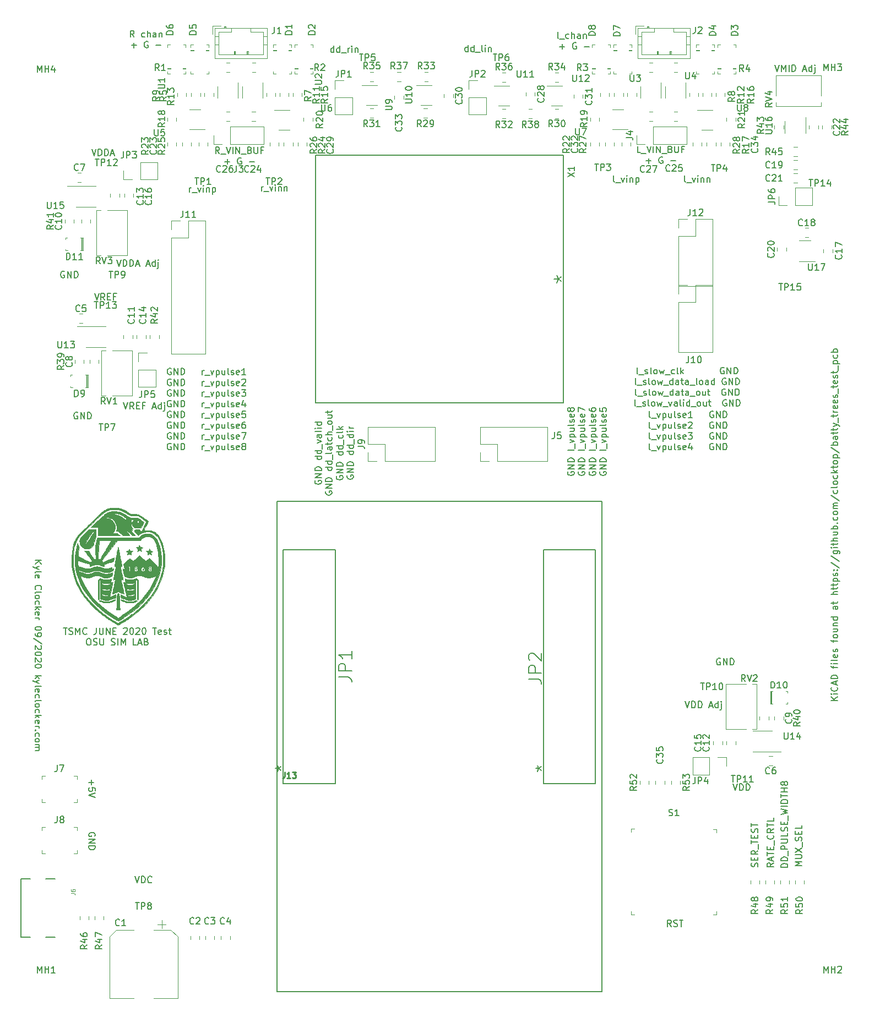
<source format=gto>
G04 #@! TF.GenerationSoftware,KiCad,Pcbnew,(5.1.5)-3*
G04 #@! TF.CreationDate,2020-08-31T16:34:34-07:00*
G04 #@! TF.ProjectId,batty_trees_test_pcb,62617474-795f-4747-9265-65735f746573,rev?*
G04 #@! TF.SameCoordinates,Original*
G04 #@! TF.FileFunction,Legend,Top*
G04 #@! TF.FilePolarity,Positive*
%FSLAX46Y46*%
G04 Gerber Fmt 4.6, Leading zero omitted, Abs format (unit mm)*
G04 Created by KiCad (PCBNEW (5.1.5)-3) date 2020-08-31 16:34:34*
%MOMM*%
%LPD*%
G04 APERTURE LIST*
%ADD10C,0.150000*%
%ADD11C,0.010000*%
%ADD12C,0.127000*%
%ADD13C,0.100000*%
%ADD14C,0.120000*%
%ADD15C,0.015000*%
%ADD16C,0.222250*%
%ADD17C,0.304800*%
G04 APERTURE END LIST*
D10*
X150121880Y-129615999D02*
X149121880Y-129615999D01*
X150121880Y-129044571D02*
X149550452Y-129473142D01*
X149121880Y-129044571D02*
X149693309Y-129615999D01*
X150121880Y-128615999D02*
X149455214Y-128615999D01*
X149121880Y-128615999D02*
X149169500Y-128663619D01*
X149217119Y-128615999D01*
X149169500Y-128568380D01*
X149121880Y-128615999D01*
X149217119Y-128615999D01*
X150026642Y-127568380D02*
X150074261Y-127615999D01*
X150121880Y-127758857D01*
X150121880Y-127854095D01*
X150074261Y-127996952D01*
X149979023Y-128092190D01*
X149883785Y-128139809D01*
X149693309Y-128187428D01*
X149550452Y-128187428D01*
X149359976Y-128139809D01*
X149264738Y-128092190D01*
X149169500Y-127996952D01*
X149121880Y-127854095D01*
X149121880Y-127758857D01*
X149169500Y-127615999D01*
X149217119Y-127568380D01*
X149836166Y-127187428D02*
X149836166Y-126711238D01*
X150121880Y-127282666D02*
X149121880Y-126949333D01*
X150121880Y-126615999D01*
X150121880Y-126282666D02*
X149121880Y-126282666D01*
X149121880Y-126044571D01*
X149169500Y-125901714D01*
X149264738Y-125806476D01*
X149359976Y-125758857D01*
X149550452Y-125711238D01*
X149693309Y-125711238D01*
X149883785Y-125758857D01*
X149979023Y-125806476D01*
X150074261Y-125901714D01*
X150121880Y-126044571D01*
X150121880Y-126282666D01*
X149455214Y-124663619D02*
X149455214Y-124282666D01*
X150121880Y-124520761D02*
X149264738Y-124520761D01*
X149169500Y-124473142D01*
X149121880Y-124377904D01*
X149121880Y-124282666D01*
X150121880Y-123949333D02*
X149455214Y-123949333D01*
X149121880Y-123949333D02*
X149169500Y-123996952D01*
X149217119Y-123949333D01*
X149169500Y-123901714D01*
X149121880Y-123949333D01*
X149217119Y-123949333D01*
X150121880Y-123330285D02*
X150074261Y-123425523D01*
X149979023Y-123473142D01*
X149121880Y-123473142D01*
X150074261Y-122568380D02*
X150121880Y-122663619D01*
X150121880Y-122854095D01*
X150074261Y-122949333D01*
X149979023Y-122996952D01*
X149598071Y-122996952D01*
X149502833Y-122949333D01*
X149455214Y-122854095D01*
X149455214Y-122663619D01*
X149502833Y-122568380D01*
X149598071Y-122520761D01*
X149693309Y-122520761D01*
X149788547Y-122996952D01*
X150074261Y-122139809D02*
X150121880Y-122044571D01*
X150121880Y-121854095D01*
X150074261Y-121758857D01*
X149979023Y-121711238D01*
X149931404Y-121711238D01*
X149836166Y-121758857D01*
X149788547Y-121854095D01*
X149788547Y-121996952D01*
X149740928Y-122092190D01*
X149645690Y-122139809D01*
X149598071Y-122139809D01*
X149502833Y-122092190D01*
X149455214Y-121996952D01*
X149455214Y-121854095D01*
X149502833Y-121758857D01*
X149455214Y-120663619D02*
X149455214Y-120282666D01*
X150121880Y-120520761D02*
X149264738Y-120520761D01*
X149169500Y-120473142D01*
X149121880Y-120377904D01*
X149121880Y-120282666D01*
X150121880Y-119806476D02*
X150074261Y-119901714D01*
X150026642Y-119949333D01*
X149931404Y-119996952D01*
X149645690Y-119996952D01*
X149550452Y-119949333D01*
X149502833Y-119901714D01*
X149455214Y-119806476D01*
X149455214Y-119663619D01*
X149502833Y-119568380D01*
X149550452Y-119520761D01*
X149645690Y-119473142D01*
X149931404Y-119473142D01*
X150026642Y-119520761D01*
X150074261Y-119568380D01*
X150121880Y-119663619D01*
X150121880Y-119806476D01*
X149455214Y-118615999D02*
X150121880Y-118615999D01*
X149455214Y-119044571D02*
X149979023Y-119044571D01*
X150074261Y-118996952D01*
X150121880Y-118901714D01*
X150121880Y-118758857D01*
X150074261Y-118663619D01*
X150026642Y-118615999D01*
X149455214Y-118139809D02*
X150121880Y-118139809D01*
X149550452Y-118139809D02*
X149502833Y-118092190D01*
X149455214Y-117996952D01*
X149455214Y-117854095D01*
X149502833Y-117758857D01*
X149598071Y-117711238D01*
X150121880Y-117711238D01*
X150121880Y-116806476D02*
X149121880Y-116806476D01*
X150074261Y-116806476D02*
X150121880Y-116901714D01*
X150121880Y-117092190D01*
X150074261Y-117187428D01*
X150026642Y-117235047D01*
X149931404Y-117282666D01*
X149645690Y-117282666D01*
X149550452Y-117235047D01*
X149502833Y-117187428D01*
X149455214Y-117092190D01*
X149455214Y-116901714D01*
X149502833Y-116806476D01*
X150121880Y-115139809D02*
X149598071Y-115139809D01*
X149502833Y-115187428D01*
X149455214Y-115282666D01*
X149455214Y-115473142D01*
X149502833Y-115568380D01*
X150074261Y-115139809D02*
X150121880Y-115235047D01*
X150121880Y-115473142D01*
X150074261Y-115568380D01*
X149979023Y-115616000D01*
X149883785Y-115616000D01*
X149788547Y-115568380D01*
X149740928Y-115473142D01*
X149740928Y-115235047D01*
X149693309Y-115139809D01*
X149455214Y-114806476D02*
X149455214Y-114425523D01*
X149121880Y-114663619D02*
X149979023Y-114663619D01*
X150074261Y-114616000D01*
X150121880Y-114520761D01*
X150121880Y-114425523D01*
X150121880Y-113330285D02*
X149121880Y-113330285D01*
X150121880Y-112901714D02*
X149598071Y-112901714D01*
X149502833Y-112949333D01*
X149455214Y-113044571D01*
X149455214Y-113187428D01*
X149502833Y-113282666D01*
X149550452Y-113330285D01*
X149455214Y-112568380D02*
X149455214Y-112187428D01*
X149121880Y-112425523D02*
X149979023Y-112425523D01*
X150074261Y-112377904D01*
X150121880Y-112282666D01*
X150121880Y-112187428D01*
X149455214Y-111996952D02*
X149455214Y-111616000D01*
X149121880Y-111854095D02*
X149979023Y-111854095D01*
X150074261Y-111806476D01*
X150121880Y-111711238D01*
X150121880Y-111616000D01*
X149455214Y-111282666D02*
X150455214Y-111282666D01*
X149502833Y-111282666D02*
X149455214Y-111187428D01*
X149455214Y-110996952D01*
X149502833Y-110901714D01*
X149550452Y-110854095D01*
X149645690Y-110806476D01*
X149931404Y-110806476D01*
X150026642Y-110854095D01*
X150074261Y-110901714D01*
X150121880Y-110996952D01*
X150121880Y-111187428D01*
X150074261Y-111282666D01*
X150074261Y-110425523D02*
X150121880Y-110330285D01*
X150121880Y-110139809D01*
X150074261Y-110044571D01*
X149979023Y-109996952D01*
X149931404Y-109996952D01*
X149836166Y-110044571D01*
X149788547Y-110139809D01*
X149788547Y-110282666D01*
X149740928Y-110377904D01*
X149645690Y-110425523D01*
X149598071Y-110425523D01*
X149502833Y-110377904D01*
X149455214Y-110282666D01*
X149455214Y-110139809D01*
X149502833Y-110044571D01*
X150026642Y-109568380D02*
X150074261Y-109520761D01*
X150121880Y-109568380D01*
X150074261Y-109616000D01*
X150026642Y-109568380D01*
X150121880Y-109568380D01*
X149502833Y-109568380D02*
X149550452Y-109520761D01*
X149598071Y-109568380D01*
X149550452Y-109616000D01*
X149502833Y-109568380D01*
X149598071Y-109568380D01*
X149074261Y-108377904D02*
X150359976Y-109235047D01*
X149074261Y-107330285D02*
X150359976Y-108187428D01*
X149455214Y-106568380D02*
X150264738Y-106568380D01*
X150359976Y-106616000D01*
X150407595Y-106663619D01*
X150455214Y-106758857D01*
X150455214Y-106901714D01*
X150407595Y-106996952D01*
X150074261Y-106568380D02*
X150121880Y-106663619D01*
X150121880Y-106854095D01*
X150074261Y-106949333D01*
X150026642Y-106996952D01*
X149931404Y-107044571D01*
X149645690Y-107044571D01*
X149550452Y-106996952D01*
X149502833Y-106949333D01*
X149455214Y-106854095D01*
X149455214Y-106663619D01*
X149502833Y-106568380D01*
X150121880Y-106092190D02*
X149455214Y-106092190D01*
X149121880Y-106092190D02*
X149169500Y-106139809D01*
X149217119Y-106092190D01*
X149169500Y-106044571D01*
X149121880Y-106092190D01*
X149217119Y-106092190D01*
X149455214Y-105758857D02*
X149455214Y-105377904D01*
X149121880Y-105616000D02*
X149979023Y-105616000D01*
X150074261Y-105568380D01*
X150121880Y-105473142D01*
X150121880Y-105377904D01*
X150121880Y-105044571D02*
X149121880Y-105044571D01*
X150121880Y-104616000D02*
X149598071Y-104616000D01*
X149502833Y-104663619D01*
X149455214Y-104758857D01*
X149455214Y-104901714D01*
X149502833Y-104996952D01*
X149550452Y-105044571D01*
X149455214Y-103711238D02*
X150121880Y-103711238D01*
X149455214Y-104139809D02*
X149979023Y-104139809D01*
X150074261Y-104092190D01*
X150121880Y-103996952D01*
X150121880Y-103854095D01*
X150074261Y-103758857D01*
X150026642Y-103711238D01*
X150121880Y-103235047D02*
X149121880Y-103235047D01*
X149502833Y-103235047D02*
X149455214Y-103139809D01*
X149455214Y-102949333D01*
X149502833Y-102854095D01*
X149550452Y-102806476D01*
X149645690Y-102758857D01*
X149931404Y-102758857D01*
X150026642Y-102806476D01*
X150074261Y-102854095D01*
X150121880Y-102949333D01*
X150121880Y-103139809D01*
X150074261Y-103235047D01*
X150026642Y-102330285D02*
X150074261Y-102282666D01*
X150121880Y-102330285D01*
X150074261Y-102377904D01*
X150026642Y-102330285D01*
X150121880Y-102330285D01*
X150074261Y-101425523D02*
X150121880Y-101520761D01*
X150121880Y-101711238D01*
X150074261Y-101806476D01*
X150026642Y-101854095D01*
X149931404Y-101901714D01*
X149645690Y-101901714D01*
X149550452Y-101854095D01*
X149502833Y-101806476D01*
X149455214Y-101711238D01*
X149455214Y-101520761D01*
X149502833Y-101425523D01*
X150121880Y-100854095D02*
X150074261Y-100949333D01*
X150026642Y-100996952D01*
X149931404Y-101044571D01*
X149645690Y-101044571D01*
X149550452Y-100996952D01*
X149502833Y-100949333D01*
X149455214Y-100854095D01*
X149455214Y-100711238D01*
X149502833Y-100616000D01*
X149550452Y-100568380D01*
X149645690Y-100520761D01*
X149931404Y-100520761D01*
X150026642Y-100568380D01*
X150074261Y-100616000D01*
X150121880Y-100711238D01*
X150121880Y-100854095D01*
X150121880Y-100092190D02*
X149455214Y-100092190D01*
X149550452Y-100092190D02*
X149502833Y-100044571D01*
X149455214Y-99949333D01*
X149455214Y-99806476D01*
X149502833Y-99711238D01*
X149598071Y-99663619D01*
X150121880Y-99663619D01*
X149598071Y-99663619D02*
X149502833Y-99616000D01*
X149455214Y-99520761D01*
X149455214Y-99377904D01*
X149502833Y-99282666D01*
X149598071Y-99235047D01*
X150121880Y-99235047D01*
X149074261Y-98044571D02*
X150359976Y-98901714D01*
X150074261Y-97282666D02*
X150121880Y-97377904D01*
X150121880Y-97568380D01*
X150074261Y-97663619D01*
X150026642Y-97711238D01*
X149931404Y-97758857D01*
X149645690Y-97758857D01*
X149550452Y-97711238D01*
X149502833Y-97663619D01*
X149455214Y-97568380D01*
X149455214Y-97377904D01*
X149502833Y-97282666D01*
X150121880Y-96711238D02*
X150074261Y-96806476D01*
X149979023Y-96854095D01*
X149121880Y-96854095D01*
X150121880Y-96187428D02*
X150074261Y-96282666D01*
X150026642Y-96330285D01*
X149931404Y-96377904D01*
X149645690Y-96377904D01*
X149550452Y-96330285D01*
X149502833Y-96282666D01*
X149455214Y-96187428D01*
X149455214Y-96044571D01*
X149502833Y-95949333D01*
X149550452Y-95901714D01*
X149645690Y-95854095D01*
X149931404Y-95854095D01*
X150026642Y-95901714D01*
X150074261Y-95949333D01*
X150121880Y-96044571D01*
X150121880Y-96187428D01*
X150074261Y-94996952D02*
X150121880Y-95092190D01*
X150121880Y-95282666D01*
X150074261Y-95377904D01*
X150026642Y-95425523D01*
X149931404Y-95473142D01*
X149645690Y-95473142D01*
X149550452Y-95425523D01*
X149502833Y-95377904D01*
X149455214Y-95282666D01*
X149455214Y-95092190D01*
X149502833Y-94996952D01*
X150121880Y-94568380D02*
X149121880Y-94568380D01*
X149740928Y-94473142D02*
X150121880Y-94187428D01*
X149455214Y-94187428D02*
X149836166Y-94568380D01*
X149455214Y-93901714D02*
X149455214Y-93520761D01*
X149121880Y-93758857D02*
X149979023Y-93758857D01*
X150074261Y-93711238D01*
X150121880Y-93616000D01*
X150121880Y-93520761D01*
X150121880Y-93044571D02*
X150074261Y-93139809D01*
X150026642Y-93187428D01*
X149931404Y-93235047D01*
X149645690Y-93235047D01*
X149550452Y-93187428D01*
X149502833Y-93139809D01*
X149455214Y-93044571D01*
X149455214Y-92901714D01*
X149502833Y-92806476D01*
X149550452Y-92758857D01*
X149645690Y-92711238D01*
X149931404Y-92711238D01*
X150026642Y-92758857D01*
X150074261Y-92806476D01*
X150121880Y-92901714D01*
X150121880Y-93044571D01*
X149455214Y-92282666D02*
X150455214Y-92282666D01*
X149502833Y-92282666D02*
X149455214Y-92187428D01*
X149455214Y-91996952D01*
X149502833Y-91901714D01*
X149550452Y-91854095D01*
X149645690Y-91806476D01*
X149931404Y-91806476D01*
X150026642Y-91854095D01*
X150074261Y-91901714D01*
X150121880Y-91996952D01*
X150121880Y-92187428D01*
X150074261Y-92282666D01*
X149074261Y-90663619D02*
X150359976Y-91520761D01*
X150121880Y-90330285D02*
X149121880Y-90330285D01*
X149502833Y-90330285D02*
X149455214Y-90235047D01*
X149455214Y-90044571D01*
X149502833Y-89949333D01*
X149550452Y-89901714D01*
X149645690Y-89854095D01*
X149931404Y-89854095D01*
X150026642Y-89901714D01*
X150074261Y-89949333D01*
X150121880Y-90044571D01*
X150121880Y-90235047D01*
X150074261Y-90330285D01*
X150121880Y-88996952D02*
X149598071Y-88996952D01*
X149502833Y-89044571D01*
X149455214Y-89139809D01*
X149455214Y-89330285D01*
X149502833Y-89425523D01*
X150074261Y-88996952D02*
X150121880Y-89092190D01*
X150121880Y-89330285D01*
X150074261Y-89425523D01*
X149979023Y-89473142D01*
X149883785Y-89473142D01*
X149788547Y-89425523D01*
X149740928Y-89330285D01*
X149740928Y-89092190D01*
X149693309Y-88996952D01*
X149455214Y-88663619D02*
X149455214Y-88282666D01*
X149121880Y-88520761D02*
X149979023Y-88520761D01*
X150074261Y-88473142D01*
X150121880Y-88377904D01*
X150121880Y-88282666D01*
X149455214Y-88092190D02*
X149455214Y-87711238D01*
X149121880Y-87949333D02*
X149979023Y-87949333D01*
X150074261Y-87901714D01*
X150121880Y-87806476D01*
X150121880Y-87711238D01*
X149455214Y-87473142D02*
X150121880Y-87235047D01*
X149455214Y-86996952D02*
X150121880Y-87235047D01*
X150359976Y-87330285D01*
X150407595Y-87377904D01*
X150455214Y-87473142D01*
X150217119Y-86854095D02*
X150217119Y-86092190D01*
X149455214Y-85996952D02*
X149455214Y-85616000D01*
X149121880Y-85854095D02*
X149979023Y-85854095D01*
X150074261Y-85806476D01*
X150121880Y-85711238D01*
X150121880Y-85616000D01*
X150121880Y-85282666D02*
X149455214Y-85282666D01*
X149645690Y-85282666D02*
X149550452Y-85235047D01*
X149502833Y-85187428D01*
X149455214Y-85092190D01*
X149455214Y-84996952D01*
X150074261Y-84282666D02*
X150121880Y-84377904D01*
X150121880Y-84568380D01*
X150074261Y-84663619D01*
X149979023Y-84711238D01*
X149598071Y-84711238D01*
X149502833Y-84663619D01*
X149455214Y-84568380D01*
X149455214Y-84377904D01*
X149502833Y-84282666D01*
X149598071Y-84235047D01*
X149693309Y-84235047D01*
X149788547Y-84711238D01*
X150074261Y-83425523D02*
X150121880Y-83520761D01*
X150121880Y-83711238D01*
X150074261Y-83806476D01*
X149979023Y-83854095D01*
X149598071Y-83854095D01*
X149502833Y-83806476D01*
X149455214Y-83711238D01*
X149455214Y-83520761D01*
X149502833Y-83425523D01*
X149598071Y-83377904D01*
X149693309Y-83377904D01*
X149788547Y-83854095D01*
X150074261Y-82996952D02*
X150121880Y-82901714D01*
X150121880Y-82711238D01*
X150074261Y-82616000D01*
X149979023Y-82568380D01*
X149931404Y-82568380D01*
X149836166Y-82616000D01*
X149788547Y-82711238D01*
X149788547Y-82854095D01*
X149740928Y-82949333D01*
X149645690Y-82996952D01*
X149598071Y-82996952D01*
X149502833Y-82949333D01*
X149455214Y-82854095D01*
X149455214Y-82711238D01*
X149502833Y-82616000D01*
X150217119Y-82377904D02*
X150217119Y-81616000D01*
X149455214Y-81520761D02*
X149455214Y-81139809D01*
X149121880Y-81377904D02*
X149979023Y-81377904D01*
X150074261Y-81330285D01*
X150121880Y-81235047D01*
X150121880Y-81139809D01*
X150074261Y-80425523D02*
X150121880Y-80520761D01*
X150121880Y-80711238D01*
X150074261Y-80806476D01*
X149979023Y-80854095D01*
X149598071Y-80854095D01*
X149502833Y-80806476D01*
X149455214Y-80711238D01*
X149455214Y-80520761D01*
X149502833Y-80425523D01*
X149598071Y-80377904D01*
X149693309Y-80377904D01*
X149788547Y-80854095D01*
X150074261Y-79996952D02*
X150121880Y-79901714D01*
X150121880Y-79711238D01*
X150074261Y-79616000D01*
X149979023Y-79568380D01*
X149931404Y-79568380D01*
X149836166Y-79616000D01*
X149788547Y-79711238D01*
X149788547Y-79854095D01*
X149740928Y-79949333D01*
X149645690Y-79996952D01*
X149598071Y-79996952D01*
X149502833Y-79949333D01*
X149455214Y-79854095D01*
X149455214Y-79711238D01*
X149502833Y-79616000D01*
X149455214Y-79282666D02*
X149455214Y-78901714D01*
X149121880Y-79139809D02*
X149979023Y-79139809D01*
X150074261Y-79092190D01*
X150121880Y-78996952D01*
X150121880Y-78901714D01*
X150217119Y-78806476D02*
X150217119Y-78044571D01*
X149455214Y-77806476D02*
X150455214Y-77806476D01*
X149502833Y-77806476D02*
X149455214Y-77711238D01*
X149455214Y-77520761D01*
X149502833Y-77425523D01*
X149550452Y-77377904D01*
X149645690Y-77330285D01*
X149931404Y-77330285D01*
X150026642Y-77377904D01*
X150074261Y-77425523D01*
X150121880Y-77520761D01*
X150121880Y-77711238D01*
X150074261Y-77806476D01*
X150074261Y-76473142D02*
X150121880Y-76568380D01*
X150121880Y-76758857D01*
X150074261Y-76854095D01*
X150026642Y-76901714D01*
X149931404Y-76949333D01*
X149645690Y-76949333D01*
X149550452Y-76901714D01*
X149502833Y-76854095D01*
X149455214Y-76758857D01*
X149455214Y-76568380D01*
X149502833Y-76473142D01*
X150121880Y-76044571D02*
X149121880Y-76044571D01*
X149502833Y-76044571D02*
X149455214Y-75949333D01*
X149455214Y-75758857D01*
X149502833Y-75663619D01*
X149550452Y-75616000D01*
X149645690Y-75568380D01*
X149931404Y-75568380D01*
X150026642Y-75616000D01*
X150074261Y-75663619D01*
X150121880Y-75758857D01*
X150121880Y-75949333D01*
X150074261Y-76044571D01*
X107235928Y-27757880D02*
X107140690Y-27710261D01*
X107093071Y-27615023D01*
X107093071Y-26757880D01*
X107378785Y-27853119D02*
X108140690Y-27853119D01*
X108807357Y-27710261D02*
X108712119Y-27757880D01*
X108521642Y-27757880D01*
X108426404Y-27710261D01*
X108378785Y-27662642D01*
X108331166Y-27567404D01*
X108331166Y-27281690D01*
X108378785Y-27186452D01*
X108426404Y-27138833D01*
X108521642Y-27091214D01*
X108712119Y-27091214D01*
X108807357Y-27138833D01*
X109235928Y-27757880D02*
X109235928Y-26757880D01*
X109664500Y-27757880D02*
X109664500Y-27234071D01*
X109616880Y-27138833D01*
X109521642Y-27091214D01*
X109378785Y-27091214D01*
X109283547Y-27138833D01*
X109235928Y-27186452D01*
X110569261Y-27757880D02*
X110569261Y-27234071D01*
X110521642Y-27138833D01*
X110426404Y-27091214D01*
X110235928Y-27091214D01*
X110140690Y-27138833D01*
X110569261Y-27710261D02*
X110474023Y-27757880D01*
X110235928Y-27757880D01*
X110140690Y-27710261D01*
X110093071Y-27615023D01*
X110093071Y-27519785D01*
X110140690Y-27424547D01*
X110235928Y-27376928D01*
X110474023Y-27376928D01*
X110569261Y-27329309D01*
X111045452Y-27091214D02*
X111045452Y-27757880D01*
X111045452Y-27186452D02*
X111093071Y-27138833D01*
X111188309Y-27091214D01*
X111331166Y-27091214D01*
X111426404Y-27138833D01*
X111474023Y-27234071D01*
X111474023Y-27757880D01*
X107402595Y-29026928D02*
X108164500Y-29026928D01*
X107783547Y-29407880D02*
X107783547Y-28645976D01*
X109926404Y-28455500D02*
X109831166Y-28407880D01*
X109688309Y-28407880D01*
X109545452Y-28455500D01*
X109450214Y-28550738D01*
X109402595Y-28645976D01*
X109354976Y-28836452D01*
X109354976Y-28979309D01*
X109402595Y-29169785D01*
X109450214Y-29265023D01*
X109545452Y-29360261D01*
X109688309Y-29407880D01*
X109783547Y-29407880D01*
X109926404Y-29360261D01*
X109974023Y-29312642D01*
X109974023Y-28979309D01*
X109783547Y-28979309D01*
X111164500Y-29026928D02*
X111926404Y-29026928D01*
X126738285Y-49855380D02*
X126643047Y-49807761D01*
X126595428Y-49712523D01*
X126595428Y-48855380D01*
X126881142Y-49950619D02*
X127643047Y-49950619D01*
X127785904Y-49188714D02*
X128024000Y-49855380D01*
X128262095Y-49188714D01*
X128643047Y-49855380D02*
X128643047Y-49188714D01*
X128643047Y-48855380D02*
X128595428Y-48903000D01*
X128643047Y-48950619D01*
X128690666Y-48903000D01*
X128643047Y-48855380D01*
X128643047Y-48950619D01*
X129119238Y-49188714D02*
X129119238Y-49855380D01*
X129119238Y-49283952D02*
X129166857Y-49236333D01*
X129262095Y-49188714D01*
X129404952Y-49188714D01*
X129500190Y-49236333D01*
X129547809Y-49331571D01*
X129547809Y-49855380D01*
X130024000Y-49188714D02*
X130024000Y-49855380D01*
X130024000Y-49283952D02*
X130071619Y-49236333D01*
X130166857Y-49188714D01*
X130309714Y-49188714D01*
X130404952Y-49236333D01*
X130452571Y-49331571D01*
X130452571Y-49855380D01*
X115816285Y-49855380D02*
X115721047Y-49807761D01*
X115673428Y-49712523D01*
X115673428Y-48855380D01*
X115959142Y-49950619D02*
X116721047Y-49950619D01*
X116863904Y-49188714D02*
X117102000Y-49855380D01*
X117340095Y-49188714D01*
X117721047Y-49855380D02*
X117721047Y-49188714D01*
X117721047Y-48855380D02*
X117673428Y-48903000D01*
X117721047Y-48950619D01*
X117768666Y-48903000D01*
X117721047Y-48855380D01*
X117721047Y-48950619D01*
X118197238Y-49188714D02*
X118197238Y-49855380D01*
X118197238Y-49283952D02*
X118244857Y-49236333D01*
X118340095Y-49188714D01*
X118482952Y-49188714D01*
X118578190Y-49236333D01*
X118625809Y-49331571D01*
X118625809Y-49855380D01*
X119102000Y-49188714D02*
X119102000Y-50188714D01*
X119102000Y-49236333D02*
X119197238Y-49188714D01*
X119387714Y-49188714D01*
X119482952Y-49236333D01*
X119530571Y-49283952D01*
X119578190Y-49379190D01*
X119578190Y-49664904D01*
X119530571Y-49760142D01*
X119482952Y-49807761D01*
X119387714Y-49855380D01*
X119197238Y-49855380D01*
X119102000Y-49807761D01*
X119840761Y-45347380D02*
X119364571Y-45347380D01*
X119364571Y-44347380D01*
X119936000Y-45442619D02*
X120697904Y-45442619D01*
X120793142Y-44347380D02*
X121126476Y-45347380D01*
X121459809Y-44347380D01*
X121793142Y-45347380D02*
X121793142Y-44347380D01*
X122269333Y-45347380D02*
X122269333Y-44347380D01*
X122840761Y-45347380D01*
X122840761Y-44347380D01*
X123078857Y-45442619D02*
X123840761Y-45442619D01*
X124412190Y-44823571D02*
X124555047Y-44871190D01*
X124602666Y-44918809D01*
X124650285Y-45014047D01*
X124650285Y-45156904D01*
X124602666Y-45252142D01*
X124555047Y-45299761D01*
X124459809Y-45347380D01*
X124078857Y-45347380D01*
X124078857Y-44347380D01*
X124412190Y-44347380D01*
X124507428Y-44395000D01*
X124555047Y-44442619D01*
X124602666Y-44537857D01*
X124602666Y-44633095D01*
X124555047Y-44728333D01*
X124507428Y-44775952D01*
X124412190Y-44823571D01*
X124078857Y-44823571D01*
X125078857Y-44347380D02*
X125078857Y-45156904D01*
X125126476Y-45252142D01*
X125174095Y-45299761D01*
X125269333Y-45347380D01*
X125459809Y-45347380D01*
X125555047Y-45299761D01*
X125602666Y-45252142D01*
X125650285Y-45156904D01*
X125650285Y-44347380D01*
X126459809Y-44823571D02*
X126126476Y-44823571D01*
X126126476Y-45347380D02*
X126126476Y-44347380D01*
X126602666Y-44347380D01*
X120674095Y-46616428D02*
X121436000Y-46616428D01*
X121055047Y-46997380D02*
X121055047Y-46235476D01*
X123197904Y-46045000D02*
X123102666Y-45997380D01*
X122959809Y-45997380D01*
X122816952Y-46045000D01*
X122721714Y-46140238D01*
X122674095Y-46235476D01*
X122626476Y-46425952D01*
X122626476Y-46568809D01*
X122674095Y-46759285D01*
X122721714Y-46854523D01*
X122816952Y-46949761D01*
X122959809Y-46997380D01*
X123055047Y-46997380D01*
X123197904Y-46949761D01*
X123245523Y-46902142D01*
X123245523Y-46568809D01*
X123055047Y-46568809D01*
X124436000Y-46616428D02*
X125197904Y-46616428D01*
X140494142Y-31837380D02*
X140827476Y-32837380D01*
X141160809Y-31837380D01*
X141494142Y-32837380D02*
X141494142Y-31837380D01*
X141827476Y-32551666D01*
X142160809Y-31837380D01*
X142160809Y-32837380D01*
X142637000Y-32837380D02*
X142637000Y-31837380D01*
X143113190Y-32837380D02*
X143113190Y-31837380D01*
X143351285Y-31837380D01*
X143494142Y-31885000D01*
X143589380Y-31980238D01*
X143637000Y-32075476D01*
X143684619Y-32265952D01*
X143684619Y-32408809D01*
X143637000Y-32599285D01*
X143589380Y-32694523D01*
X143494142Y-32789761D01*
X143351285Y-32837380D01*
X143113190Y-32837380D01*
X144827476Y-32551666D02*
X145303666Y-32551666D01*
X144732238Y-32837380D02*
X145065571Y-31837380D01*
X145398904Y-32837380D01*
X146160809Y-32837380D02*
X146160809Y-31837380D01*
X146160809Y-32789761D02*
X146065571Y-32837380D01*
X145875095Y-32837380D01*
X145779857Y-32789761D01*
X145732238Y-32742142D01*
X145684619Y-32646904D01*
X145684619Y-32361190D01*
X145732238Y-32265952D01*
X145779857Y-32218333D01*
X145875095Y-32170714D01*
X146065571Y-32170714D01*
X146160809Y-32218333D01*
X146637000Y-32170714D02*
X146637000Y-33027857D01*
X146589380Y-33123095D01*
X146494142Y-33170714D01*
X146446523Y-33170714D01*
X146637000Y-31837380D02*
X146589380Y-31885000D01*
X146637000Y-31932619D01*
X146684619Y-31885000D01*
X146637000Y-31837380D01*
X146637000Y-31932619D01*
X39283095Y-61809380D02*
X39616428Y-62809380D01*
X39949761Y-61809380D01*
X40283095Y-62809380D02*
X40283095Y-61809380D01*
X40521190Y-61809380D01*
X40664047Y-61857000D01*
X40759285Y-61952238D01*
X40806904Y-62047476D01*
X40854523Y-62237952D01*
X40854523Y-62380809D01*
X40806904Y-62571285D01*
X40759285Y-62666523D01*
X40664047Y-62761761D01*
X40521190Y-62809380D01*
X40283095Y-62809380D01*
X41283095Y-62809380D02*
X41283095Y-61809380D01*
X41521190Y-61809380D01*
X41664047Y-61857000D01*
X41759285Y-61952238D01*
X41806904Y-62047476D01*
X41854523Y-62237952D01*
X41854523Y-62380809D01*
X41806904Y-62571285D01*
X41759285Y-62666523D01*
X41664047Y-62761761D01*
X41521190Y-62809380D01*
X41283095Y-62809380D01*
X42235476Y-62523666D02*
X42711666Y-62523666D01*
X42140238Y-62809380D02*
X42473571Y-61809380D01*
X42806904Y-62809380D01*
X43854523Y-62523666D02*
X44330714Y-62523666D01*
X43759285Y-62809380D02*
X44092619Y-61809380D01*
X44425952Y-62809380D01*
X45187857Y-62809380D02*
X45187857Y-61809380D01*
X45187857Y-62761761D02*
X45092619Y-62809380D01*
X44902142Y-62809380D01*
X44806904Y-62761761D01*
X44759285Y-62714142D01*
X44711666Y-62618904D01*
X44711666Y-62333190D01*
X44759285Y-62237952D01*
X44806904Y-62190333D01*
X44902142Y-62142714D01*
X45092619Y-62142714D01*
X45187857Y-62190333D01*
X45664047Y-62142714D02*
X45664047Y-62999857D01*
X45616428Y-63095095D01*
X45521190Y-63142714D01*
X45473571Y-63142714D01*
X45664047Y-61809380D02*
X45616428Y-61857000D01*
X45664047Y-61904619D01*
X45711666Y-61857000D01*
X45664047Y-61809380D01*
X45664047Y-61904619D01*
X40346714Y-83780380D02*
X40680047Y-84780380D01*
X41013380Y-83780380D01*
X41918142Y-84780380D02*
X41584809Y-84304190D01*
X41346714Y-84780380D02*
X41346714Y-83780380D01*
X41727666Y-83780380D01*
X41822904Y-83828000D01*
X41870523Y-83875619D01*
X41918142Y-83970857D01*
X41918142Y-84113714D01*
X41870523Y-84208952D01*
X41822904Y-84256571D01*
X41727666Y-84304190D01*
X41346714Y-84304190D01*
X42346714Y-84256571D02*
X42680047Y-84256571D01*
X42822904Y-84780380D02*
X42346714Y-84780380D01*
X42346714Y-83780380D01*
X42822904Y-83780380D01*
X43584809Y-84256571D02*
X43251476Y-84256571D01*
X43251476Y-84780380D02*
X43251476Y-83780380D01*
X43727666Y-83780380D01*
X44822904Y-84494666D02*
X45299095Y-84494666D01*
X44727666Y-84780380D02*
X45061000Y-83780380D01*
X45394333Y-84780380D01*
X46156238Y-84780380D02*
X46156238Y-83780380D01*
X46156238Y-84732761D02*
X46061000Y-84780380D01*
X45870523Y-84780380D01*
X45775285Y-84732761D01*
X45727666Y-84685142D01*
X45680047Y-84589904D01*
X45680047Y-84304190D01*
X45727666Y-84208952D01*
X45775285Y-84161333D01*
X45870523Y-84113714D01*
X46061000Y-84113714D01*
X46156238Y-84161333D01*
X46632428Y-84113714D02*
X46632428Y-84970857D01*
X46584809Y-85066095D01*
X46489571Y-85113714D01*
X46441952Y-85113714D01*
X46632428Y-83780380D02*
X46584809Y-83828000D01*
X46632428Y-83875619D01*
X46680047Y-83828000D01*
X46632428Y-83780380D01*
X46632428Y-83875619D01*
X126706666Y-129754380D02*
X127040000Y-130754380D01*
X127373333Y-129754380D01*
X127706666Y-130754380D02*
X127706666Y-129754380D01*
X127944761Y-129754380D01*
X128087619Y-129802000D01*
X128182857Y-129897238D01*
X128230476Y-129992476D01*
X128278095Y-130182952D01*
X128278095Y-130325809D01*
X128230476Y-130516285D01*
X128182857Y-130611523D01*
X128087619Y-130706761D01*
X127944761Y-130754380D01*
X127706666Y-130754380D01*
X128706666Y-130754380D02*
X128706666Y-129754380D01*
X128944761Y-129754380D01*
X129087619Y-129802000D01*
X129182857Y-129897238D01*
X129230476Y-129992476D01*
X129278095Y-130182952D01*
X129278095Y-130325809D01*
X129230476Y-130516285D01*
X129182857Y-130611523D01*
X129087619Y-130706761D01*
X128944761Y-130754380D01*
X128706666Y-130754380D01*
X130420952Y-130468666D02*
X130897142Y-130468666D01*
X130325714Y-130754380D02*
X130659047Y-129754380D01*
X130992380Y-130754380D01*
X131754285Y-130754380D02*
X131754285Y-129754380D01*
X131754285Y-130706761D02*
X131659047Y-130754380D01*
X131468571Y-130754380D01*
X131373333Y-130706761D01*
X131325714Y-130659142D01*
X131278095Y-130563904D01*
X131278095Y-130278190D01*
X131325714Y-130182952D01*
X131373333Y-130135333D01*
X131468571Y-130087714D01*
X131659047Y-130087714D01*
X131754285Y-130135333D01*
X132230476Y-130087714D02*
X132230476Y-130944857D01*
X132182857Y-131040095D01*
X132087619Y-131087714D01*
X132040000Y-131087714D01*
X132230476Y-129754380D02*
X132182857Y-129802000D01*
X132230476Y-129849619D01*
X132278095Y-129802000D01*
X132230476Y-129754380D01*
X132230476Y-129849619D01*
X93297571Y-29789380D02*
X93297571Y-28789380D01*
X93297571Y-29741761D02*
X93202333Y-29789380D01*
X93011857Y-29789380D01*
X92916619Y-29741761D01*
X92869000Y-29694142D01*
X92821380Y-29598904D01*
X92821380Y-29313190D01*
X92869000Y-29217952D01*
X92916619Y-29170333D01*
X93011857Y-29122714D01*
X93202333Y-29122714D01*
X93297571Y-29170333D01*
X94202333Y-29789380D02*
X94202333Y-28789380D01*
X94202333Y-29741761D02*
X94107095Y-29789380D01*
X93916619Y-29789380D01*
X93821380Y-29741761D01*
X93773761Y-29694142D01*
X93726142Y-29598904D01*
X93726142Y-29313190D01*
X93773761Y-29217952D01*
X93821380Y-29170333D01*
X93916619Y-29122714D01*
X94107095Y-29122714D01*
X94202333Y-29170333D01*
X94440428Y-29884619D02*
X95202333Y-29884619D01*
X95583285Y-29789380D02*
X95488047Y-29741761D01*
X95440428Y-29646523D01*
X95440428Y-28789380D01*
X95964238Y-29789380D02*
X95964238Y-29122714D01*
X95964238Y-28789380D02*
X95916619Y-28837000D01*
X95964238Y-28884619D01*
X96011857Y-28837000D01*
X95964238Y-28789380D01*
X95964238Y-28884619D01*
X96440428Y-29122714D02*
X96440428Y-29789380D01*
X96440428Y-29217952D02*
X96488047Y-29170333D01*
X96583285Y-29122714D01*
X96726142Y-29122714D01*
X96821380Y-29170333D01*
X96869000Y-29265571D01*
X96869000Y-29789380D01*
X72675952Y-29916380D02*
X72675952Y-28916380D01*
X72675952Y-29868761D02*
X72580714Y-29916380D01*
X72390238Y-29916380D01*
X72295000Y-29868761D01*
X72247380Y-29821142D01*
X72199761Y-29725904D01*
X72199761Y-29440190D01*
X72247380Y-29344952D01*
X72295000Y-29297333D01*
X72390238Y-29249714D01*
X72580714Y-29249714D01*
X72675952Y-29297333D01*
X73580714Y-29916380D02*
X73580714Y-28916380D01*
X73580714Y-29868761D02*
X73485476Y-29916380D01*
X73295000Y-29916380D01*
X73199761Y-29868761D01*
X73152142Y-29821142D01*
X73104523Y-29725904D01*
X73104523Y-29440190D01*
X73152142Y-29344952D01*
X73199761Y-29297333D01*
X73295000Y-29249714D01*
X73485476Y-29249714D01*
X73580714Y-29297333D01*
X73818809Y-30011619D02*
X74580714Y-30011619D01*
X74818809Y-29916380D02*
X74818809Y-29249714D01*
X74818809Y-29440190D02*
X74866428Y-29344952D01*
X74914047Y-29297333D01*
X75009285Y-29249714D01*
X75104523Y-29249714D01*
X75437857Y-29916380D02*
X75437857Y-29249714D01*
X75437857Y-28916380D02*
X75390238Y-28964000D01*
X75437857Y-29011619D01*
X75485476Y-28964000D01*
X75437857Y-28916380D01*
X75437857Y-29011619D01*
X75914047Y-29249714D02*
X75914047Y-29916380D01*
X75914047Y-29344952D02*
X75961666Y-29297333D01*
X76056904Y-29249714D01*
X76199761Y-29249714D01*
X76295000Y-29297333D01*
X76342619Y-29392571D01*
X76342619Y-29916380D01*
X41957857Y-27567380D02*
X41624523Y-27091190D01*
X41386428Y-27567380D02*
X41386428Y-26567380D01*
X41767380Y-26567380D01*
X41862619Y-26615000D01*
X41910238Y-26662619D01*
X41957857Y-26757857D01*
X41957857Y-26900714D01*
X41910238Y-26995952D01*
X41862619Y-27043571D01*
X41767380Y-27091190D01*
X41386428Y-27091190D01*
X43576904Y-27519761D02*
X43481666Y-27567380D01*
X43291190Y-27567380D01*
X43195952Y-27519761D01*
X43148333Y-27472142D01*
X43100714Y-27376904D01*
X43100714Y-27091190D01*
X43148333Y-26995952D01*
X43195952Y-26948333D01*
X43291190Y-26900714D01*
X43481666Y-26900714D01*
X43576904Y-26948333D01*
X44005476Y-27567380D02*
X44005476Y-26567380D01*
X44434047Y-27567380D02*
X44434047Y-27043571D01*
X44386428Y-26948333D01*
X44291190Y-26900714D01*
X44148333Y-26900714D01*
X44053095Y-26948333D01*
X44005476Y-26995952D01*
X45338809Y-27567380D02*
X45338809Y-27043571D01*
X45291190Y-26948333D01*
X45195952Y-26900714D01*
X45005476Y-26900714D01*
X44910238Y-26948333D01*
X45338809Y-27519761D02*
X45243571Y-27567380D01*
X45005476Y-27567380D01*
X44910238Y-27519761D01*
X44862619Y-27424523D01*
X44862619Y-27329285D01*
X44910238Y-27234047D01*
X45005476Y-27186428D01*
X45243571Y-27186428D01*
X45338809Y-27138809D01*
X45815000Y-26900714D02*
X45815000Y-27567380D01*
X45815000Y-26995952D02*
X45862619Y-26948333D01*
X45957857Y-26900714D01*
X46100714Y-26900714D01*
X46195952Y-26948333D01*
X46243571Y-27043571D01*
X46243571Y-27567380D01*
X41553095Y-28836428D02*
X42315000Y-28836428D01*
X41934047Y-29217380D02*
X41934047Y-28455476D01*
X44076904Y-28265000D02*
X43981666Y-28217380D01*
X43838809Y-28217380D01*
X43695952Y-28265000D01*
X43600714Y-28360238D01*
X43553095Y-28455476D01*
X43505476Y-28645952D01*
X43505476Y-28788809D01*
X43553095Y-28979285D01*
X43600714Y-29074523D01*
X43695952Y-29169761D01*
X43838809Y-29217380D01*
X43934047Y-29217380D01*
X44076904Y-29169761D01*
X44124523Y-29122142D01*
X44124523Y-28788809D01*
X43934047Y-28788809D01*
X45315000Y-28836428D02*
X46076904Y-28836428D01*
X61523809Y-51252380D02*
X61523809Y-50585714D01*
X61523809Y-50776190D02*
X61571428Y-50680952D01*
X61619047Y-50633333D01*
X61714285Y-50585714D01*
X61809523Y-50585714D01*
X61904761Y-51347619D02*
X62666666Y-51347619D01*
X62809523Y-50585714D02*
X63047619Y-51252380D01*
X63285714Y-50585714D01*
X63666666Y-51252380D02*
X63666666Y-50585714D01*
X63666666Y-50252380D02*
X63619047Y-50300000D01*
X63666666Y-50347619D01*
X63714285Y-50300000D01*
X63666666Y-50252380D01*
X63666666Y-50347619D01*
X64142857Y-50585714D02*
X64142857Y-51252380D01*
X64142857Y-50680952D02*
X64190476Y-50633333D01*
X64285714Y-50585714D01*
X64428571Y-50585714D01*
X64523809Y-50633333D01*
X64571428Y-50728571D01*
X64571428Y-51252380D01*
X65047619Y-50585714D02*
X65047619Y-51252380D01*
X65047619Y-50680952D02*
X65095238Y-50633333D01*
X65190476Y-50585714D01*
X65333333Y-50585714D01*
X65428571Y-50633333D01*
X65476190Y-50728571D01*
X65476190Y-51252380D01*
X50474809Y-51379380D02*
X50474809Y-50712714D01*
X50474809Y-50903190D02*
X50522428Y-50807952D01*
X50570047Y-50760333D01*
X50665285Y-50712714D01*
X50760523Y-50712714D01*
X50855761Y-51474619D02*
X51617666Y-51474619D01*
X51760523Y-50712714D02*
X51998619Y-51379380D01*
X52236714Y-50712714D01*
X52617666Y-51379380D02*
X52617666Y-50712714D01*
X52617666Y-50379380D02*
X52570047Y-50427000D01*
X52617666Y-50474619D01*
X52665285Y-50427000D01*
X52617666Y-50379380D01*
X52617666Y-50474619D01*
X53093857Y-50712714D02*
X53093857Y-51379380D01*
X53093857Y-50807952D02*
X53141476Y-50760333D01*
X53236714Y-50712714D01*
X53379571Y-50712714D01*
X53474809Y-50760333D01*
X53522428Y-50855571D01*
X53522428Y-51379380D01*
X53998619Y-50712714D02*
X53998619Y-51712714D01*
X53998619Y-50760333D02*
X54093857Y-50712714D01*
X54284333Y-50712714D01*
X54379571Y-50760333D01*
X54427190Y-50807952D01*
X54474809Y-50903190D01*
X54474809Y-51188904D01*
X54427190Y-51284142D01*
X54379571Y-51331761D01*
X54284333Y-51379380D01*
X54093857Y-51379380D01*
X53998619Y-51331761D01*
X55070761Y-45474380D02*
X54737428Y-44998190D01*
X54499333Y-45474380D02*
X54499333Y-44474380D01*
X54880285Y-44474380D01*
X54975523Y-44522000D01*
X55023142Y-44569619D01*
X55070761Y-44664857D01*
X55070761Y-44807714D01*
X55023142Y-44902952D01*
X54975523Y-44950571D01*
X54880285Y-44998190D01*
X54499333Y-44998190D01*
X55261238Y-45569619D02*
X56023142Y-45569619D01*
X56118380Y-44474380D02*
X56451714Y-45474380D01*
X56785047Y-44474380D01*
X57118380Y-45474380D02*
X57118380Y-44474380D01*
X57594571Y-45474380D02*
X57594571Y-44474380D01*
X58166000Y-45474380D01*
X58166000Y-44474380D01*
X58404095Y-45569619D02*
X59166000Y-45569619D01*
X59737428Y-44950571D02*
X59880285Y-44998190D01*
X59927904Y-45045809D01*
X59975523Y-45141047D01*
X59975523Y-45283904D01*
X59927904Y-45379142D01*
X59880285Y-45426761D01*
X59785047Y-45474380D01*
X59404095Y-45474380D01*
X59404095Y-44474380D01*
X59737428Y-44474380D01*
X59832666Y-44522000D01*
X59880285Y-44569619D01*
X59927904Y-44664857D01*
X59927904Y-44760095D01*
X59880285Y-44855333D01*
X59832666Y-44902952D01*
X59737428Y-44950571D01*
X59404095Y-44950571D01*
X60404095Y-44474380D02*
X60404095Y-45283904D01*
X60451714Y-45379142D01*
X60499333Y-45426761D01*
X60594571Y-45474380D01*
X60785047Y-45474380D01*
X60880285Y-45426761D01*
X60927904Y-45379142D01*
X60975523Y-45283904D01*
X60975523Y-44474380D01*
X61785047Y-44950571D02*
X61451714Y-44950571D01*
X61451714Y-45474380D02*
X61451714Y-44474380D01*
X61927904Y-44474380D01*
X55904095Y-46743428D02*
X56666000Y-46743428D01*
X56285047Y-47124380D02*
X56285047Y-46362476D01*
X58427904Y-46172000D02*
X58332666Y-46124380D01*
X58189809Y-46124380D01*
X58046952Y-46172000D01*
X57951714Y-46267238D01*
X57904095Y-46362476D01*
X57856476Y-46552952D01*
X57856476Y-46695809D01*
X57904095Y-46886285D01*
X57951714Y-46981523D01*
X58046952Y-47076761D01*
X58189809Y-47124380D01*
X58285047Y-47124380D01*
X58427904Y-47076761D01*
X58475523Y-47029142D01*
X58475523Y-46695809D01*
X58285047Y-46695809D01*
X59666000Y-46743428D02*
X60427904Y-46743428D01*
X47633619Y-78561000D02*
X47538380Y-78513380D01*
X47395523Y-78513380D01*
X47252666Y-78561000D01*
X47157428Y-78656238D01*
X47109809Y-78751476D01*
X47062190Y-78941952D01*
X47062190Y-79084809D01*
X47109809Y-79275285D01*
X47157428Y-79370523D01*
X47252666Y-79465761D01*
X47395523Y-79513380D01*
X47490761Y-79513380D01*
X47633619Y-79465761D01*
X47681238Y-79418142D01*
X47681238Y-79084809D01*
X47490761Y-79084809D01*
X48109809Y-79513380D02*
X48109809Y-78513380D01*
X48681238Y-79513380D01*
X48681238Y-78513380D01*
X49157428Y-79513380D02*
X49157428Y-78513380D01*
X49395523Y-78513380D01*
X49538380Y-78561000D01*
X49633619Y-78656238D01*
X49681238Y-78751476D01*
X49728857Y-78941952D01*
X49728857Y-79084809D01*
X49681238Y-79275285D01*
X49633619Y-79370523D01*
X49538380Y-79465761D01*
X49395523Y-79513380D01*
X49157428Y-79513380D01*
X52443142Y-79513380D02*
X52443142Y-78846714D01*
X52443142Y-79037190D02*
X52490761Y-78941952D01*
X52538380Y-78894333D01*
X52633619Y-78846714D01*
X52728857Y-78846714D01*
X52824095Y-79608619D02*
X53586000Y-79608619D01*
X53728857Y-78846714D02*
X53966952Y-79513380D01*
X54205047Y-78846714D01*
X54586000Y-78846714D02*
X54586000Y-79846714D01*
X54586000Y-78894333D02*
X54681238Y-78846714D01*
X54871714Y-78846714D01*
X54966952Y-78894333D01*
X55014571Y-78941952D01*
X55062190Y-79037190D01*
X55062190Y-79322904D01*
X55014571Y-79418142D01*
X54966952Y-79465761D01*
X54871714Y-79513380D01*
X54681238Y-79513380D01*
X54586000Y-79465761D01*
X55919333Y-78846714D02*
X55919333Y-79513380D01*
X55490761Y-78846714D02*
X55490761Y-79370523D01*
X55538380Y-79465761D01*
X55633619Y-79513380D01*
X55776476Y-79513380D01*
X55871714Y-79465761D01*
X55919333Y-79418142D01*
X56538380Y-79513380D02*
X56443142Y-79465761D01*
X56395523Y-79370523D01*
X56395523Y-78513380D01*
X56871714Y-79465761D02*
X56966952Y-79513380D01*
X57157428Y-79513380D01*
X57252666Y-79465761D01*
X57300285Y-79370523D01*
X57300285Y-79322904D01*
X57252666Y-79227666D01*
X57157428Y-79180047D01*
X57014571Y-79180047D01*
X56919333Y-79132428D01*
X56871714Y-79037190D01*
X56871714Y-78989571D01*
X56919333Y-78894333D01*
X57014571Y-78846714D01*
X57157428Y-78846714D01*
X57252666Y-78894333D01*
X58109809Y-79465761D02*
X58014571Y-79513380D01*
X57824095Y-79513380D01*
X57728857Y-79465761D01*
X57681238Y-79370523D01*
X57681238Y-78989571D01*
X57728857Y-78894333D01*
X57824095Y-78846714D01*
X58014571Y-78846714D01*
X58109809Y-78894333D01*
X58157428Y-78989571D01*
X58157428Y-79084809D01*
X57681238Y-79180047D01*
X59109809Y-79513380D02*
X58538380Y-79513380D01*
X58824095Y-79513380D02*
X58824095Y-78513380D01*
X58728857Y-78656238D01*
X58633619Y-78751476D01*
X58538380Y-78799095D01*
X47633619Y-80211000D02*
X47538380Y-80163380D01*
X47395523Y-80163380D01*
X47252666Y-80211000D01*
X47157428Y-80306238D01*
X47109809Y-80401476D01*
X47062190Y-80591952D01*
X47062190Y-80734809D01*
X47109809Y-80925285D01*
X47157428Y-81020523D01*
X47252666Y-81115761D01*
X47395523Y-81163380D01*
X47490761Y-81163380D01*
X47633619Y-81115761D01*
X47681238Y-81068142D01*
X47681238Y-80734809D01*
X47490761Y-80734809D01*
X48109809Y-81163380D02*
X48109809Y-80163380D01*
X48681238Y-81163380D01*
X48681238Y-80163380D01*
X49157428Y-81163380D02*
X49157428Y-80163380D01*
X49395523Y-80163380D01*
X49538380Y-80211000D01*
X49633619Y-80306238D01*
X49681238Y-80401476D01*
X49728857Y-80591952D01*
X49728857Y-80734809D01*
X49681238Y-80925285D01*
X49633619Y-81020523D01*
X49538380Y-81115761D01*
X49395523Y-81163380D01*
X49157428Y-81163380D01*
X52443142Y-81163380D02*
X52443142Y-80496714D01*
X52443142Y-80687190D02*
X52490761Y-80591952D01*
X52538380Y-80544333D01*
X52633619Y-80496714D01*
X52728857Y-80496714D01*
X52824095Y-81258619D02*
X53586000Y-81258619D01*
X53728857Y-80496714D02*
X53966952Y-81163380D01*
X54205047Y-80496714D01*
X54586000Y-80496714D02*
X54586000Y-81496714D01*
X54586000Y-80544333D02*
X54681238Y-80496714D01*
X54871714Y-80496714D01*
X54966952Y-80544333D01*
X55014571Y-80591952D01*
X55062190Y-80687190D01*
X55062190Y-80972904D01*
X55014571Y-81068142D01*
X54966952Y-81115761D01*
X54871714Y-81163380D01*
X54681238Y-81163380D01*
X54586000Y-81115761D01*
X55919333Y-80496714D02*
X55919333Y-81163380D01*
X55490761Y-80496714D02*
X55490761Y-81020523D01*
X55538380Y-81115761D01*
X55633619Y-81163380D01*
X55776476Y-81163380D01*
X55871714Y-81115761D01*
X55919333Y-81068142D01*
X56538380Y-81163380D02*
X56443142Y-81115761D01*
X56395523Y-81020523D01*
X56395523Y-80163380D01*
X56871714Y-81115761D02*
X56966952Y-81163380D01*
X57157428Y-81163380D01*
X57252666Y-81115761D01*
X57300285Y-81020523D01*
X57300285Y-80972904D01*
X57252666Y-80877666D01*
X57157428Y-80830047D01*
X57014571Y-80830047D01*
X56919333Y-80782428D01*
X56871714Y-80687190D01*
X56871714Y-80639571D01*
X56919333Y-80544333D01*
X57014571Y-80496714D01*
X57157428Y-80496714D01*
X57252666Y-80544333D01*
X58109809Y-81115761D02*
X58014571Y-81163380D01*
X57824095Y-81163380D01*
X57728857Y-81115761D01*
X57681238Y-81020523D01*
X57681238Y-80639571D01*
X57728857Y-80544333D01*
X57824095Y-80496714D01*
X58014571Y-80496714D01*
X58109809Y-80544333D01*
X58157428Y-80639571D01*
X58157428Y-80734809D01*
X57681238Y-80830047D01*
X58538380Y-80258619D02*
X58586000Y-80211000D01*
X58681238Y-80163380D01*
X58919333Y-80163380D01*
X59014571Y-80211000D01*
X59062190Y-80258619D01*
X59109809Y-80353857D01*
X59109809Y-80449095D01*
X59062190Y-80591952D01*
X58490761Y-81163380D01*
X59109809Y-81163380D01*
X47633619Y-81861000D02*
X47538380Y-81813380D01*
X47395523Y-81813380D01*
X47252666Y-81861000D01*
X47157428Y-81956238D01*
X47109809Y-82051476D01*
X47062190Y-82241952D01*
X47062190Y-82384809D01*
X47109809Y-82575285D01*
X47157428Y-82670523D01*
X47252666Y-82765761D01*
X47395523Y-82813380D01*
X47490761Y-82813380D01*
X47633619Y-82765761D01*
X47681238Y-82718142D01*
X47681238Y-82384809D01*
X47490761Y-82384809D01*
X48109809Y-82813380D02*
X48109809Y-81813380D01*
X48681238Y-82813380D01*
X48681238Y-81813380D01*
X49157428Y-82813380D02*
X49157428Y-81813380D01*
X49395523Y-81813380D01*
X49538380Y-81861000D01*
X49633619Y-81956238D01*
X49681238Y-82051476D01*
X49728857Y-82241952D01*
X49728857Y-82384809D01*
X49681238Y-82575285D01*
X49633619Y-82670523D01*
X49538380Y-82765761D01*
X49395523Y-82813380D01*
X49157428Y-82813380D01*
X52443142Y-82813380D02*
X52443142Y-82146714D01*
X52443142Y-82337190D02*
X52490761Y-82241952D01*
X52538380Y-82194333D01*
X52633619Y-82146714D01*
X52728857Y-82146714D01*
X52824095Y-82908619D02*
X53586000Y-82908619D01*
X53728857Y-82146714D02*
X53966952Y-82813380D01*
X54205047Y-82146714D01*
X54586000Y-82146714D02*
X54586000Y-83146714D01*
X54586000Y-82194333D02*
X54681238Y-82146714D01*
X54871714Y-82146714D01*
X54966952Y-82194333D01*
X55014571Y-82241952D01*
X55062190Y-82337190D01*
X55062190Y-82622904D01*
X55014571Y-82718142D01*
X54966952Y-82765761D01*
X54871714Y-82813380D01*
X54681238Y-82813380D01*
X54586000Y-82765761D01*
X55919333Y-82146714D02*
X55919333Y-82813380D01*
X55490761Y-82146714D02*
X55490761Y-82670523D01*
X55538380Y-82765761D01*
X55633619Y-82813380D01*
X55776476Y-82813380D01*
X55871714Y-82765761D01*
X55919333Y-82718142D01*
X56538380Y-82813380D02*
X56443142Y-82765761D01*
X56395523Y-82670523D01*
X56395523Y-81813380D01*
X56871714Y-82765761D02*
X56966952Y-82813380D01*
X57157428Y-82813380D01*
X57252666Y-82765761D01*
X57300285Y-82670523D01*
X57300285Y-82622904D01*
X57252666Y-82527666D01*
X57157428Y-82480047D01*
X57014571Y-82480047D01*
X56919333Y-82432428D01*
X56871714Y-82337190D01*
X56871714Y-82289571D01*
X56919333Y-82194333D01*
X57014571Y-82146714D01*
X57157428Y-82146714D01*
X57252666Y-82194333D01*
X58109809Y-82765761D02*
X58014571Y-82813380D01*
X57824095Y-82813380D01*
X57728857Y-82765761D01*
X57681238Y-82670523D01*
X57681238Y-82289571D01*
X57728857Y-82194333D01*
X57824095Y-82146714D01*
X58014571Y-82146714D01*
X58109809Y-82194333D01*
X58157428Y-82289571D01*
X58157428Y-82384809D01*
X57681238Y-82480047D01*
X58490761Y-81813380D02*
X59109809Y-81813380D01*
X58776476Y-82194333D01*
X58919333Y-82194333D01*
X59014571Y-82241952D01*
X59062190Y-82289571D01*
X59109809Y-82384809D01*
X59109809Y-82622904D01*
X59062190Y-82718142D01*
X59014571Y-82765761D01*
X58919333Y-82813380D01*
X58633619Y-82813380D01*
X58538380Y-82765761D01*
X58490761Y-82718142D01*
X47633619Y-83511000D02*
X47538380Y-83463380D01*
X47395523Y-83463380D01*
X47252666Y-83511000D01*
X47157428Y-83606238D01*
X47109809Y-83701476D01*
X47062190Y-83891952D01*
X47062190Y-84034809D01*
X47109809Y-84225285D01*
X47157428Y-84320523D01*
X47252666Y-84415761D01*
X47395523Y-84463380D01*
X47490761Y-84463380D01*
X47633619Y-84415761D01*
X47681238Y-84368142D01*
X47681238Y-84034809D01*
X47490761Y-84034809D01*
X48109809Y-84463380D02*
X48109809Y-83463380D01*
X48681238Y-84463380D01*
X48681238Y-83463380D01*
X49157428Y-84463380D02*
X49157428Y-83463380D01*
X49395523Y-83463380D01*
X49538380Y-83511000D01*
X49633619Y-83606238D01*
X49681238Y-83701476D01*
X49728857Y-83891952D01*
X49728857Y-84034809D01*
X49681238Y-84225285D01*
X49633619Y-84320523D01*
X49538380Y-84415761D01*
X49395523Y-84463380D01*
X49157428Y-84463380D01*
X52443142Y-84463380D02*
X52443142Y-83796714D01*
X52443142Y-83987190D02*
X52490761Y-83891952D01*
X52538380Y-83844333D01*
X52633619Y-83796714D01*
X52728857Y-83796714D01*
X52824095Y-84558619D02*
X53586000Y-84558619D01*
X53728857Y-83796714D02*
X53966952Y-84463380D01*
X54205047Y-83796714D01*
X54586000Y-83796714D02*
X54586000Y-84796714D01*
X54586000Y-83844333D02*
X54681238Y-83796714D01*
X54871714Y-83796714D01*
X54966952Y-83844333D01*
X55014571Y-83891952D01*
X55062190Y-83987190D01*
X55062190Y-84272904D01*
X55014571Y-84368142D01*
X54966952Y-84415761D01*
X54871714Y-84463380D01*
X54681238Y-84463380D01*
X54586000Y-84415761D01*
X55919333Y-83796714D02*
X55919333Y-84463380D01*
X55490761Y-83796714D02*
X55490761Y-84320523D01*
X55538380Y-84415761D01*
X55633619Y-84463380D01*
X55776476Y-84463380D01*
X55871714Y-84415761D01*
X55919333Y-84368142D01*
X56538380Y-84463380D02*
X56443142Y-84415761D01*
X56395523Y-84320523D01*
X56395523Y-83463380D01*
X56871714Y-84415761D02*
X56966952Y-84463380D01*
X57157428Y-84463380D01*
X57252666Y-84415761D01*
X57300285Y-84320523D01*
X57300285Y-84272904D01*
X57252666Y-84177666D01*
X57157428Y-84130047D01*
X57014571Y-84130047D01*
X56919333Y-84082428D01*
X56871714Y-83987190D01*
X56871714Y-83939571D01*
X56919333Y-83844333D01*
X57014571Y-83796714D01*
X57157428Y-83796714D01*
X57252666Y-83844333D01*
X58109809Y-84415761D02*
X58014571Y-84463380D01*
X57824095Y-84463380D01*
X57728857Y-84415761D01*
X57681238Y-84320523D01*
X57681238Y-83939571D01*
X57728857Y-83844333D01*
X57824095Y-83796714D01*
X58014571Y-83796714D01*
X58109809Y-83844333D01*
X58157428Y-83939571D01*
X58157428Y-84034809D01*
X57681238Y-84130047D01*
X59014571Y-83796714D02*
X59014571Y-84463380D01*
X58776476Y-83415761D02*
X58538380Y-84130047D01*
X59157428Y-84130047D01*
X47633619Y-85161000D02*
X47538380Y-85113380D01*
X47395523Y-85113380D01*
X47252666Y-85161000D01*
X47157428Y-85256238D01*
X47109809Y-85351476D01*
X47062190Y-85541952D01*
X47062190Y-85684809D01*
X47109809Y-85875285D01*
X47157428Y-85970523D01*
X47252666Y-86065761D01*
X47395523Y-86113380D01*
X47490761Y-86113380D01*
X47633619Y-86065761D01*
X47681238Y-86018142D01*
X47681238Y-85684809D01*
X47490761Y-85684809D01*
X48109809Y-86113380D02*
X48109809Y-85113380D01*
X48681238Y-86113380D01*
X48681238Y-85113380D01*
X49157428Y-86113380D02*
X49157428Y-85113380D01*
X49395523Y-85113380D01*
X49538380Y-85161000D01*
X49633619Y-85256238D01*
X49681238Y-85351476D01*
X49728857Y-85541952D01*
X49728857Y-85684809D01*
X49681238Y-85875285D01*
X49633619Y-85970523D01*
X49538380Y-86065761D01*
X49395523Y-86113380D01*
X49157428Y-86113380D01*
X52443142Y-86113380D02*
X52443142Y-85446714D01*
X52443142Y-85637190D02*
X52490761Y-85541952D01*
X52538380Y-85494333D01*
X52633619Y-85446714D01*
X52728857Y-85446714D01*
X52824095Y-86208619D02*
X53586000Y-86208619D01*
X53728857Y-85446714D02*
X53966952Y-86113380D01*
X54205047Y-85446714D01*
X54586000Y-85446714D02*
X54586000Y-86446714D01*
X54586000Y-85494333D02*
X54681238Y-85446714D01*
X54871714Y-85446714D01*
X54966952Y-85494333D01*
X55014571Y-85541952D01*
X55062190Y-85637190D01*
X55062190Y-85922904D01*
X55014571Y-86018142D01*
X54966952Y-86065761D01*
X54871714Y-86113380D01*
X54681238Y-86113380D01*
X54586000Y-86065761D01*
X55919333Y-85446714D02*
X55919333Y-86113380D01*
X55490761Y-85446714D02*
X55490761Y-85970523D01*
X55538380Y-86065761D01*
X55633619Y-86113380D01*
X55776476Y-86113380D01*
X55871714Y-86065761D01*
X55919333Y-86018142D01*
X56538380Y-86113380D02*
X56443142Y-86065761D01*
X56395523Y-85970523D01*
X56395523Y-85113380D01*
X56871714Y-86065761D02*
X56966952Y-86113380D01*
X57157428Y-86113380D01*
X57252666Y-86065761D01*
X57300285Y-85970523D01*
X57300285Y-85922904D01*
X57252666Y-85827666D01*
X57157428Y-85780047D01*
X57014571Y-85780047D01*
X56919333Y-85732428D01*
X56871714Y-85637190D01*
X56871714Y-85589571D01*
X56919333Y-85494333D01*
X57014571Y-85446714D01*
X57157428Y-85446714D01*
X57252666Y-85494333D01*
X58109809Y-86065761D02*
X58014571Y-86113380D01*
X57824095Y-86113380D01*
X57728857Y-86065761D01*
X57681238Y-85970523D01*
X57681238Y-85589571D01*
X57728857Y-85494333D01*
X57824095Y-85446714D01*
X58014571Y-85446714D01*
X58109809Y-85494333D01*
X58157428Y-85589571D01*
X58157428Y-85684809D01*
X57681238Y-85780047D01*
X59062190Y-85113380D02*
X58586000Y-85113380D01*
X58538380Y-85589571D01*
X58586000Y-85541952D01*
X58681238Y-85494333D01*
X58919333Y-85494333D01*
X59014571Y-85541952D01*
X59062190Y-85589571D01*
X59109809Y-85684809D01*
X59109809Y-85922904D01*
X59062190Y-86018142D01*
X59014571Y-86065761D01*
X58919333Y-86113380D01*
X58681238Y-86113380D01*
X58586000Y-86065761D01*
X58538380Y-86018142D01*
X47633619Y-86811000D02*
X47538380Y-86763380D01*
X47395523Y-86763380D01*
X47252666Y-86811000D01*
X47157428Y-86906238D01*
X47109809Y-87001476D01*
X47062190Y-87191952D01*
X47062190Y-87334809D01*
X47109809Y-87525285D01*
X47157428Y-87620523D01*
X47252666Y-87715761D01*
X47395523Y-87763380D01*
X47490761Y-87763380D01*
X47633619Y-87715761D01*
X47681238Y-87668142D01*
X47681238Y-87334809D01*
X47490761Y-87334809D01*
X48109809Y-87763380D02*
X48109809Y-86763380D01*
X48681238Y-87763380D01*
X48681238Y-86763380D01*
X49157428Y-87763380D02*
X49157428Y-86763380D01*
X49395523Y-86763380D01*
X49538380Y-86811000D01*
X49633619Y-86906238D01*
X49681238Y-87001476D01*
X49728857Y-87191952D01*
X49728857Y-87334809D01*
X49681238Y-87525285D01*
X49633619Y-87620523D01*
X49538380Y-87715761D01*
X49395523Y-87763380D01*
X49157428Y-87763380D01*
X52443142Y-87763380D02*
X52443142Y-87096714D01*
X52443142Y-87287190D02*
X52490761Y-87191952D01*
X52538380Y-87144333D01*
X52633619Y-87096714D01*
X52728857Y-87096714D01*
X52824095Y-87858619D02*
X53586000Y-87858619D01*
X53728857Y-87096714D02*
X53966952Y-87763380D01*
X54205047Y-87096714D01*
X54586000Y-87096714D02*
X54586000Y-88096714D01*
X54586000Y-87144333D02*
X54681238Y-87096714D01*
X54871714Y-87096714D01*
X54966952Y-87144333D01*
X55014571Y-87191952D01*
X55062190Y-87287190D01*
X55062190Y-87572904D01*
X55014571Y-87668142D01*
X54966952Y-87715761D01*
X54871714Y-87763380D01*
X54681238Y-87763380D01*
X54586000Y-87715761D01*
X55919333Y-87096714D02*
X55919333Y-87763380D01*
X55490761Y-87096714D02*
X55490761Y-87620523D01*
X55538380Y-87715761D01*
X55633619Y-87763380D01*
X55776476Y-87763380D01*
X55871714Y-87715761D01*
X55919333Y-87668142D01*
X56538380Y-87763380D02*
X56443142Y-87715761D01*
X56395523Y-87620523D01*
X56395523Y-86763380D01*
X56871714Y-87715761D02*
X56966952Y-87763380D01*
X57157428Y-87763380D01*
X57252666Y-87715761D01*
X57300285Y-87620523D01*
X57300285Y-87572904D01*
X57252666Y-87477666D01*
X57157428Y-87430047D01*
X57014571Y-87430047D01*
X56919333Y-87382428D01*
X56871714Y-87287190D01*
X56871714Y-87239571D01*
X56919333Y-87144333D01*
X57014571Y-87096714D01*
X57157428Y-87096714D01*
X57252666Y-87144333D01*
X58109809Y-87715761D02*
X58014571Y-87763380D01*
X57824095Y-87763380D01*
X57728857Y-87715761D01*
X57681238Y-87620523D01*
X57681238Y-87239571D01*
X57728857Y-87144333D01*
X57824095Y-87096714D01*
X58014571Y-87096714D01*
X58109809Y-87144333D01*
X58157428Y-87239571D01*
X58157428Y-87334809D01*
X57681238Y-87430047D01*
X59014571Y-86763380D02*
X58824095Y-86763380D01*
X58728857Y-86811000D01*
X58681238Y-86858619D01*
X58586000Y-87001476D01*
X58538380Y-87191952D01*
X58538380Y-87572904D01*
X58586000Y-87668142D01*
X58633619Y-87715761D01*
X58728857Y-87763380D01*
X58919333Y-87763380D01*
X59014571Y-87715761D01*
X59062190Y-87668142D01*
X59109809Y-87572904D01*
X59109809Y-87334809D01*
X59062190Y-87239571D01*
X59014571Y-87191952D01*
X58919333Y-87144333D01*
X58728857Y-87144333D01*
X58633619Y-87191952D01*
X58586000Y-87239571D01*
X58538380Y-87334809D01*
X47633619Y-88461000D02*
X47538380Y-88413380D01*
X47395523Y-88413380D01*
X47252666Y-88461000D01*
X47157428Y-88556238D01*
X47109809Y-88651476D01*
X47062190Y-88841952D01*
X47062190Y-88984809D01*
X47109809Y-89175285D01*
X47157428Y-89270523D01*
X47252666Y-89365761D01*
X47395523Y-89413380D01*
X47490761Y-89413380D01*
X47633619Y-89365761D01*
X47681238Y-89318142D01*
X47681238Y-88984809D01*
X47490761Y-88984809D01*
X48109809Y-89413380D02*
X48109809Y-88413380D01*
X48681238Y-89413380D01*
X48681238Y-88413380D01*
X49157428Y-89413380D02*
X49157428Y-88413380D01*
X49395523Y-88413380D01*
X49538380Y-88461000D01*
X49633619Y-88556238D01*
X49681238Y-88651476D01*
X49728857Y-88841952D01*
X49728857Y-88984809D01*
X49681238Y-89175285D01*
X49633619Y-89270523D01*
X49538380Y-89365761D01*
X49395523Y-89413380D01*
X49157428Y-89413380D01*
X52443142Y-89413380D02*
X52443142Y-88746714D01*
X52443142Y-88937190D02*
X52490761Y-88841952D01*
X52538380Y-88794333D01*
X52633619Y-88746714D01*
X52728857Y-88746714D01*
X52824095Y-89508619D02*
X53586000Y-89508619D01*
X53728857Y-88746714D02*
X53966952Y-89413380D01*
X54205047Y-88746714D01*
X54586000Y-88746714D02*
X54586000Y-89746714D01*
X54586000Y-88794333D02*
X54681238Y-88746714D01*
X54871714Y-88746714D01*
X54966952Y-88794333D01*
X55014571Y-88841952D01*
X55062190Y-88937190D01*
X55062190Y-89222904D01*
X55014571Y-89318142D01*
X54966952Y-89365761D01*
X54871714Y-89413380D01*
X54681238Y-89413380D01*
X54586000Y-89365761D01*
X55919333Y-88746714D02*
X55919333Y-89413380D01*
X55490761Y-88746714D02*
X55490761Y-89270523D01*
X55538380Y-89365761D01*
X55633619Y-89413380D01*
X55776476Y-89413380D01*
X55871714Y-89365761D01*
X55919333Y-89318142D01*
X56538380Y-89413380D02*
X56443142Y-89365761D01*
X56395523Y-89270523D01*
X56395523Y-88413380D01*
X56871714Y-89365761D02*
X56966952Y-89413380D01*
X57157428Y-89413380D01*
X57252666Y-89365761D01*
X57300285Y-89270523D01*
X57300285Y-89222904D01*
X57252666Y-89127666D01*
X57157428Y-89080047D01*
X57014571Y-89080047D01*
X56919333Y-89032428D01*
X56871714Y-88937190D01*
X56871714Y-88889571D01*
X56919333Y-88794333D01*
X57014571Y-88746714D01*
X57157428Y-88746714D01*
X57252666Y-88794333D01*
X58109809Y-89365761D02*
X58014571Y-89413380D01*
X57824095Y-89413380D01*
X57728857Y-89365761D01*
X57681238Y-89270523D01*
X57681238Y-88889571D01*
X57728857Y-88794333D01*
X57824095Y-88746714D01*
X58014571Y-88746714D01*
X58109809Y-88794333D01*
X58157428Y-88889571D01*
X58157428Y-88984809D01*
X57681238Y-89080047D01*
X58490761Y-88413380D02*
X59157428Y-88413380D01*
X58728857Y-89413380D01*
X47633619Y-90111000D02*
X47538380Y-90063380D01*
X47395523Y-90063380D01*
X47252666Y-90111000D01*
X47157428Y-90206238D01*
X47109809Y-90301476D01*
X47062190Y-90491952D01*
X47062190Y-90634809D01*
X47109809Y-90825285D01*
X47157428Y-90920523D01*
X47252666Y-91015761D01*
X47395523Y-91063380D01*
X47490761Y-91063380D01*
X47633619Y-91015761D01*
X47681238Y-90968142D01*
X47681238Y-90634809D01*
X47490761Y-90634809D01*
X48109809Y-91063380D02*
X48109809Y-90063380D01*
X48681238Y-91063380D01*
X48681238Y-90063380D01*
X49157428Y-91063380D02*
X49157428Y-90063380D01*
X49395523Y-90063380D01*
X49538380Y-90111000D01*
X49633619Y-90206238D01*
X49681238Y-90301476D01*
X49728857Y-90491952D01*
X49728857Y-90634809D01*
X49681238Y-90825285D01*
X49633619Y-90920523D01*
X49538380Y-91015761D01*
X49395523Y-91063380D01*
X49157428Y-91063380D01*
X52443142Y-91063380D02*
X52443142Y-90396714D01*
X52443142Y-90587190D02*
X52490761Y-90491952D01*
X52538380Y-90444333D01*
X52633619Y-90396714D01*
X52728857Y-90396714D01*
X52824095Y-91158619D02*
X53586000Y-91158619D01*
X53728857Y-90396714D02*
X53966952Y-91063380D01*
X54205047Y-90396714D01*
X54586000Y-90396714D02*
X54586000Y-91396714D01*
X54586000Y-90444333D02*
X54681238Y-90396714D01*
X54871714Y-90396714D01*
X54966952Y-90444333D01*
X55014571Y-90491952D01*
X55062190Y-90587190D01*
X55062190Y-90872904D01*
X55014571Y-90968142D01*
X54966952Y-91015761D01*
X54871714Y-91063380D01*
X54681238Y-91063380D01*
X54586000Y-91015761D01*
X55919333Y-90396714D02*
X55919333Y-91063380D01*
X55490761Y-90396714D02*
X55490761Y-90920523D01*
X55538380Y-91015761D01*
X55633619Y-91063380D01*
X55776476Y-91063380D01*
X55871714Y-91015761D01*
X55919333Y-90968142D01*
X56538380Y-91063380D02*
X56443142Y-91015761D01*
X56395523Y-90920523D01*
X56395523Y-90063380D01*
X56871714Y-91015761D02*
X56966952Y-91063380D01*
X57157428Y-91063380D01*
X57252666Y-91015761D01*
X57300285Y-90920523D01*
X57300285Y-90872904D01*
X57252666Y-90777666D01*
X57157428Y-90730047D01*
X57014571Y-90730047D01*
X56919333Y-90682428D01*
X56871714Y-90587190D01*
X56871714Y-90539571D01*
X56919333Y-90444333D01*
X57014571Y-90396714D01*
X57157428Y-90396714D01*
X57252666Y-90444333D01*
X58109809Y-91015761D02*
X58014571Y-91063380D01*
X57824095Y-91063380D01*
X57728857Y-91015761D01*
X57681238Y-90920523D01*
X57681238Y-90539571D01*
X57728857Y-90444333D01*
X57824095Y-90396714D01*
X58014571Y-90396714D01*
X58109809Y-90444333D01*
X58157428Y-90539571D01*
X58157428Y-90634809D01*
X57681238Y-90730047D01*
X58728857Y-90491952D02*
X58633619Y-90444333D01*
X58586000Y-90396714D01*
X58538380Y-90301476D01*
X58538380Y-90253857D01*
X58586000Y-90158619D01*
X58633619Y-90111000D01*
X58728857Y-90063380D01*
X58919333Y-90063380D01*
X59014571Y-90111000D01*
X59062190Y-90158619D01*
X59109809Y-90253857D01*
X59109809Y-90301476D01*
X59062190Y-90396714D01*
X59014571Y-90444333D01*
X58919333Y-90491952D01*
X58728857Y-90491952D01*
X58633619Y-90539571D01*
X58586000Y-90587190D01*
X58538380Y-90682428D01*
X58538380Y-90872904D01*
X58586000Y-90968142D01*
X58633619Y-91015761D01*
X58728857Y-91063380D01*
X58919333Y-91063380D01*
X59014571Y-91015761D01*
X59062190Y-90968142D01*
X59109809Y-90872904D01*
X59109809Y-90682428D01*
X59062190Y-90587190D01*
X59014571Y-90539571D01*
X58919333Y-90491952D01*
X121341285Y-86115380D02*
X121246047Y-86067761D01*
X121198428Y-85972523D01*
X121198428Y-85115380D01*
X121484142Y-86210619D02*
X122246047Y-86210619D01*
X122388904Y-85448714D02*
X122627000Y-86115380D01*
X122865095Y-85448714D01*
X123246047Y-85448714D02*
X123246047Y-86448714D01*
X123246047Y-85496333D02*
X123341285Y-85448714D01*
X123531761Y-85448714D01*
X123627000Y-85496333D01*
X123674619Y-85543952D01*
X123722238Y-85639190D01*
X123722238Y-85924904D01*
X123674619Y-86020142D01*
X123627000Y-86067761D01*
X123531761Y-86115380D01*
X123341285Y-86115380D01*
X123246047Y-86067761D01*
X124579380Y-85448714D02*
X124579380Y-86115380D01*
X124150809Y-85448714D02*
X124150809Y-85972523D01*
X124198428Y-86067761D01*
X124293666Y-86115380D01*
X124436523Y-86115380D01*
X124531761Y-86067761D01*
X124579380Y-86020142D01*
X125198428Y-86115380D02*
X125103190Y-86067761D01*
X125055571Y-85972523D01*
X125055571Y-85115380D01*
X125531761Y-86067761D02*
X125627000Y-86115380D01*
X125817476Y-86115380D01*
X125912714Y-86067761D01*
X125960333Y-85972523D01*
X125960333Y-85924904D01*
X125912714Y-85829666D01*
X125817476Y-85782047D01*
X125674619Y-85782047D01*
X125579380Y-85734428D01*
X125531761Y-85639190D01*
X125531761Y-85591571D01*
X125579380Y-85496333D01*
X125674619Y-85448714D01*
X125817476Y-85448714D01*
X125912714Y-85496333D01*
X126769857Y-86067761D02*
X126674619Y-86115380D01*
X126484142Y-86115380D01*
X126388904Y-86067761D01*
X126341285Y-85972523D01*
X126341285Y-85591571D01*
X126388904Y-85496333D01*
X126484142Y-85448714D01*
X126674619Y-85448714D01*
X126769857Y-85496333D01*
X126817476Y-85591571D01*
X126817476Y-85686809D01*
X126341285Y-85782047D01*
X127769857Y-86115380D02*
X127198428Y-86115380D01*
X127484142Y-86115380D02*
X127484142Y-85115380D01*
X127388904Y-85258238D01*
X127293666Y-85353476D01*
X127198428Y-85401095D01*
X131007952Y-85163000D02*
X130912714Y-85115380D01*
X130769857Y-85115380D01*
X130627000Y-85163000D01*
X130531761Y-85258238D01*
X130484142Y-85353476D01*
X130436523Y-85543952D01*
X130436523Y-85686809D01*
X130484142Y-85877285D01*
X130531761Y-85972523D01*
X130627000Y-86067761D01*
X130769857Y-86115380D01*
X130865095Y-86115380D01*
X131007952Y-86067761D01*
X131055571Y-86020142D01*
X131055571Y-85686809D01*
X130865095Y-85686809D01*
X131484142Y-86115380D02*
X131484142Y-85115380D01*
X132055571Y-86115380D01*
X132055571Y-85115380D01*
X132531761Y-86115380D02*
X132531761Y-85115380D01*
X132769857Y-85115380D01*
X132912714Y-85163000D01*
X133007952Y-85258238D01*
X133055571Y-85353476D01*
X133103190Y-85543952D01*
X133103190Y-85686809D01*
X133055571Y-85877285D01*
X133007952Y-85972523D01*
X132912714Y-86067761D01*
X132769857Y-86115380D01*
X132531761Y-86115380D01*
X121341285Y-87765380D02*
X121246047Y-87717761D01*
X121198428Y-87622523D01*
X121198428Y-86765380D01*
X121484142Y-87860619D02*
X122246047Y-87860619D01*
X122388904Y-87098714D02*
X122627000Y-87765380D01*
X122865095Y-87098714D01*
X123246047Y-87098714D02*
X123246047Y-88098714D01*
X123246047Y-87146333D02*
X123341285Y-87098714D01*
X123531761Y-87098714D01*
X123627000Y-87146333D01*
X123674619Y-87193952D01*
X123722238Y-87289190D01*
X123722238Y-87574904D01*
X123674619Y-87670142D01*
X123627000Y-87717761D01*
X123531761Y-87765380D01*
X123341285Y-87765380D01*
X123246047Y-87717761D01*
X124579380Y-87098714D02*
X124579380Y-87765380D01*
X124150809Y-87098714D02*
X124150809Y-87622523D01*
X124198428Y-87717761D01*
X124293666Y-87765380D01*
X124436523Y-87765380D01*
X124531761Y-87717761D01*
X124579380Y-87670142D01*
X125198428Y-87765380D02*
X125103190Y-87717761D01*
X125055571Y-87622523D01*
X125055571Y-86765380D01*
X125531761Y-87717761D02*
X125627000Y-87765380D01*
X125817476Y-87765380D01*
X125912714Y-87717761D01*
X125960333Y-87622523D01*
X125960333Y-87574904D01*
X125912714Y-87479666D01*
X125817476Y-87432047D01*
X125674619Y-87432047D01*
X125579380Y-87384428D01*
X125531761Y-87289190D01*
X125531761Y-87241571D01*
X125579380Y-87146333D01*
X125674619Y-87098714D01*
X125817476Y-87098714D01*
X125912714Y-87146333D01*
X126769857Y-87717761D02*
X126674619Y-87765380D01*
X126484142Y-87765380D01*
X126388904Y-87717761D01*
X126341285Y-87622523D01*
X126341285Y-87241571D01*
X126388904Y-87146333D01*
X126484142Y-87098714D01*
X126674619Y-87098714D01*
X126769857Y-87146333D01*
X126817476Y-87241571D01*
X126817476Y-87336809D01*
X126341285Y-87432047D01*
X127198428Y-86860619D02*
X127246047Y-86813000D01*
X127341285Y-86765380D01*
X127579380Y-86765380D01*
X127674619Y-86813000D01*
X127722238Y-86860619D01*
X127769857Y-86955857D01*
X127769857Y-87051095D01*
X127722238Y-87193952D01*
X127150809Y-87765380D01*
X127769857Y-87765380D01*
X131007952Y-86813000D02*
X130912714Y-86765380D01*
X130769857Y-86765380D01*
X130627000Y-86813000D01*
X130531761Y-86908238D01*
X130484142Y-87003476D01*
X130436523Y-87193952D01*
X130436523Y-87336809D01*
X130484142Y-87527285D01*
X130531761Y-87622523D01*
X130627000Y-87717761D01*
X130769857Y-87765380D01*
X130865095Y-87765380D01*
X131007952Y-87717761D01*
X131055571Y-87670142D01*
X131055571Y-87336809D01*
X130865095Y-87336809D01*
X131484142Y-87765380D02*
X131484142Y-86765380D01*
X132055571Y-87765380D01*
X132055571Y-86765380D01*
X132531761Y-87765380D02*
X132531761Y-86765380D01*
X132769857Y-86765380D01*
X132912714Y-86813000D01*
X133007952Y-86908238D01*
X133055571Y-87003476D01*
X133103190Y-87193952D01*
X133103190Y-87336809D01*
X133055571Y-87527285D01*
X133007952Y-87622523D01*
X132912714Y-87717761D01*
X132769857Y-87765380D01*
X132531761Y-87765380D01*
X121341285Y-89415380D02*
X121246047Y-89367761D01*
X121198428Y-89272523D01*
X121198428Y-88415380D01*
X121484142Y-89510619D02*
X122246047Y-89510619D01*
X122388904Y-88748714D02*
X122627000Y-89415380D01*
X122865095Y-88748714D01*
X123246047Y-88748714D02*
X123246047Y-89748714D01*
X123246047Y-88796333D02*
X123341285Y-88748714D01*
X123531761Y-88748714D01*
X123627000Y-88796333D01*
X123674619Y-88843952D01*
X123722238Y-88939190D01*
X123722238Y-89224904D01*
X123674619Y-89320142D01*
X123627000Y-89367761D01*
X123531761Y-89415380D01*
X123341285Y-89415380D01*
X123246047Y-89367761D01*
X124579380Y-88748714D02*
X124579380Y-89415380D01*
X124150809Y-88748714D02*
X124150809Y-89272523D01*
X124198428Y-89367761D01*
X124293666Y-89415380D01*
X124436523Y-89415380D01*
X124531761Y-89367761D01*
X124579380Y-89320142D01*
X125198428Y-89415380D02*
X125103190Y-89367761D01*
X125055571Y-89272523D01*
X125055571Y-88415380D01*
X125531761Y-89367761D02*
X125627000Y-89415380D01*
X125817476Y-89415380D01*
X125912714Y-89367761D01*
X125960333Y-89272523D01*
X125960333Y-89224904D01*
X125912714Y-89129666D01*
X125817476Y-89082047D01*
X125674619Y-89082047D01*
X125579380Y-89034428D01*
X125531761Y-88939190D01*
X125531761Y-88891571D01*
X125579380Y-88796333D01*
X125674619Y-88748714D01*
X125817476Y-88748714D01*
X125912714Y-88796333D01*
X126769857Y-89367761D02*
X126674619Y-89415380D01*
X126484142Y-89415380D01*
X126388904Y-89367761D01*
X126341285Y-89272523D01*
X126341285Y-88891571D01*
X126388904Y-88796333D01*
X126484142Y-88748714D01*
X126674619Y-88748714D01*
X126769857Y-88796333D01*
X126817476Y-88891571D01*
X126817476Y-88986809D01*
X126341285Y-89082047D01*
X127150809Y-88415380D02*
X127769857Y-88415380D01*
X127436523Y-88796333D01*
X127579380Y-88796333D01*
X127674619Y-88843952D01*
X127722238Y-88891571D01*
X127769857Y-88986809D01*
X127769857Y-89224904D01*
X127722238Y-89320142D01*
X127674619Y-89367761D01*
X127579380Y-89415380D01*
X127293666Y-89415380D01*
X127198428Y-89367761D01*
X127150809Y-89320142D01*
X131007952Y-88463000D02*
X130912714Y-88415380D01*
X130769857Y-88415380D01*
X130627000Y-88463000D01*
X130531761Y-88558238D01*
X130484142Y-88653476D01*
X130436523Y-88843952D01*
X130436523Y-88986809D01*
X130484142Y-89177285D01*
X130531761Y-89272523D01*
X130627000Y-89367761D01*
X130769857Y-89415380D01*
X130865095Y-89415380D01*
X131007952Y-89367761D01*
X131055571Y-89320142D01*
X131055571Y-88986809D01*
X130865095Y-88986809D01*
X131484142Y-89415380D02*
X131484142Y-88415380D01*
X132055571Y-89415380D01*
X132055571Y-88415380D01*
X132531761Y-89415380D02*
X132531761Y-88415380D01*
X132769857Y-88415380D01*
X132912714Y-88463000D01*
X133007952Y-88558238D01*
X133055571Y-88653476D01*
X133103190Y-88843952D01*
X133103190Y-88986809D01*
X133055571Y-89177285D01*
X133007952Y-89272523D01*
X132912714Y-89367761D01*
X132769857Y-89415380D01*
X132531761Y-89415380D01*
X121341285Y-91065380D02*
X121246047Y-91017761D01*
X121198428Y-90922523D01*
X121198428Y-90065380D01*
X121484142Y-91160619D02*
X122246047Y-91160619D01*
X122388904Y-90398714D02*
X122627000Y-91065380D01*
X122865095Y-90398714D01*
X123246047Y-90398714D02*
X123246047Y-91398714D01*
X123246047Y-90446333D02*
X123341285Y-90398714D01*
X123531761Y-90398714D01*
X123627000Y-90446333D01*
X123674619Y-90493952D01*
X123722238Y-90589190D01*
X123722238Y-90874904D01*
X123674619Y-90970142D01*
X123627000Y-91017761D01*
X123531761Y-91065380D01*
X123341285Y-91065380D01*
X123246047Y-91017761D01*
X124579380Y-90398714D02*
X124579380Y-91065380D01*
X124150809Y-90398714D02*
X124150809Y-90922523D01*
X124198428Y-91017761D01*
X124293666Y-91065380D01*
X124436523Y-91065380D01*
X124531761Y-91017761D01*
X124579380Y-90970142D01*
X125198428Y-91065380D02*
X125103190Y-91017761D01*
X125055571Y-90922523D01*
X125055571Y-90065380D01*
X125531761Y-91017761D02*
X125627000Y-91065380D01*
X125817476Y-91065380D01*
X125912714Y-91017761D01*
X125960333Y-90922523D01*
X125960333Y-90874904D01*
X125912714Y-90779666D01*
X125817476Y-90732047D01*
X125674619Y-90732047D01*
X125579380Y-90684428D01*
X125531761Y-90589190D01*
X125531761Y-90541571D01*
X125579380Y-90446333D01*
X125674619Y-90398714D01*
X125817476Y-90398714D01*
X125912714Y-90446333D01*
X126769857Y-91017761D02*
X126674619Y-91065380D01*
X126484142Y-91065380D01*
X126388904Y-91017761D01*
X126341285Y-90922523D01*
X126341285Y-90541571D01*
X126388904Y-90446333D01*
X126484142Y-90398714D01*
X126674619Y-90398714D01*
X126769857Y-90446333D01*
X126817476Y-90541571D01*
X126817476Y-90636809D01*
X126341285Y-90732047D01*
X127674619Y-90398714D02*
X127674619Y-91065380D01*
X127436523Y-90017761D02*
X127198428Y-90732047D01*
X127817476Y-90732047D01*
X131007952Y-90113000D02*
X130912714Y-90065380D01*
X130769857Y-90065380D01*
X130627000Y-90113000D01*
X130531761Y-90208238D01*
X130484142Y-90303476D01*
X130436523Y-90493952D01*
X130436523Y-90636809D01*
X130484142Y-90827285D01*
X130531761Y-90922523D01*
X130627000Y-91017761D01*
X130769857Y-91065380D01*
X130865095Y-91065380D01*
X131007952Y-91017761D01*
X131055571Y-90970142D01*
X131055571Y-90636809D01*
X130865095Y-90636809D01*
X131484142Y-91065380D02*
X131484142Y-90065380D01*
X132055571Y-91065380D01*
X132055571Y-90065380D01*
X132531761Y-91065380D02*
X132531761Y-90065380D01*
X132769857Y-90065380D01*
X132912714Y-90113000D01*
X133007952Y-90208238D01*
X133055571Y-90303476D01*
X133103190Y-90493952D01*
X133103190Y-90636809D01*
X133055571Y-90827285D01*
X133007952Y-90922523D01*
X132912714Y-91017761D01*
X132769857Y-91065380D01*
X132531761Y-91065380D01*
X119428571Y-79384380D02*
X119333333Y-79336761D01*
X119285714Y-79241523D01*
X119285714Y-78384380D01*
X119571428Y-79479619D02*
X120333333Y-79479619D01*
X120523809Y-79336761D02*
X120619047Y-79384380D01*
X120809523Y-79384380D01*
X120904761Y-79336761D01*
X120952380Y-79241523D01*
X120952380Y-79193904D01*
X120904761Y-79098666D01*
X120809523Y-79051047D01*
X120666666Y-79051047D01*
X120571428Y-79003428D01*
X120523809Y-78908190D01*
X120523809Y-78860571D01*
X120571428Y-78765333D01*
X120666666Y-78717714D01*
X120809523Y-78717714D01*
X120904761Y-78765333D01*
X121523809Y-79384380D02*
X121428571Y-79336761D01*
X121380952Y-79241523D01*
X121380952Y-78384380D01*
X122047619Y-79384380D02*
X121952380Y-79336761D01*
X121904761Y-79289142D01*
X121857142Y-79193904D01*
X121857142Y-78908190D01*
X121904761Y-78812952D01*
X121952380Y-78765333D01*
X122047619Y-78717714D01*
X122190476Y-78717714D01*
X122285714Y-78765333D01*
X122333333Y-78812952D01*
X122380952Y-78908190D01*
X122380952Y-79193904D01*
X122333333Y-79289142D01*
X122285714Y-79336761D01*
X122190476Y-79384380D01*
X122047619Y-79384380D01*
X122714285Y-78717714D02*
X122904761Y-79384380D01*
X123095238Y-78908190D01*
X123285714Y-79384380D01*
X123476190Y-78717714D01*
X123619047Y-79479619D02*
X124380952Y-79479619D01*
X125047619Y-79336761D02*
X124952380Y-79384380D01*
X124761904Y-79384380D01*
X124666666Y-79336761D01*
X124619047Y-79289142D01*
X124571428Y-79193904D01*
X124571428Y-78908190D01*
X124619047Y-78812952D01*
X124666666Y-78765333D01*
X124761904Y-78717714D01*
X124952380Y-78717714D01*
X125047619Y-78765333D01*
X125619047Y-79384380D02*
X125523809Y-79336761D01*
X125476190Y-79241523D01*
X125476190Y-78384380D01*
X126000000Y-79384380D02*
X126000000Y-78384380D01*
X126095238Y-79003428D02*
X126380952Y-79384380D01*
X126380952Y-78717714D02*
X126000000Y-79098666D01*
X132666666Y-78432000D02*
X132571428Y-78384380D01*
X132428571Y-78384380D01*
X132285714Y-78432000D01*
X132190476Y-78527238D01*
X132142857Y-78622476D01*
X132095238Y-78812952D01*
X132095238Y-78955809D01*
X132142857Y-79146285D01*
X132190476Y-79241523D01*
X132285714Y-79336761D01*
X132428571Y-79384380D01*
X132523809Y-79384380D01*
X132666666Y-79336761D01*
X132714285Y-79289142D01*
X132714285Y-78955809D01*
X132523809Y-78955809D01*
X133142857Y-79384380D02*
X133142857Y-78384380D01*
X133714285Y-79384380D01*
X133714285Y-78384380D01*
X134190476Y-79384380D02*
X134190476Y-78384380D01*
X134428571Y-78384380D01*
X134571428Y-78432000D01*
X134666666Y-78527238D01*
X134714285Y-78622476D01*
X134761904Y-78812952D01*
X134761904Y-78955809D01*
X134714285Y-79146285D01*
X134666666Y-79241523D01*
X134571428Y-79336761D01*
X134428571Y-79384380D01*
X134190476Y-79384380D01*
X119166666Y-81034380D02*
X119071428Y-80986761D01*
X119023809Y-80891523D01*
X119023809Y-80034380D01*
X119309523Y-81129619D02*
X120071428Y-81129619D01*
X120261904Y-80986761D02*
X120357142Y-81034380D01*
X120547619Y-81034380D01*
X120642857Y-80986761D01*
X120690476Y-80891523D01*
X120690476Y-80843904D01*
X120642857Y-80748666D01*
X120547619Y-80701047D01*
X120404761Y-80701047D01*
X120309523Y-80653428D01*
X120261904Y-80558190D01*
X120261904Y-80510571D01*
X120309523Y-80415333D01*
X120404761Y-80367714D01*
X120547619Y-80367714D01*
X120642857Y-80415333D01*
X121261904Y-81034380D02*
X121166666Y-80986761D01*
X121119047Y-80891523D01*
X121119047Y-80034380D01*
X121785714Y-81034380D02*
X121690476Y-80986761D01*
X121642857Y-80939142D01*
X121595238Y-80843904D01*
X121595238Y-80558190D01*
X121642857Y-80462952D01*
X121690476Y-80415333D01*
X121785714Y-80367714D01*
X121928571Y-80367714D01*
X122023809Y-80415333D01*
X122071428Y-80462952D01*
X122119047Y-80558190D01*
X122119047Y-80843904D01*
X122071428Y-80939142D01*
X122023809Y-80986761D01*
X121928571Y-81034380D01*
X121785714Y-81034380D01*
X122452380Y-80367714D02*
X122642857Y-81034380D01*
X122833333Y-80558190D01*
X123023809Y-81034380D01*
X123214285Y-80367714D01*
X123357142Y-81129619D02*
X124119047Y-81129619D01*
X124785714Y-81034380D02*
X124785714Y-80034380D01*
X124785714Y-80986761D02*
X124690476Y-81034380D01*
X124500000Y-81034380D01*
X124404761Y-80986761D01*
X124357142Y-80939142D01*
X124309523Y-80843904D01*
X124309523Y-80558190D01*
X124357142Y-80462952D01*
X124404761Y-80415333D01*
X124500000Y-80367714D01*
X124690476Y-80367714D01*
X124785714Y-80415333D01*
X125690476Y-81034380D02*
X125690476Y-80510571D01*
X125642857Y-80415333D01*
X125547619Y-80367714D01*
X125357142Y-80367714D01*
X125261904Y-80415333D01*
X125690476Y-80986761D02*
X125595238Y-81034380D01*
X125357142Y-81034380D01*
X125261904Y-80986761D01*
X125214285Y-80891523D01*
X125214285Y-80796285D01*
X125261904Y-80701047D01*
X125357142Y-80653428D01*
X125595238Y-80653428D01*
X125690476Y-80605809D01*
X126023809Y-80367714D02*
X126404761Y-80367714D01*
X126166666Y-80034380D02*
X126166666Y-80891523D01*
X126214285Y-80986761D01*
X126309523Y-81034380D01*
X126404761Y-81034380D01*
X127166666Y-81034380D02*
X127166666Y-80510571D01*
X127119047Y-80415333D01*
X127023809Y-80367714D01*
X126833333Y-80367714D01*
X126738095Y-80415333D01*
X127166666Y-80986761D02*
X127071428Y-81034380D01*
X126833333Y-81034380D01*
X126738095Y-80986761D01*
X126690476Y-80891523D01*
X126690476Y-80796285D01*
X126738095Y-80701047D01*
X126833333Y-80653428D01*
X127071428Y-80653428D01*
X127166666Y-80605809D01*
X127404761Y-81129619D02*
X128166666Y-81129619D01*
X128547619Y-81034380D02*
X128452380Y-80986761D01*
X128404761Y-80891523D01*
X128404761Y-80034380D01*
X129071428Y-81034380D02*
X128976190Y-80986761D01*
X128928571Y-80939142D01*
X128880952Y-80843904D01*
X128880952Y-80558190D01*
X128928571Y-80462952D01*
X128976190Y-80415333D01*
X129071428Y-80367714D01*
X129214285Y-80367714D01*
X129309523Y-80415333D01*
X129357142Y-80462952D01*
X129404761Y-80558190D01*
X129404761Y-80843904D01*
X129357142Y-80939142D01*
X129309523Y-80986761D01*
X129214285Y-81034380D01*
X129071428Y-81034380D01*
X130261904Y-81034380D02*
X130261904Y-80510571D01*
X130214285Y-80415333D01*
X130119047Y-80367714D01*
X129928571Y-80367714D01*
X129833333Y-80415333D01*
X130261904Y-80986761D02*
X130166666Y-81034380D01*
X129928571Y-81034380D01*
X129833333Y-80986761D01*
X129785714Y-80891523D01*
X129785714Y-80796285D01*
X129833333Y-80701047D01*
X129928571Y-80653428D01*
X130166666Y-80653428D01*
X130261904Y-80605809D01*
X131166666Y-81034380D02*
X131166666Y-80034380D01*
X131166666Y-80986761D02*
X131071428Y-81034380D01*
X130880952Y-81034380D01*
X130785714Y-80986761D01*
X130738095Y-80939142D01*
X130690476Y-80843904D01*
X130690476Y-80558190D01*
X130738095Y-80462952D01*
X130785714Y-80415333D01*
X130880952Y-80367714D01*
X131071428Y-80367714D01*
X131166666Y-80415333D01*
X132928571Y-80082000D02*
X132833333Y-80034380D01*
X132690476Y-80034380D01*
X132547619Y-80082000D01*
X132452380Y-80177238D01*
X132404761Y-80272476D01*
X132357142Y-80462952D01*
X132357142Y-80605809D01*
X132404761Y-80796285D01*
X132452380Y-80891523D01*
X132547619Y-80986761D01*
X132690476Y-81034380D01*
X132785714Y-81034380D01*
X132928571Y-80986761D01*
X132976190Y-80939142D01*
X132976190Y-80605809D01*
X132785714Y-80605809D01*
X133404761Y-81034380D02*
X133404761Y-80034380D01*
X133976190Y-81034380D01*
X133976190Y-80034380D01*
X134452380Y-81034380D02*
X134452380Y-80034380D01*
X134690476Y-80034380D01*
X134833333Y-80082000D01*
X134928571Y-80177238D01*
X134976190Y-80272476D01*
X135023809Y-80462952D01*
X135023809Y-80605809D01*
X134976190Y-80796285D01*
X134928571Y-80891523D01*
X134833333Y-80986761D01*
X134690476Y-81034380D01*
X134452380Y-81034380D01*
X119214285Y-82684380D02*
X119119047Y-82636761D01*
X119071428Y-82541523D01*
X119071428Y-81684380D01*
X119357142Y-82779619D02*
X120119047Y-82779619D01*
X120309523Y-82636761D02*
X120404761Y-82684380D01*
X120595238Y-82684380D01*
X120690476Y-82636761D01*
X120738095Y-82541523D01*
X120738095Y-82493904D01*
X120690476Y-82398666D01*
X120595238Y-82351047D01*
X120452380Y-82351047D01*
X120357142Y-82303428D01*
X120309523Y-82208190D01*
X120309523Y-82160571D01*
X120357142Y-82065333D01*
X120452380Y-82017714D01*
X120595238Y-82017714D01*
X120690476Y-82065333D01*
X121309523Y-82684380D02*
X121214285Y-82636761D01*
X121166666Y-82541523D01*
X121166666Y-81684380D01*
X121833333Y-82684380D02*
X121738095Y-82636761D01*
X121690476Y-82589142D01*
X121642857Y-82493904D01*
X121642857Y-82208190D01*
X121690476Y-82112952D01*
X121738095Y-82065333D01*
X121833333Y-82017714D01*
X121976190Y-82017714D01*
X122071428Y-82065333D01*
X122119047Y-82112952D01*
X122166666Y-82208190D01*
X122166666Y-82493904D01*
X122119047Y-82589142D01*
X122071428Y-82636761D01*
X121976190Y-82684380D01*
X121833333Y-82684380D01*
X122500000Y-82017714D02*
X122690476Y-82684380D01*
X122880952Y-82208190D01*
X123071428Y-82684380D01*
X123261904Y-82017714D01*
X123404761Y-82779619D02*
X124166666Y-82779619D01*
X124833333Y-82684380D02*
X124833333Y-81684380D01*
X124833333Y-82636761D02*
X124738095Y-82684380D01*
X124547619Y-82684380D01*
X124452380Y-82636761D01*
X124404761Y-82589142D01*
X124357142Y-82493904D01*
X124357142Y-82208190D01*
X124404761Y-82112952D01*
X124452380Y-82065333D01*
X124547619Y-82017714D01*
X124738095Y-82017714D01*
X124833333Y-82065333D01*
X125738095Y-82684380D02*
X125738095Y-82160571D01*
X125690476Y-82065333D01*
X125595238Y-82017714D01*
X125404761Y-82017714D01*
X125309523Y-82065333D01*
X125738095Y-82636761D02*
X125642857Y-82684380D01*
X125404761Y-82684380D01*
X125309523Y-82636761D01*
X125261904Y-82541523D01*
X125261904Y-82446285D01*
X125309523Y-82351047D01*
X125404761Y-82303428D01*
X125642857Y-82303428D01*
X125738095Y-82255809D01*
X126071428Y-82017714D02*
X126452380Y-82017714D01*
X126214285Y-81684380D02*
X126214285Y-82541523D01*
X126261904Y-82636761D01*
X126357142Y-82684380D01*
X126452380Y-82684380D01*
X127214285Y-82684380D02*
X127214285Y-82160571D01*
X127166666Y-82065333D01*
X127071428Y-82017714D01*
X126880952Y-82017714D01*
X126785714Y-82065333D01*
X127214285Y-82636761D02*
X127119047Y-82684380D01*
X126880952Y-82684380D01*
X126785714Y-82636761D01*
X126738095Y-82541523D01*
X126738095Y-82446285D01*
X126785714Y-82351047D01*
X126880952Y-82303428D01*
X127119047Y-82303428D01*
X127214285Y-82255809D01*
X127452380Y-82779619D02*
X128214285Y-82779619D01*
X128595238Y-82684380D02*
X128500000Y-82636761D01*
X128452380Y-82589142D01*
X128404761Y-82493904D01*
X128404761Y-82208190D01*
X128452380Y-82112952D01*
X128500000Y-82065333D01*
X128595238Y-82017714D01*
X128738095Y-82017714D01*
X128833333Y-82065333D01*
X128880952Y-82112952D01*
X128928571Y-82208190D01*
X128928571Y-82493904D01*
X128880952Y-82589142D01*
X128833333Y-82636761D01*
X128738095Y-82684380D01*
X128595238Y-82684380D01*
X129785714Y-82017714D02*
X129785714Y-82684380D01*
X129357142Y-82017714D02*
X129357142Y-82541523D01*
X129404761Y-82636761D01*
X129500000Y-82684380D01*
X129642857Y-82684380D01*
X129738095Y-82636761D01*
X129785714Y-82589142D01*
X130119047Y-82017714D02*
X130500000Y-82017714D01*
X130261904Y-81684380D02*
X130261904Y-82541523D01*
X130309523Y-82636761D01*
X130404761Y-82684380D01*
X130500000Y-82684380D01*
X132880952Y-81732000D02*
X132785714Y-81684380D01*
X132642857Y-81684380D01*
X132500000Y-81732000D01*
X132404761Y-81827238D01*
X132357142Y-81922476D01*
X132309523Y-82112952D01*
X132309523Y-82255809D01*
X132357142Y-82446285D01*
X132404761Y-82541523D01*
X132500000Y-82636761D01*
X132642857Y-82684380D01*
X132738095Y-82684380D01*
X132880952Y-82636761D01*
X132928571Y-82589142D01*
X132928571Y-82255809D01*
X132738095Y-82255809D01*
X133357142Y-82684380D02*
X133357142Y-81684380D01*
X133928571Y-82684380D01*
X133928571Y-81684380D01*
X134404761Y-82684380D02*
X134404761Y-81684380D01*
X134642857Y-81684380D01*
X134785714Y-81732000D01*
X134880952Y-81827238D01*
X134928571Y-81922476D01*
X134976190Y-82112952D01*
X134976190Y-82255809D01*
X134928571Y-82446285D01*
X134880952Y-82541523D01*
X134785714Y-82636761D01*
X134642857Y-82684380D01*
X134404761Y-82684380D01*
X119071428Y-84334380D02*
X118976190Y-84286761D01*
X118928571Y-84191523D01*
X118928571Y-83334380D01*
X119214285Y-84429619D02*
X119976190Y-84429619D01*
X120166666Y-84286761D02*
X120261904Y-84334380D01*
X120452380Y-84334380D01*
X120547619Y-84286761D01*
X120595238Y-84191523D01*
X120595238Y-84143904D01*
X120547619Y-84048666D01*
X120452380Y-84001047D01*
X120309523Y-84001047D01*
X120214285Y-83953428D01*
X120166666Y-83858190D01*
X120166666Y-83810571D01*
X120214285Y-83715333D01*
X120309523Y-83667714D01*
X120452380Y-83667714D01*
X120547619Y-83715333D01*
X121166666Y-84334380D02*
X121071428Y-84286761D01*
X121023809Y-84191523D01*
X121023809Y-83334380D01*
X121690476Y-84334380D02*
X121595238Y-84286761D01*
X121547619Y-84239142D01*
X121500000Y-84143904D01*
X121500000Y-83858190D01*
X121547619Y-83762952D01*
X121595238Y-83715333D01*
X121690476Y-83667714D01*
X121833333Y-83667714D01*
X121928571Y-83715333D01*
X121976190Y-83762952D01*
X122023809Y-83858190D01*
X122023809Y-84143904D01*
X121976190Y-84239142D01*
X121928571Y-84286761D01*
X121833333Y-84334380D01*
X121690476Y-84334380D01*
X122357142Y-83667714D02*
X122547619Y-84334380D01*
X122738095Y-83858190D01*
X122928571Y-84334380D01*
X123119047Y-83667714D01*
X123261904Y-84429619D02*
X124023809Y-84429619D01*
X124166666Y-83667714D02*
X124404761Y-84334380D01*
X124642857Y-83667714D01*
X125452380Y-84334380D02*
X125452380Y-83810571D01*
X125404761Y-83715333D01*
X125309523Y-83667714D01*
X125119047Y-83667714D01*
X125023809Y-83715333D01*
X125452380Y-84286761D02*
X125357142Y-84334380D01*
X125119047Y-84334380D01*
X125023809Y-84286761D01*
X124976190Y-84191523D01*
X124976190Y-84096285D01*
X125023809Y-84001047D01*
X125119047Y-83953428D01*
X125357142Y-83953428D01*
X125452380Y-83905809D01*
X126071428Y-84334380D02*
X125976190Y-84286761D01*
X125928571Y-84191523D01*
X125928571Y-83334380D01*
X126452380Y-84334380D02*
X126452380Y-83667714D01*
X126452380Y-83334380D02*
X126404761Y-83382000D01*
X126452380Y-83429619D01*
X126500000Y-83382000D01*
X126452380Y-83334380D01*
X126452380Y-83429619D01*
X127357142Y-84334380D02*
X127357142Y-83334380D01*
X127357142Y-84286761D02*
X127261904Y-84334380D01*
X127071428Y-84334380D01*
X126976190Y-84286761D01*
X126928571Y-84239142D01*
X126880952Y-84143904D01*
X126880952Y-83858190D01*
X126928571Y-83762952D01*
X126976190Y-83715333D01*
X127071428Y-83667714D01*
X127261904Y-83667714D01*
X127357142Y-83715333D01*
X127595238Y-84429619D02*
X128357142Y-84429619D01*
X128738095Y-84334380D02*
X128642857Y-84286761D01*
X128595238Y-84239142D01*
X128547619Y-84143904D01*
X128547619Y-83858190D01*
X128595238Y-83762952D01*
X128642857Y-83715333D01*
X128738095Y-83667714D01*
X128880952Y-83667714D01*
X128976190Y-83715333D01*
X129023809Y-83762952D01*
X129071428Y-83858190D01*
X129071428Y-84143904D01*
X129023809Y-84239142D01*
X128976190Y-84286761D01*
X128880952Y-84334380D01*
X128738095Y-84334380D01*
X129928571Y-83667714D02*
X129928571Y-84334380D01*
X129500000Y-83667714D02*
X129500000Y-84191523D01*
X129547619Y-84286761D01*
X129642857Y-84334380D01*
X129785714Y-84334380D01*
X129880952Y-84286761D01*
X129928571Y-84239142D01*
X130261904Y-83667714D02*
X130642857Y-83667714D01*
X130404761Y-83334380D02*
X130404761Y-84191523D01*
X130452380Y-84286761D01*
X130547619Y-84334380D01*
X130642857Y-84334380D01*
X133023809Y-83382000D02*
X132928571Y-83334380D01*
X132785714Y-83334380D01*
X132642857Y-83382000D01*
X132547619Y-83477238D01*
X132500000Y-83572476D01*
X132452380Y-83762952D01*
X132452380Y-83905809D01*
X132500000Y-84096285D01*
X132547619Y-84191523D01*
X132642857Y-84286761D01*
X132785714Y-84334380D01*
X132880952Y-84334380D01*
X133023809Y-84286761D01*
X133071428Y-84239142D01*
X133071428Y-83905809D01*
X132880952Y-83905809D01*
X133500000Y-84334380D02*
X133500000Y-83334380D01*
X134071428Y-84334380D01*
X134071428Y-83334380D01*
X134547619Y-84334380D02*
X134547619Y-83334380D01*
X134785714Y-83334380D01*
X134928571Y-83382000D01*
X135023809Y-83477238D01*
X135071428Y-83572476D01*
X135119047Y-83762952D01*
X135119047Y-83905809D01*
X135071428Y-84096285D01*
X135023809Y-84191523D01*
X134928571Y-84286761D01*
X134785714Y-84334380D01*
X134547619Y-84334380D01*
X108658000Y-94431857D02*
X108610380Y-94527095D01*
X108610380Y-94669952D01*
X108658000Y-94812809D01*
X108753238Y-94908047D01*
X108848476Y-94955666D01*
X109038952Y-95003285D01*
X109181809Y-95003285D01*
X109372285Y-94955666D01*
X109467523Y-94908047D01*
X109562761Y-94812809D01*
X109610380Y-94669952D01*
X109610380Y-94574714D01*
X109562761Y-94431857D01*
X109515142Y-94384238D01*
X109181809Y-94384238D01*
X109181809Y-94574714D01*
X109610380Y-93955666D02*
X108610380Y-93955666D01*
X109610380Y-93384238D01*
X108610380Y-93384238D01*
X109610380Y-92908047D02*
X108610380Y-92908047D01*
X108610380Y-92669952D01*
X108658000Y-92527095D01*
X108753238Y-92431857D01*
X108848476Y-92384238D01*
X109038952Y-92336619D01*
X109181809Y-92336619D01*
X109372285Y-92384238D01*
X109467523Y-92431857D01*
X109562761Y-92527095D01*
X109610380Y-92669952D01*
X109610380Y-92908047D01*
X109610380Y-91003285D02*
X109562761Y-91098523D01*
X109467523Y-91146142D01*
X108610380Y-91146142D01*
X109705619Y-90860428D02*
X109705619Y-90098523D01*
X108943714Y-89955666D02*
X109610380Y-89717571D01*
X108943714Y-89479476D01*
X108943714Y-89098523D02*
X109943714Y-89098523D01*
X108991333Y-89098523D02*
X108943714Y-89003285D01*
X108943714Y-88812809D01*
X108991333Y-88717571D01*
X109038952Y-88669952D01*
X109134190Y-88622333D01*
X109419904Y-88622333D01*
X109515142Y-88669952D01*
X109562761Y-88717571D01*
X109610380Y-88812809D01*
X109610380Y-89003285D01*
X109562761Y-89098523D01*
X108943714Y-87765190D02*
X109610380Y-87765190D01*
X108943714Y-88193761D02*
X109467523Y-88193761D01*
X109562761Y-88146142D01*
X109610380Y-88050904D01*
X109610380Y-87908047D01*
X109562761Y-87812809D01*
X109515142Y-87765190D01*
X109610380Y-87146142D02*
X109562761Y-87241380D01*
X109467523Y-87289000D01*
X108610380Y-87289000D01*
X109562761Y-86812809D02*
X109610380Y-86717571D01*
X109610380Y-86527095D01*
X109562761Y-86431857D01*
X109467523Y-86384238D01*
X109419904Y-86384238D01*
X109324666Y-86431857D01*
X109277047Y-86527095D01*
X109277047Y-86669952D01*
X109229428Y-86765190D01*
X109134190Y-86812809D01*
X109086571Y-86812809D01*
X108991333Y-86765190D01*
X108943714Y-86669952D01*
X108943714Y-86527095D01*
X108991333Y-86431857D01*
X109562761Y-85574714D02*
X109610380Y-85669952D01*
X109610380Y-85860428D01*
X109562761Y-85955666D01*
X109467523Y-86003285D01*
X109086571Y-86003285D01*
X108991333Y-85955666D01*
X108943714Y-85860428D01*
X108943714Y-85669952D01*
X108991333Y-85574714D01*
X109086571Y-85527095D01*
X109181809Y-85527095D01*
X109277047Y-86003285D01*
X109038952Y-84955666D02*
X108991333Y-85050904D01*
X108943714Y-85098523D01*
X108848476Y-85146142D01*
X108800857Y-85146142D01*
X108705619Y-85098523D01*
X108658000Y-85050904D01*
X108610380Y-84955666D01*
X108610380Y-84765190D01*
X108658000Y-84669952D01*
X108705619Y-84622333D01*
X108800857Y-84574714D01*
X108848476Y-84574714D01*
X108943714Y-84622333D01*
X108991333Y-84669952D01*
X109038952Y-84765190D01*
X109038952Y-84955666D01*
X109086571Y-85050904D01*
X109134190Y-85098523D01*
X109229428Y-85146142D01*
X109419904Y-85146142D01*
X109515142Y-85098523D01*
X109562761Y-85050904D01*
X109610380Y-84955666D01*
X109610380Y-84765190D01*
X109562761Y-84669952D01*
X109515142Y-84622333D01*
X109419904Y-84574714D01*
X109229428Y-84574714D01*
X109134190Y-84622333D01*
X109086571Y-84669952D01*
X109038952Y-84765190D01*
X110308000Y-94431857D02*
X110260380Y-94527095D01*
X110260380Y-94669952D01*
X110308000Y-94812809D01*
X110403238Y-94908047D01*
X110498476Y-94955666D01*
X110688952Y-95003285D01*
X110831809Y-95003285D01*
X111022285Y-94955666D01*
X111117523Y-94908047D01*
X111212761Y-94812809D01*
X111260380Y-94669952D01*
X111260380Y-94574714D01*
X111212761Y-94431857D01*
X111165142Y-94384238D01*
X110831809Y-94384238D01*
X110831809Y-94574714D01*
X111260380Y-93955666D02*
X110260380Y-93955666D01*
X111260380Y-93384238D01*
X110260380Y-93384238D01*
X111260380Y-92908047D02*
X110260380Y-92908047D01*
X110260380Y-92669952D01*
X110308000Y-92527095D01*
X110403238Y-92431857D01*
X110498476Y-92384238D01*
X110688952Y-92336619D01*
X110831809Y-92336619D01*
X111022285Y-92384238D01*
X111117523Y-92431857D01*
X111212761Y-92527095D01*
X111260380Y-92669952D01*
X111260380Y-92908047D01*
X111260380Y-91003285D02*
X111212761Y-91098523D01*
X111117523Y-91146142D01*
X110260380Y-91146142D01*
X111355619Y-90860428D02*
X111355619Y-90098523D01*
X110593714Y-89955666D02*
X111260380Y-89717571D01*
X110593714Y-89479476D01*
X110593714Y-89098523D02*
X111593714Y-89098523D01*
X110641333Y-89098523D02*
X110593714Y-89003285D01*
X110593714Y-88812809D01*
X110641333Y-88717571D01*
X110688952Y-88669952D01*
X110784190Y-88622333D01*
X111069904Y-88622333D01*
X111165142Y-88669952D01*
X111212761Y-88717571D01*
X111260380Y-88812809D01*
X111260380Y-89003285D01*
X111212761Y-89098523D01*
X110593714Y-87765190D02*
X111260380Y-87765190D01*
X110593714Y-88193761D02*
X111117523Y-88193761D01*
X111212761Y-88146142D01*
X111260380Y-88050904D01*
X111260380Y-87908047D01*
X111212761Y-87812809D01*
X111165142Y-87765190D01*
X111260380Y-87146142D02*
X111212761Y-87241380D01*
X111117523Y-87289000D01*
X110260380Y-87289000D01*
X111212761Y-86812809D02*
X111260380Y-86717571D01*
X111260380Y-86527095D01*
X111212761Y-86431857D01*
X111117523Y-86384238D01*
X111069904Y-86384238D01*
X110974666Y-86431857D01*
X110927047Y-86527095D01*
X110927047Y-86669952D01*
X110879428Y-86765190D01*
X110784190Y-86812809D01*
X110736571Y-86812809D01*
X110641333Y-86765190D01*
X110593714Y-86669952D01*
X110593714Y-86527095D01*
X110641333Y-86431857D01*
X111212761Y-85574714D02*
X111260380Y-85669952D01*
X111260380Y-85860428D01*
X111212761Y-85955666D01*
X111117523Y-86003285D01*
X110736571Y-86003285D01*
X110641333Y-85955666D01*
X110593714Y-85860428D01*
X110593714Y-85669952D01*
X110641333Y-85574714D01*
X110736571Y-85527095D01*
X110831809Y-85527095D01*
X110927047Y-86003285D01*
X110260380Y-85193761D02*
X110260380Y-84527095D01*
X111260380Y-84955666D01*
X111958000Y-94431857D02*
X111910380Y-94527095D01*
X111910380Y-94669952D01*
X111958000Y-94812809D01*
X112053238Y-94908047D01*
X112148476Y-94955666D01*
X112338952Y-95003285D01*
X112481809Y-95003285D01*
X112672285Y-94955666D01*
X112767523Y-94908047D01*
X112862761Y-94812809D01*
X112910380Y-94669952D01*
X112910380Y-94574714D01*
X112862761Y-94431857D01*
X112815142Y-94384238D01*
X112481809Y-94384238D01*
X112481809Y-94574714D01*
X112910380Y-93955666D02*
X111910380Y-93955666D01*
X112910380Y-93384238D01*
X111910380Y-93384238D01*
X112910380Y-92908047D02*
X111910380Y-92908047D01*
X111910380Y-92669952D01*
X111958000Y-92527095D01*
X112053238Y-92431857D01*
X112148476Y-92384238D01*
X112338952Y-92336619D01*
X112481809Y-92336619D01*
X112672285Y-92384238D01*
X112767523Y-92431857D01*
X112862761Y-92527095D01*
X112910380Y-92669952D01*
X112910380Y-92908047D01*
X112910380Y-91003285D02*
X112862761Y-91098523D01*
X112767523Y-91146142D01*
X111910380Y-91146142D01*
X113005619Y-90860428D02*
X113005619Y-90098523D01*
X112243714Y-89955666D02*
X112910380Y-89717571D01*
X112243714Y-89479476D01*
X112243714Y-89098523D02*
X113243714Y-89098523D01*
X112291333Y-89098523D02*
X112243714Y-89003285D01*
X112243714Y-88812809D01*
X112291333Y-88717571D01*
X112338952Y-88669952D01*
X112434190Y-88622333D01*
X112719904Y-88622333D01*
X112815142Y-88669952D01*
X112862761Y-88717571D01*
X112910380Y-88812809D01*
X112910380Y-89003285D01*
X112862761Y-89098523D01*
X112243714Y-87765190D02*
X112910380Y-87765190D01*
X112243714Y-88193761D02*
X112767523Y-88193761D01*
X112862761Y-88146142D01*
X112910380Y-88050904D01*
X112910380Y-87908047D01*
X112862761Y-87812809D01*
X112815142Y-87765190D01*
X112910380Y-87146142D02*
X112862761Y-87241380D01*
X112767523Y-87289000D01*
X111910380Y-87289000D01*
X112862761Y-86812809D02*
X112910380Y-86717571D01*
X112910380Y-86527095D01*
X112862761Y-86431857D01*
X112767523Y-86384238D01*
X112719904Y-86384238D01*
X112624666Y-86431857D01*
X112577047Y-86527095D01*
X112577047Y-86669952D01*
X112529428Y-86765190D01*
X112434190Y-86812809D01*
X112386571Y-86812809D01*
X112291333Y-86765190D01*
X112243714Y-86669952D01*
X112243714Y-86527095D01*
X112291333Y-86431857D01*
X112862761Y-85574714D02*
X112910380Y-85669952D01*
X112910380Y-85860428D01*
X112862761Y-85955666D01*
X112767523Y-86003285D01*
X112386571Y-86003285D01*
X112291333Y-85955666D01*
X112243714Y-85860428D01*
X112243714Y-85669952D01*
X112291333Y-85574714D01*
X112386571Y-85527095D01*
X112481809Y-85527095D01*
X112577047Y-86003285D01*
X111910380Y-84669952D02*
X111910380Y-84860428D01*
X111958000Y-84955666D01*
X112005619Y-85003285D01*
X112148476Y-85098523D01*
X112338952Y-85146142D01*
X112719904Y-85146142D01*
X112815142Y-85098523D01*
X112862761Y-85050904D01*
X112910380Y-84955666D01*
X112910380Y-84765190D01*
X112862761Y-84669952D01*
X112815142Y-84622333D01*
X112719904Y-84574714D01*
X112481809Y-84574714D01*
X112386571Y-84622333D01*
X112338952Y-84669952D01*
X112291333Y-84765190D01*
X112291333Y-84955666D01*
X112338952Y-85050904D01*
X112386571Y-85098523D01*
X112481809Y-85146142D01*
X113608000Y-94431857D02*
X113560380Y-94527095D01*
X113560380Y-94669952D01*
X113608000Y-94812809D01*
X113703238Y-94908047D01*
X113798476Y-94955666D01*
X113988952Y-95003285D01*
X114131809Y-95003285D01*
X114322285Y-94955666D01*
X114417523Y-94908047D01*
X114512761Y-94812809D01*
X114560380Y-94669952D01*
X114560380Y-94574714D01*
X114512761Y-94431857D01*
X114465142Y-94384238D01*
X114131809Y-94384238D01*
X114131809Y-94574714D01*
X114560380Y-93955666D02*
X113560380Y-93955666D01*
X114560380Y-93384238D01*
X113560380Y-93384238D01*
X114560380Y-92908047D02*
X113560380Y-92908047D01*
X113560380Y-92669952D01*
X113608000Y-92527095D01*
X113703238Y-92431857D01*
X113798476Y-92384238D01*
X113988952Y-92336619D01*
X114131809Y-92336619D01*
X114322285Y-92384238D01*
X114417523Y-92431857D01*
X114512761Y-92527095D01*
X114560380Y-92669952D01*
X114560380Y-92908047D01*
X114560380Y-91003285D02*
X114512761Y-91098523D01*
X114417523Y-91146142D01*
X113560380Y-91146142D01*
X114655619Y-90860428D02*
X114655619Y-90098523D01*
X113893714Y-89955666D02*
X114560380Y-89717571D01*
X113893714Y-89479476D01*
X113893714Y-89098523D02*
X114893714Y-89098523D01*
X113941333Y-89098523D02*
X113893714Y-89003285D01*
X113893714Y-88812809D01*
X113941333Y-88717571D01*
X113988952Y-88669952D01*
X114084190Y-88622333D01*
X114369904Y-88622333D01*
X114465142Y-88669952D01*
X114512761Y-88717571D01*
X114560380Y-88812809D01*
X114560380Y-89003285D01*
X114512761Y-89098523D01*
X113893714Y-87765190D02*
X114560380Y-87765190D01*
X113893714Y-88193761D02*
X114417523Y-88193761D01*
X114512761Y-88146142D01*
X114560380Y-88050904D01*
X114560380Y-87908047D01*
X114512761Y-87812809D01*
X114465142Y-87765190D01*
X114560380Y-87146142D02*
X114512761Y-87241380D01*
X114417523Y-87289000D01*
X113560380Y-87289000D01*
X114512761Y-86812809D02*
X114560380Y-86717571D01*
X114560380Y-86527095D01*
X114512761Y-86431857D01*
X114417523Y-86384238D01*
X114369904Y-86384238D01*
X114274666Y-86431857D01*
X114227047Y-86527095D01*
X114227047Y-86669952D01*
X114179428Y-86765190D01*
X114084190Y-86812809D01*
X114036571Y-86812809D01*
X113941333Y-86765190D01*
X113893714Y-86669952D01*
X113893714Y-86527095D01*
X113941333Y-86431857D01*
X114512761Y-85574714D02*
X114560380Y-85669952D01*
X114560380Y-85860428D01*
X114512761Y-85955666D01*
X114417523Y-86003285D01*
X114036571Y-86003285D01*
X113941333Y-85955666D01*
X113893714Y-85860428D01*
X113893714Y-85669952D01*
X113941333Y-85574714D01*
X114036571Y-85527095D01*
X114131809Y-85527095D01*
X114227047Y-86003285D01*
X113560380Y-84622333D02*
X113560380Y-85098523D01*
X114036571Y-85146142D01*
X113988952Y-85098523D01*
X113941333Y-85003285D01*
X113941333Y-84765190D01*
X113988952Y-84669952D01*
X114036571Y-84622333D01*
X114131809Y-84574714D01*
X114369904Y-84574714D01*
X114465142Y-84622333D01*
X114512761Y-84669952D01*
X114560380Y-84765190D01*
X114560380Y-85003285D01*
X114512761Y-85098523D01*
X114465142Y-85146142D01*
X69796000Y-95781285D02*
X69748380Y-95876523D01*
X69748380Y-96019380D01*
X69796000Y-96162238D01*
X69891238Y-96257476D01*
X69986476Y-96305095D01*
X70176952Y-96352714D01*
X70319809Y-96352714D01*
X70510285Y-96305095D01*
X70605523Y-96257476D01*
X70700761Y-96162238D01*
X70748380Y-96019380D01*
X70748380Y-95924142D01*
X70700761Y-95781285D01*
X70653142Y-95733666D01*
X70319809Y-95733666D01*
X70319809Y-95924142D01*
X70748380Y-95305095D02*
X69748380Y-95305095D01*
X70748380Y-94733666D01*
X69748380Y-94733666D01*
X70748380Y-94257476D02*
X69748380Y-94257476D01*
X69748380Y-94019380D01*
X69796000Y-93876523D01*
X69891238Y-93781285D01*
X69986476Y-93733666D01*
X70176952Y-93686047D01*
X70319809Y-93686047D01*
X70510285Y-93733666D01*
X70605523Y-93781285D01*
X70700761Y-93876523D01*
X70748380Y-94019380D01*
X70748380Y-94257476D01*
X70748380Y-92067000D02*
X69748380Y-92067000D01*
X70700761Y-92067000D02*
X70748380Y-92162238D01*
X70748380Y-92352714D01*
X70700761Y-92447952D01*
X70653142Y-92495571D01*
X70557904Y-92543190D01*
X70272190Y-92543190D01*
X70176952Y-92495571D01*
X70129333Y-92447952D01*
X70081714Y-92352714D01*
X70081714Y-92162238D01*
X70129333Y-92067000D01*
X70748380Y-91162238D02*
X69748380Y-91162238D01*
X70700761Y-91162238D02*
X70748380Y-91257476D01*
X70748380Y-91447952D01*
X70700761Y-91543190D01*
X70653142Y-91590809D01*
X70557904Y-91638428D01*
X70272190Y-91638428D01*
X70176952Y-91590809D01*
X70129333Y-91543190D01*
X70081714Y-91447952D01*
X70081714Y-91257476D01*
X70129333Y-91162238D01*
X70843619Y-90924142D02*
X70843619Y-90162238D01*
X70081714Y-90019380D02*
X70748380Y-89781285D01*
X70081714Y-89543190D01*
X70748380Y-88733666D02*
X70224571Y-88733666D01*
X70129333Y-88781285D01*
X70081714Y-88876523D01*
X70081714Y-89067000D01*
X70129333Y-89162238D01*
X70700761Y-88733666D02*
X70748380Y-88828904D01*
X70748380Y-89067000D01*
X70700761Y-89162238D01*
X70605523Y-89209857D01*
X70510285Y-89209857D01*
X70415047Y-89162238D01*
X70367428Y-89067000D01*
X70367428Y-88828904D01*
X70319809Y-88733666D01*
X70748380Y-88114619D02*
X70700761Y-88209857D01*
X70605523Y-88257476D01*
X69748380Y-88257476D01*
X70748380Y-87733666D02*
X70081714Y-87733666D01*
X69748380Y-87733666D02*
X69796000Y-87781285D01*
X69843619Y-87733666D01*
X69796000Y-87686047D01*
X69748380Y-87733666D01*
X69843619Y-87733666D01*
X70748380Y-86828904D02*
X69748380Y-86828904D01*
X70700761Y-86828904D02*
X70748380Y-86924142D01*
X70748380Y-87114619D01*
X70700761Y-87209857D01*
X70653142Y-87257476D01*
X70557904Y-87305095D01*
X70272190Y-87305095D01*
X70176952Y-87257476D01*
X70129333Y-87209857D01*
X70081714Y-87114619D01*
X70081714Y-86924142D01*
X70129333Y-86828904D01*
X71446000Y-97447952D02*
X71398380Y-97543190D01*
X71398380Y-97686047D01*
X71446000Y-97828904D01*
X71541238Y-97924142D01*
X71636476Y-97971761D01*
X71826952Y-98019380D01*
X71969809Y-98019380D01*
X72160285Y-97971761D01*
X72255523Y-97924142D01*
X72350761Y-97828904D01*
X72398380Y-97686047D01*
X72398380Y-97590809D01*
X72350761Y-97447952D01*
X72303142Y-97400333D01*
X71969809Y-97400333D01*
X71969809Y-97590809D01*
X72398380Y-96971761D02*
X71398380Y-96971761D01*
X72398380Y-96400333D01*
X71398380Y-96400333D01*
X72398380Y-95924142D02*
X71398380Y-95924142D01*
X71398380Y-95686047D01*
X71446000Y-95543190D01*
X71541238Y-95447952D01*
X71636476Y-95400333D01*
X71826952Y-95352714D01*
X71969809Y-95352714D01*
X72160285Y-95400333D01*
X72255523Y-95447952D01*
X72350761Y-95543190D01*
X72398380Y-95686047D01*
X72398380Y-95924142D01*
X72398380Y-93733666D02*
X71398380Y-93733666D01*
X72350761Y-93733666D02*
X72398380Y-93828904D01*
X72398380Y-94019380D01*
X72350761Y-94114619D01*
X72303142Y-94162238D01*
X72207904Y-94209857D01*
X71922190Y-94209857D01*
X71826952Y-94162238D01*
X71779333Y-94114619D01*
X71731714Y-94019380D01*
X71731714Y-93828904D01*
X71779333Y-93733666D01*
X72398380Y-92828904D02*
X71398380Y-92828904D01*
X72350761Y-92828904D02*
X72398380Y-92924142D01*
X72398380Y-93114619D01*
X72350761Y-93209857D01*
X72303142Y-93257476D01*
X72207904Y-93305095D01*
X71922190Y-93305095D01*
X71826952Y-93257476D01*
X71779333Y-93209857D01*
X71731714Y-93114619D01*
X71731714Y-92924142D01*
X71779333Y-92828904D01*
X72493619Y-92590809D02*
X72493619Y-91828904D01*
X72398380Y-91447952D02*
X72350761Y-91543190D01*
X72255523Y-91590809D01*
X71398380Y-91590809D01*
X72398380Y-90638428D02*
X71874571Y-90638428D01*
X71779333Y-90686047D01*
X71731714Y-90781285D01*
X71731714Y-90971761D01*
X71779333Y-91067000D01*
X72350761Y-90638428D02*
X72398380Y-90733666D01*
X72398380Y-90971761D01*
X72350761Y-91067000D01*
X72255523Y-91114619D01*
X72160285Y-91114619D01*
X72065047Y-91067000D01*
X72017428Y-90971761D01*
X72017428Y-90733666D01*
X71969809Y-90638428D01*
X71731714Y-90305095D02*
X71731714Y-89924142D01*
X71398380Y-90162238D02*
X72255523Y-90162238D01*
X72350761Y-90114619D01*
X72398380Y-90019380D01*
X72398380Y-89924142D01*
X72350761Y-89162238D02*
X72398380Y-89257476D01*
X72398380Y-89447952D01*
X72350761Y-89543190D01*
X72303142Y-89590809D01*
X72207904Y-89638428D01*
X71922190Y-89638428D01*
X71826952Y-89590809D01*
X71779333Y-89543190D01*
X71731714Y-89447952D01*
X71731714Y-89257476D01*
X71779333Y-89162238D01*
X72398380Y-88733666D02*
X71398380Y-88733666D01*
X72398380Y-88305095D02*
X71874571Y-88305095D01*
X71779333Y-88352714D01*
X71731714Y-88447952D01*
X71731714Y-88590809D01*
X71779333Y-88686047D01*
X71826952Y-88733666D01*
X72493619Y-88067000D02*
X72493619Y-87305095D01*
X72398380Y-86924142D02*
X72350761Y-87019380D01*
X72303142Y-87067000D01*
X72207904Y-87114619D01*
X71922190Y-87114619D01*
X71826952Y-87067000D01*
X71779333Y-87019380D01*
X71731714Y-86924142D01*
X71731714Y-86781285D01*
X71779333Y-86686047D01*
X71826952Y-86638428D01*
X71922190Y-86590809D01*
X72207904Y-86590809D01*
X72303142Y-86638428D01*
X72350761Y-86686047D01*
X72398380Y-86781285D01*
X72398380Y-86924142D01*
X71731714Y-85733666D02*
X72398380Y-85733666D01*
X71731714Y-86162238D02*
X72255523Y-86162238D01*
X72350761Y-86114619D01*
X72398380Y-86019380D01*
X72398380Y-85876523D01*
X72350761Y-85781285D01*
X72303142Y-85733666D01*
X71731714Y-85400333D02*
X71731714Y-85019380D01*
X71398380Y-85257476D02*
X72255523Y-85257476D01*
X72350761Y-85209857D01*
X72398380Y-85114619D01*
X72398380Y-85019380D01*
X73096000Y-95090809D02*
X73048380Y-95186047D01*
X73048380Y-95328904D01*
X73096000Y-95471761D01*
X73191238Y-95567000D01*
X73286476Y-95614619D01*
X73476952Y-95662238D01*
X73619809Y-95662238D01*
X73810285Y-95614619D01*
X73905523Y-95567000D01*
X74000761Y-95471761D01*
X74048380Y-95328904D01*
X74048380Y-95233666D01*
X74000761Y-95090809D01*
X73953142Y-95043190D01*
X73619809Y-95043190D01*
X73619809Y-95233666D01*
X74048380Y-94614619D02*
X73048380Y-94614619D01*
X74048380Y-94043190D01*
X73048380Y-94043190D01*
X74048380Y-93567000D02*
X73048380Y-93567000D01*
X73048380Y-93328904D01*
X73096000Y-93186047D01*
X73191238Y-93090809D01*
X73286476Y-93043190D01*
X73476952Y-92995571D01*
X73619809Y-92995571D01*
X73810285Y-93043190D01*
X73905523Y-93090809D01*
X74000761Y-93186047D01*
X74048380Y-93328904D01*
X74048380Y-93567000D01*
X74048380Y-91376523D02*
X73048380Y-91376523D01*
X74000761Y-91376523D02*
X74048380Y-91471761D01*
X74048380Y-91662238D01*
X74000761Y-91757476D01*
X73953142Y-91805095D01*
X73857904Y-91852714D01*
X73572190Y-91852714D01*
X73476952Y-91805095D01*
X73429333Y-91757476D01*
X73381714Y-91662238D01*
X73381714Y-91471761D01*
X73429333Y-91376523D01*
X74048380Y-90471761D02*
X73048380Y-90471761D01*
X74000761Y-90471761D02*
X74048380Y-90567000D01*
X74048380Y-90757476D01*
X74000761Y-90852714D01*
X73953142Y-90900333D01*
X73857904Y-90947952D01*
X73572190Y-90947952D01*
X73476952Y-90900333D01*
X73429333Y-90852714D01*
X73381714Y-90757476D01*
X73381714Y-90567000D01*
X73429333Y-90471761D01*
X74143619Y-90233666D02*
X74143619Y-89471761D01*
X74000761Y-88805095D02*
X74048380Y-88900333D01*
X74048380Y-89090809D01*
X74000761Y-89186047D01*
X73953142Y-89233666D01*
X73857904Y-89281285D01*
X73572190Y-89281285D01*
X73476952Y-89233666D01*
X73429333Y-89186047D01*
X73381714Y-89090809D01*
X73381714Y-88900333D01*
X73429333Y-88805095D01*
X74048380Y-88233666D02*
X74000761Y-88328904D01*
X73905523Y-88376523D01*
X73048380Y-88376523D01*
X74048380Y-87852714D02*
X73048380Y-87852714D01*
X73667428Y-87757476D02*
X74048380Y-87471761D01*
X73381714Y-87471761D02*
X73762666Y-87852714D01*
X74746000Y-94995571D02*
X74698380Y-95090809D01*
X74698380Y-95233666D01*
X74746000Y-95376523D01*
X74841238Y-95471761D01*
X74936476Y-95519380D01*
X75126952Y-95567000D01*
X75269809Y-95567000D01*
X75460285Y-95519380D01*
X75555523Y-95471761D01*
X75650761Y-95376523D01*
X75698380Y-95233666D01*
X75698380Y-95138428D01*
X75650761Y-94995571D01*
X75603142Y-94947952D01*
X75269809Y-94947952D01*
X75269809Y-95138428D01*
X75698380Y-94519380D02*
X74698380Y-94519380D01*
X75698380Y-93947952D01*
X74698380Y-93947952D01*
X75698380Y-93471761D02*
X74698380Y-93471761D01*
X74698380Y-93233666D01*
X74746000Y-93090809D01*
X74841238Y-92995571D01*
X74936476Y-92947952D01*
X75126952Y-92900333D01*
X75269809Y-92900333D01*
X75460285Y-92947952D01*
X75555523Y-92995571D01*
X75650761Y-93090809D01*
X75698380Y-93233666D01*
X75698380Y-93471761D01*
X75698380Y-91281285D02*
X74698380Y-91281285D01*
X75650761Y-91281285D02*
X75698380Y-91376523D01*
X75698380Y-91567000D01*
X75650761Y-91662238D01*
X75603142Y-91709857D01*
X75507904Y-91757476D01*
X75222190Y-91757476D01*
X75126952Y-91709857D01*
X75079333Y-91662238D01*
X75031714Y-91567000D01*
X75031714Y-91376523D01*
X75079333Y-91281285D01*
X75698380Y-90376523D02*
X74698380Y-90376523D01*
X75650761Y-90376523D02*
X75698380Y-90471761D01*
X75698380Y-90662238D01*
X75650761Y-90757476D01*
X75603142Y-90805095D01*
X75507904Y-90852714D01*
X75222190Y-90852714D01*
X75126952Y-90805095D01*
X75079333Y-90757476D01*
X75031714Y-90662238D01*
X75031714Y-90471761D01*
X75079333Y-90376523D01*
X75793619Y-90138428D02*
X75793619Y-89376523D01*
X75698380Y-88709857D02*
X74698380Y-88709857D01*
X75650761Y-88709857D02*
X75698380Y-88805095D01*
X75698380Y-88995571D01*
X75650761Y-89090809D01*
X75603142Y-89138428D01*
X75507904Y-89186047D01*
X75222190Y-89186047D01*
X75126952Y-89138428D01*
X75079333Y-89090809D01*
X75031714Y-88995571D01*
X75031714Y-88805095D01*
X75079333Y-88709857D01*
X75698380Y-88233666D02*
X75031714Y-88233666D01*
X74698380Y-88233666D02*
X74746000Y-88281285D01*
X74793619Y-88233666D01*
X74746000Y-88186047D01*
X74698380Y-88233666D01*
X74793619Y-88233666D01*
X75698380Y-87757476D02*
X75031714Y-87757476D01*
X75222190Y-87757476D02*
X75126952Y-87709857D01*
X75079333Y-87662238D01*
X75031714Y-87567000D01*
X75031714Y-87471761D01*
X144597380Y-155066619D02*
X143597380Y-155066619D01*
X144311666Y-154733285D01*
X143597380Y-154399952D01*
X144597380Y-154399952D01*
X143597380Y-153923761D02*
X144406904Y-153923761D01*
X144502142Y-153876142D01*
X144549761Y-153828523D01*
X144597380Y-153733285D01*
X144597380Y-153542809D01*
X144549761Y-153447571D01*
X144502142Y-153399952D01*
X144406904Y-153352333D01*
X143597380Y-153352333D01*
X143597380Y-152971380D02*
X144597380Y-152304714D01*
X143597380Y-152304714D02*
X144597380Y-152971380D01*
X144692619Y-152161857D02*
X144692619Y-151399952D01*
X144549761Y-151209476D02*
X144597380Y-151066619D01*
X144597380Y-150828523D01*
X144549761Y-150733285D01*
X144502142Y-150685666D01*
X144406904Y-150638047D01*
X144311666Y-150638047D01*
X144216428Y-150685666D01*
X144168809Y-150733285D01*
X144121190Y-150828523D01*
X144073571Y-151019000D01*
X144025952Y-151114238D01*
X143978333Y-151161857D01*
X143883095Y-151209476D01*
X143787857Y-151209476D01*
X143692619Y-151161857D01*
X143645000Y-151114238D01*
X143597380Y-151019000D01*
X143597380Y-150780904D01*
X143645000Y-150638047D01*
X144073571Y-150209476D02*
X144073571Y-149876142D01*
X144597380Y-149733285D02*
X144597380Y-150209476D01*
X143597380Y-150209476D01*
X143597380Y-149733285D01*
X144597380Y-148828523D02*
X144597380Y-149304714D01*
X143597380Y-149304714D01*
X142438380Y-155288428D02*
X141438380Y-155288428D01*
X141438380Y-155050333D01*
X141486000Y-154907476D01*
X141581238Y-154812238D01*
X141676476Y-154764619D01*
X141866952Y-154717000D01*
X142009809Y-154717000D01*
X142200285Y-154764619D01*
X142295523Y-154812238D01*
X142390761Y-154907476D01*
X142438380Y-155050333D01*
X142438380Y-155288428D01*
X142438380Y-154288428D02*
X141438380Y-154288428D01*
X141438380Y-154050333D01*
X141486000Y-153907476D01*
X141581238Y-153812238D01*
X141676476Y-153764619D01*
X141866952Y-153717000D01*
X142009809Y-153717000D01*
X142200285Y-153764619D01*
X142295523Y-153812238D01*
X142390761Y-153907476D01*
X142438380Y-154050333D01*
X142438380Y-154288428D01*
X142533619Y-153526523D02*
X142533619Y-152764619D01*
X142438380Y-152526523D02*
X141438380Y-152526523D01*
X141438380Y-152145571D01*
X141486000Y-152050333D01*
X141533619Y-152002714D01*
X141628857Y-151955095D01*
X141771714Y-151955095D01*
X141866952Y-152002714D01*
X141914571Y-152050333D01*
X141962190Y-152145571D01*
X141962190Y-152526523D01*
X141438380Y-151526523D02*
X142247904Y-151526523D01*
X142343142Y-151478904D01*
X142390761Y-151431285D01*
X142438380Y-151336047D01*
X142438380Y-151145571D01*
X142390761Y-151050333D01*
X142343142Y-151002714D01*
X142247904Y-150955095D01*
X141438380Y-150955095D01*
X142438380Y-150002714D02*
X142438380Y-150478904D01*
X141438380Y-150478904D01*
X142390761Y-149717000D02*
X142438380Y-149574142D01*
X142438380Y-149336047D01*
X142390761Y-149240809D01*
X142343142Y-149193190D01*
X142247904Y-149145571D01*
X142152666Y-149145571D01*
X142057428Y-149193190D01*
X142009809Y-149240809D01*
X141962190Y-149336047D01*
X141914571Y-149526523D01*
X141866952Y-149621761D01*
X141819333Y-149669380D01*
X141724095Y-149717000D01*
X141628857Y-149717000D01*
X141533619Y-149669380D01*
X141486000Y-149621761D01*
X141438380Y-149526523D01*
X141438380Y-149288428D01*
X141486000Y-149145571D01*
X141914571Y-148717000D02*
X141914571Y-148383666D01*
X142438380Y-148240809D02*
X142438380Y-148717000D01*
X141438380Y-148717000D01*
X141438380Y-148240809D01*
X142533619Y-148050333D02*
X142533619Y-147288428D01*
X141438380Y-147145571D02*
X142438380Y-146907476D01*
X141724095Y-146717000D01*
X142438380Y-146526523D01*
X141438380Y-146288428D01*
X142438380Y-145907476D02*
X141438380Y-145907476D01*
X142438380Y-145431285D02*
X141438380Y-145431285D01*
X141438380Y-145193190D01*
X141486000Y-145050333D01*
X141581238Y-144955095D01*
X141676476Y-144907476D01*
X141866952Y-144859857D01*
X142009809Y-144859857D01*
X142200285Y-144907476D01*
X142295523Y-144955095D01*
X142390761Y-145050333D01*
X142438380Y-145193190D01*
X142438380Y-145431285D01*
X141438380Y-144574142D02*
X141438380Y-144002714D01*
X142438380Y-144288428D02*
X141438380Y-144288428D01*
X142438380Y-143669380D02*
X141438380Y-143669380D01*
X141914571Y-143669380D02*
X141914571Y-143097952D01*
X142438380Y-143097952D02*
X141438380Y-143097952D01*
X141866952Y-142478904D02*
X141819333Y-142574142D01*
X141771714Y-142621761D01*
X141676476Y-142669380D01*
X141628857Y-142669380D01*
X141533619Y-142621761D01*
X141486000Y-142574142D01*
X141438380Y-142478904D01*
X141438380Y-142288428D01*
X141486000Y-142193190D01*
X141533619Y-142145571D01*
X141628857Y-142097952D01*
X141676476Y-142097952D01*
X141771714Y-142145571D01*
X141819333Y-142193190D01*
X141866952Y-142288428D01*
X141866952Y-142478904D01*
X141914571Y-142574142D01*
X141962190Y-142621761D01*
X142057428Y-142669380D01*
X142247904Y-142669380D01*
X142343142Y-142621761D01*
X142390761Y-142574142D01*
X142438380Y-142478904D01*
X142438380Y-142288428D01*
X142390761Y-142193190D01*
X142343142Y-142145571D01*
X142247904Y-142097952D01*
X142057428Y-142097952D01*
X141962190Y-142145571D01*
X141914571Y-142193190D01*
X141866952Y-142288428D01*
X140279380Y-154630047D02*
X139803190Y-154963380D01*
X140279380Y-155201476D02*
X139279380Y-155201476D01*
X139279380Y-154820523D01*
X139327000Y-154725285D01*
X139374619Y-154677666D01*
X139469857Y-154630047D01*
X139612714Y-154630047D01*
X139707952Y-154677666D01*
X139755571Y-154725285D01*
X139803190Y-154820523D01*
X139803190Y-155201476D01*
X139993666Y-154249095D02*
X139993666Y-153772904D01*
X140279380Y-154344333D02*
X139279380Y-154011000D01*
X140279380Y-153677666D01*
X139279380Y-153487190D02*
X139279380Y-152915761D01*
X140279380Y-153201476D02*
X139279380Y-153201476D01*
X139755571Y-152582428D02*
X139755571Y-152249095D01*
X140279380Y-152106238D02*
X140279380Y-152582428D01*
X139279380Y-152582428D01*
X139279380Y-152106238D01*
X140374619Y-151915761D02*
X140374619Y-151153857D01*
X140184142Y-150344333D02*
X140231761Y-150391952D01*
X140279380Y-150534809D01*
X140279380Y-150630047D01*
X140231761Y-150772904D01*
X140136523Y-150868142D01*
X140041285Y-150915761D01*
X139850809Y-150963380D01*
X139707952Y-150963380D01*
X139517476Y-150915761D01*
X139422238Y-150868142D01*
X139327000Y-150772904D01*
X139279380Y-150630047D01*
X139279380Y-150534809D01*
X139327000Y-150391952D01*
X139374619Y-150344333D01*
X140279380Y-149344333D02*
X139803190Y-149677666D01*
X140279380Y-149915761D02*
X139279380Y-149915761D01*
X139279380Y-149534809D01*
X139327000Y-149439571D01*
X139374619Y-149391952D01*
X139469857Y-149344333D01*
X139612714Y-149344333D01*
X139707952Y-149391952D01*
X139755571Y-149439571D01*
X139803190Y-149534809D01*
X139803190Y-149915761D01*
X139279380Y-149058619D02*
X139279380Y-148487190D01*
X140279380Y-148772904D02*
X139279380Y-148772904D01*
X140279380Y-147677666D02*
X140279380Y-148153857D01*
X139279380Y-148153857D01*
X137818761Y-155201523D02*
X137866380Y-155058666D01*
X137866380Y-154820571D01*
X137818761Y-154725333D01*
X137771142Y-154677714D01*
X137675904Y-154630095D01*
X137580666Y-154630095D01*
X137485428Y-154677714D01*
X137437809Y-154725333D01*
X137390190Y-154820571D01*
X137342571Y-155011047D01*
X137294952Y-155106285D01*
X137247333Y-155153904D01*
X137152095Y-155201523D01*
X137056857Y-155201523D01*
X136961619Y-155153904D01*
X136914000Y-155106285D01*
X136866380Y-155011047D01*
X136866380Y-154772952D01*
X136914000Y-154630095D01*
X137342571Y-154201523D02*
X137342571Y-153868190D01*
X137866380Y-153725333D02*
X137866380Y-154201523D01*
X136866380Y-154201523D01*
X136866380Y-153725333D01*
X137866380Y-152725333D02*
X137390190Y-153058666D01*
X137866380Y-153296761D02*
X136866380Y-153296761D01*
X136866380Y-152915809D01*
X136914000Y-152820571D01*
X136961619Y-152772952D01*
X137056857Y-152725333D01*
X137199714Y-152725333D01*
X137294952Y-152772952D01*
X137342571Y-152820571D01*
X137390190Y-152915809D01*
X137390190Y-153296761D01*
X137961619Y-152534857D02*
X137961619Y-151772952D01*
X136866380Y-151677714D02*
X136866380Y-151106285D01*
X137866380Y-151392000D02*
X136866380Y-151392000D01*
X137342571Y-150772952D02*
X137342571Y-150439619D01*
X137866380Y-150296761D02*
X137866380Y-150772952D01*
X136866380Y-150772952D01*
X136866380Y-150296761D01*
X137818761Y-149915809D02*
X137866380Y-149772952D01*
X137866380Y-149534857D01*
X137818761Y-149439619D01*
X137771142Y-149392000D01*
X137675904Y-149344380D01*
X137580666Y-149344380D01*
X137485428Y-149392000D01*
X137437809Y-149439619D01*
X137390190Y-149534857D01*
X137342571Y-149725333D01*
X137294952Y-149820571D01*
X137247333Y-149868190D01*
X137152095Y-149915809D01*
X137056857Y-149915809D01*
X136961619Y-149868190D01*
X136914000Y-149820571D01*
X136866380Y-149725333D01*
X136866380Y-149487238D01*
X136914000Y-149344380D01*
X136866380Y-149058666D02*
X136866380Y-148487238D01*
X137866380Y-148772952D02*
X136866380Y-148772952D01*
X124547380Y-164409380D02*
X124214047Y-163933190D01*
X123975952Y-164409380D02*
X123975952Y-163409380D01*
X124356904Y-163409380D01*
X124452142Y-163457000D01*
X124499761Y-163504619D01*
X124547380Y-163599857D01*
X124547380Y-163742714D01*
X124499761Y-163837952D01*
X124452142Y-163885571D01*
X124356904Y-163933190D01*
X123975952Y-163933190D01*
X124928333Y-164361761D02*
X125071190Y-164409380D01*
X125309285Y-164409380D01*
X125404523Y-164361761D01*
X125452142Y-164314142D01*
X125499761Y-164218904D01*
X125499761Y-164123666D01*
X125452142Y-164028428D01*
X125404523Y-163980809D01*
X125309285Y-163933190D01*
X125118809Y-163885571D01*
X125023571Y-163837952D01*
X124975952Y-163790333D01*
X124928333Y-163695095D01*
X124928333Y-163599857D01*
X124975952Y-163504619D01*
X125023571Y-163457000D01*
X125118809Y-163409380D01*
X125356904Y-163409380D01*
X125499761Y-163457000D01*
X125785476Y-163409380D02*
X126356904Y-163409380D01*
X126071190Y-164409380D02*
X126071190Y-163409380D01*
X35933000Y-150495095D02*
X35980619Y-150399857D01*
X35980619Y-150257000D01*
X35933000Y-150114142D01*
X35837761Y-150018904D01*
X35742523Y-149971285D01*
X35552047Y-149923666D01*
X35409190Y-149923666D01*
X35218714Y-149971285D01*
X35123476Y-150018904D01*
X35028238Y-150114142D01*
X34980619Y-150257000D01*
X34980619Y-150352238D01*
X35028238Y-150495095D01*
X35075857Y-150542714D01*
X35409190Y-150542714D01*
X35409190Y-150352238D01*
X34980619Y-150971285D02*
X35980619Y-150971285D01*
X34980619Y-151542714D01*
X35980619Y-151542714D01*
X34980619Y-152018904D02*
X35980619Y-152018904D01*
X35980619Y-152257000D01*
X35933000Y-152399857D01*
X35837761Y-152495095D01*
X35742523Y-152542714D01*
X35552047Y-152590333D01*
X35409190Y-152590333D01*
X35218714Y-152542714D01*
X35123476Y-152495095D01*
X35028238Y-152399857D01*
X34980619Y-152257000D01*
X34980619Y-152018904D01*
X35361571Y-141843285D02*
X35361571Y-142605190D01*
X34980619Y-142224238D02*
X35742523Y-142224238D01*
X35980619Y-143557571D02*
X35980619Y-143081380D01*
X35504428Y-143033761D01*
X35552047Y-143081380D01*
X35599666Y-143176619D01*
X35599666Y-143414714D01*
X35552047Y-143509952D01*
X35504428Y-143557571D01*
X35409190Y-143605190D01*
X35171095Y-143605190D01*
X35075857Y-143557571D01*
X35028238Y-143509952D01*
X34980619Y-143414714D01*
X34980619Y-143176619D01*
X35028238Y-143081380D01*
X35075857Y-143033761D01*
X35980619Y-143890904D02*
X34980619Y-144224238D01*
X35980619Y-144557571D01*
X34893809Y-120102380D02*
X35084285Y-120102380D01*
X35179523Y-120150000D01*
X35274761Y-120245238D01*
X35322380Y-120435714D01*
X35322380Y-120769047D01*
X35274761Y-120959523D01*
X35179523Y-121054761D01*
X35084285Y-121102380D01*
X34893809Y-121102380D01*
X34798571Y-121054761D01*
X34703333Y-120959523D01*
X34655714Y-120769047D01*
X34655714Y-120435714D01*
X34703333Y-120245238D01*
X34798571Y-120150000D01*
X34893809Y-120102380D01*
X35703333Y-121054761D02*
X35846190Y-121102380D01*
X36084285Y-121102380D01*
X36179523Y-121054761D01*
X36227142Y-121007142D01*
X36274761Y-120911904D01*
X36274761Y-120816666D01*
X36227142Y-120721428D01*
X36179523Y-120673809D01*
X36084285Y-120626190D01*
X35893809Y-120578571D01*
X35798571Y-120530952D01*
X35750952Y-120483333D01*
X35703333Y-120388095D01*
X35703333Y-120292857D01*
X35750952Y-120197619D01*
X35798571Y-120150000D01*
X35893809Y-120102380D01*
X36131904Y-120102380D01*
X36274761Y-120150000D01*
X36703333Y-120102380D02*
X36703333Y-120911904D01*
X36750952Y-121007142D01*
X36798571Y-121054761D01*
X36893809Y-121102380D01*
X37084285Y-121102380D01*
X37179523Y-121054761D01*
X37227142Y-121007142D01*
X37274761Y-120911904D01*
X37274761Y-120102380D01*
X38465238Y-121054761D02*
X38608095Y-121102380D01*
X38846190Y-121102380D01*
X38941428Y-121054761D01*
X38989047Y-121007142D01*
X39036666Y-120911904D01*
X39036666Y-120816666D01*
X38989047Y-120721428D01*
X38941428Y-120673809D01*
X38846190Y-120626190D01*
X38655714Y-120578571D01*
X38560476Y-120530952D01*
X38512857Y-120483333D01*
X38465238Y-120388095D01*
X38465238Y-120292857D01*
X38512857Y-120197619D01*
X38560476Y-120150000D01*
X38655714Y-120102380D01*
X38893809Y-120102380D01*
X39036666Y-120150000D01*
X39465238Y-121102380D02*
X39465238Y-120102380D01*
X39941428Y-121102380D02*
X39941428Y-120102380D01*
X40274761Y-120816666D01*
X40608095Y-120102380D01*
X40608095Y-121102380D01*
X42322380Y-121102380D02*
X41846190Y-121102380D01*
X41846190Y-120102380D01*
X42608095Y-120816666D02*
X43084285Y-120816666D01*
X42512857Y-121102380D02*
X42846190Y-120102380D01*
X43179523Y-121102380D01*
X43846190Y-120578571D02*
X43989047Y-120626190D01*
X44036666Y-120673809D01*
X44084285Y-120769047D01*
X44084285Y-120911904D01*
X44036666Y-121007142D01*
X43989047Y-121054761D01*
X43893809Y-121102380D01*
X43512857Y-121102380D01*
X43512857Y-120102380D01*
X43846190Y-120102380D01*
X43941428Y-120150000D01*
X43989047Y-120197619D01*
X44036666Y-120292857D01*
X44036666Y-120388095D01*
X43989047Y-120483333D01*
X43941428Y-120530952D01*
X43846190Y-120578571D01*
X43512857Y-120578571D01*
X26725619Y-108062952D02*
X27725619Y-108062952D01*
X26725619Y-108634380D02*
X27297047Y-108205809D01*
X27725619Y-108634380D02*
X27154190Y-108062952D01*
X27392285Y-108967714D02*
X26725619Y-109205809D01*
X27392285Y-109443904D02*
X26725619Y-109205809D01*
X26487523Y-109110571D01*
X26439904Y-109062952D01*
X26392285Y-108967714D01*
X26725619Y-109967714D02*
X26773238Y-109872476D01*
X26868476Y-109824857D01*
X27725619Y-109824857D01*
X26773238Y-110729619D02*
X26725619Y-110634380D01*
X26725619Y-110443904D01*
X26773238Y-110348666D01*
X26868476Y-110301047D01*
X27249428Y-110301047D01*
X27344666Y-110348666D01*
X27392285Y-110443904D01*
X27392285Y-110634380D01*
X27344666Y-110729619D01*
X27249428Y-110777238D01*
X27154190Y-110777238D01*
X27058952Y-110301047D01*
X26820857Y-112539142D02*
X26773238Y-112491523D01*
X26725619Y-112348666D01*
X26725619Y-112253428D01*
X26773238Y-112110571D01*
X26868476Y-112015333D01*
X26963714Y-111967714D01*
X27154190Y-111920095D01*
X27297047Y-111920095D01*
X27487523Y-111967714D01*
X27582761Y-112015333D01*
X27678000Y-112110571D01*
X27725619Y-112253428D01*
X27725619Y-112348666D01*
X27678000Y-112491523D01*
X27630380Y-112539142D01*
X26725619Y-113110571D02*
X26773238Y-113015333D01*
X26868476Y-112967714D01*
X27725619Y-112967714D01*
X26725619Y-113634380D02*
X26773238Y-113539142D01*
X26820857Y-113491523D01*
X26916095Y-113443904D01*
X27201809Y-113443904D01*
X27297047Y-113491523D01*
X27344666Y-113539142D01*
X27392285Y-113634380D01*
X27392285Y-113777238D01*
X27344666Y-113872476D01*
X27297047Y-113920095D01*
X27201809Y-113967714D01*
X26916095Y-113967714D01*
X26820857Y-113920095D01*
X26773238Y-113872476D01*
X26725619Y-113777238D01*
X26725619Y-113634380D01*
X26773238Y-114824857D02*
X26725619Y-114729619D01*
X26725619Y-114539142D01*
X26773238Y-114443904D01*
X26820857Y-114396285D01*
X26916095Y-114348666D01*
X27201809Y-114348666D01*
X27297047Y-114396285D01*
X27344666Y-114443904D01*
X27392285Y-114539142D01*
X27392285Y-114729619D01*
X27344666Y-114824857D01*
X26725619Y-115253428D02*
X27725619Y-115253428D01*
X27106571Y-115348666D02*
X26725619Y-115634380D01*
X27392285Y-115634380D02*
X27011333Y-115253428D01*
X26773238Y-116443904D02*
X26725619Y-116348666D01*
X26725619Y-116158190D01*
X26773238Y-116062952D01*
X26868476Y-116015333D01*
X27249428Y-116015333D01*
X27344666Y-116062952D01*
X27392285Y-116158190D01*
X27392285Y-116348666D01*
X27344666Y-116443904D01*
X27249428Y-116491523D01*
X27154190Y-116491523D01*
X27058952Y-116015333D01*
X26725619Y-116920095D02*
X27392285Y-116920095D01*
X27201809Y-116920095D02*
X27297047Y-116967714D01*
X27344666Y-117015333D01*
X27392285Y-117110571D01*
X27392285Y-117205809D01*
X27725619Y-118491523D02*
X27725619Y-118586761D01*
X27678000Y-118682000D01*
X27630380Y-118729619D01*
X27535142Y-118777238D01*
X27344666Y-118824857D01*
X27106571Y-118824857D01*
X26916095Y-118777238D01*
X26820857Y-118729619D01*
X26773238Y-118682000D01*
X26725619Y-118586761D01*
X26725619Y-118491523D01*
X26773238Y-118396285D01*
X26820857Y-118348666D01*
X26916095Y-118301047D01*
X27106571Y-118253428D01*
X27344666Y-118253428D01*
X27535142Y-118301047D01*
X27630380Y-118348666D01*
X27678000Y-118396285D01*
X27725619Y-118491523D01*
X26725619Y-119301047D02*
X26725619Y-119491523D01*
X26773238Y-119586761D01*
X26820857Y-119634380D01*
X26963714Y-119729619D01*
X27154190Y-119777238D01*
X27535142Y-119777238D01*
X27630380Y-119729619D01*
X27678000Y-119682000D01*
X27725619Y-119586761D01*
X27725619Y-119396285D01*
X27678000Y-119301047D01*
X27630380Y-119253428D01*
X27535142Y-119205809D01*
X27297047Y-119205809D01*
X27201809Y-119253428D01*
X27154190Y-119301047D01*
X27106571Y-119396285D01*
X27106571Y-119586761D01*
X27154190Y-119682000D01*
X27201809Y-119729619D01*
X27297047Y-119777238D01*
X27773238Y-120920095D02*
X26487523Y-120062952D01*
X27630380Y-121205809D02*
X27678000Y-121253428D01*
X27725619Y-121348666D01*
X27725619Y-121586761D01*
X27678000Y-121682000D01*
X27630380Y-121729619D01*
X27535142Y-121777238D01*
X27439904Y-121777238D01*
X27297047Y-121729619D01*
X26725619Y-121158190D01*
X26725619Y-121777238D01*
X27725619Y-122396285D02*
X27725619Y-122491523D01*
X27678000Y-122586761D01*
X27630380Y-122634380D01*
X27535142Y-122682000D01*
X27344666Y-122729619D01*
X27106571Y-122729619D01*
X26916095Y-122681999D01*
X26820857Y-122634380D01*
X26773238Y-122586761D01*
X26725619Y-122491523D01*
X26725619Y-122396285D01*
X26773238Y-122301047D01*
X26820857Y-122253428D01*
X26916095Y-122205809D01*
X27106571Y-122158190D01*
X27344666Y-122158190D01*
X27535142Y-122205809D01*
X27630380Y-122253428D01*
X27678000Y-122301047D01*
X27725619Y-122396285D01*
X27630380Y-123110571D02*
X27678000Y-123158190D01*
X27725619Y-123253428D01*
X27725619Y-123491523D01*
X27678000Y-123586761D01*
X27630380Y-123634380D01*
X27535142Y-123681999D01*
X27439904Y-123681999D01*
X27297047Y-123634380D01*
X26725619Y-123062952D01*
X26725619Y-123681999D01*
X27725619Y-124301047D02*
X27725619Y-124396285D01*
X27678000Y-124491523D01*
X27630380Y-124539142D01*
X27535142Y-124586761D01*
X27344666Y-124634380D01*
X27106571Y-124634380D01*
X26916095Y-124586761D01*
X26820857Y-124539142D01*
X26773238Y-124491523D01*
X26725619Y-124396285D01*
X26725619Y-124301047D01*
X26773238Y-124205809D01*
X26820857Y-124158190D01*
X26916095Y-124110571D01*
X27106571Y-124062952D01*
X27344666Y-124062952D01*
X27535142Y-124110571D01*
X27630380Y-124158190D01*
X27678000Y-124205809D01*
X27725619Y-124301047D01*
X26725619Y-125824857D02*
X27725619Y-125824857D01*
X27106571Y-125920095D02*
X26725619Y-126205809D01*
X27392285Y-126205809D02*
X27011333Y-125824857D01*
X27392285Y-126539142D02*
X26725619Y-126777238D01*
X27392285Y-127015333D02*
X26725619Y-126777238D01*
X26487523Y-126681999D01*
X26439904Y-126634380D01*
X26392285Y-126539142D01*
X26725619Y-127539142D02*
X26773238Y-127443904D01*
X26868476Y-127396285D01*
X27725619Y-127396285D01*
X26773238Y-128301047D02*
X26725619Y-128205809D01*
X26725619Y-128015333D01*
X26773238Y-127920095D01*
X26868476Y-127872476D01*
X27249428Y-127872476D01*
X27344666Y-127920095D01*
X27392285Y-128015333D01*
X27392285Y-128205809D01*
X27344666Y-128301047D01*
X27249428Y-128348666D01*
X27154190Y-128348666D01*
X27058952Y-127872476D01*
X26773238Y-129205809D02*
X26725619Y-129110571D01*
X26725619Y-128920095D01*
X26773238Y-128824857D01*
X26820857Y-128777238D01*
X26916095Y-128729619D01*
X27201809Y-128729619D01*
X27297047Y-128777238D01*
X27344666Y-128824857D01*
X27392285Y-128920095D01*
X27392285Y-129110571D01*
X27344666Y-129205809D01*
X26725619Y-129777238D02*
X26773238Y-129681999D01*
X26868476Y-129634380D01*
X27725619Y-129634380D01*
X26725619Y-130301047D02*
X26773238Y-130205809D01*
X26820857Y-130158190D01*
X26916095Y-130110571D01*
X27201809Y-130110571D01*
X27297047Y-130158190D01*
X27344666Y-130205809D01*
X27392285Y-130301047D01*
X27392285Y-130443904D01*
X27344666Y-130539142D01*
X27297047Y-130586761D01*
X27201809Y-130634380D01*
X26916095Y-130634380D01*
X26820857Y-130586761D01*
X26773238Y-130539142D01*
X26725619Y-130443904D01*
X26725619Y-130301047D01*
X26773238Y-131491523D02*
X26725619Y-131396285D01*
X26725619Y-131205809D01*
X26773238Y-131110571D01*
X26820857Y-131062952D01*
X26916095Y-131015333D01*
X27201809Y-131015333D01*
X27297047Y-131062952D01*
X27344666Y-131110571D01*
X27392285Y-131205809D01*
X27392285Y-131396285D01*
X27344666Y-131491523D01*
X26725619Y-131920095D02*
X27725619Y-131920095D01*
X27106571Y-132015333D02*
X26725619Y-132301047D01*
X27392285Y-132301047D02*
X27011333Y-131920095D01*
X26773238Y-133110571D02*
X26725619Y-133015333D01*
X26725619Y-132824857D01*
X26773238Y-132729619D01*
X26868476Y-132681999D01*
X27249428Y-132681999D01*
X27344666Y-132729619D01*
X27392285Y-132824857D01*
X27392285Y-133015333D01*
X27344666Y-133110571D01*
X27249428Y-133158190D01*
X27154190Y-133158190D01*
X27058952Y-132681999D01*
X26725619Y-133586761D02*
X27392285Y-133586761D01*
X27201809Y-133586761D02*
X27297047Y-133634380D01*
X27344666Y-133681999D01*
X27392285Y-133777238D01*
X27392285Y-133872476D01*
X26820857Y-134205809D02*
X26773238Y-134253428D01*
X26725619Y-134205809D01*
X26773238Y-134158190D01*
X26820857Y-134205809D01*
X26725619Y-134205809D01*
X26773238Y-135110571D02*
X26725619Y-135015333D01*
X26725619Y-134824857D01*
X26773238Y-134729619D01*
X26820857Y-134682000D01*
X26916095Y-134634380D01*
X27201809Y-134634380D01*
X27297047Y-134682000D01*
X27344666Y-134729619D01*
X27392285Y-134824857D01*
X27392285Y-135015333D01*
X27344666Y-135110571D01*
X26725619Y-135682000D02*
X26773238Y-135586761D01*
X26820857Y-135539142D01*
X26916095Y-135491523D01*
X27201809Y-135491523D01*
X27297047Y-135539142D01*
X27344666Y-135586761D01*
X27392285Y-135682000D01*
X27392285Y-135824857D01*
X27344666Y-135920095D01*
X27297047Y-135967714D01*
X27201809Y-136015333D01*
X26916095Y-136015333D01*
X26820857Y-135967714D01*
X26773238Y-135920095D01*
X26725619Y-135824857D01*
X26725619Y-135682000D01*
X26725619Y-136443904D02*
X27392285Y-136443904D01*
X27297047Y-136443904D02*
X27344666Y-136491523D01*
X27392285Y-136586761D01*
X27392285Y-136729619D01*
X27344666Y-136824857D01*
X27249428Y-136872476D01*
X26725619Y-136872476D01*
X27249428Y-136872476D02*
X27344666Y-136920095D01*
X27392285Y-137015333D01*
X27392285Y-137158190D01*
X27344666Y-137253428D01*
X27249428Y-137301047D01*
X26725619Y-137301047D01*
X31108142Y-118451380D02*
X31679571Y-118451380D01*
X31393857Y-119451380D02*
X31393857Y-118451380D01*
X31965285Y-119403761D02*
X32108142Y-119451380D01*
X32346238Y-119451380D01*
X32441476Y-119403761D01*
X32489095Y-119356142D01*
X32536714Y-119260904D01*
X32536714Y-119165666D01*
X32489095Y-119070428D01*
X32441476Y-119022809D01*
X32346238Y-118975190D01*
X32155761Y-118927571D01*
X32060523Y-118879952D01*
X32012904Y-118832333D01*
X31965285Y-118737095D01*
X31965285Y-118641857D01*
X32012904Y-118546619D01*
X32060523Y-118499000D01*
X32155761Y-118451380D01*
X32393857Y-118451380D01*
X32536714Y-118499000D01*
X32965285Y-119451380D02*
X32965285Y-118451380D01*
X33298619Y-119165666D01*
X33631952Y-118451380D01*
X33631952Y-119451380D01*
X34679571Y-119356142D02*
X34631952Y-119403761D01*
X34489095Y-119451380D01*
X34393857Y-119451380D01*
X34251000Y-119403761D01*
X34155761Y-119308523D01*
X34108142Y-119213285D01*
X34060523Y-119022809D01*
X34060523Y-118879952D01*
X34108142Y-118689476D01*
X34155761Y-118594238D01*
X34251000Y-118499000D01*
X34393857Y-118451380D01*
X34489095Y-118451380D01*
X34631952Y-118499000D01*
X34679571Y-118546619D01*
X36155761Y-118451380D02*
X36155761Y-119165666D01*
X36108142Y-119308523D01*
X36012904Y-119403761D01*
X35870047Y-119451380D01*
X35774809Y-119451380D01*
X36631952Y-118451380D02*
X36631952Y-119260904D01*
X36679571Y-119356142D01*
X36727190Y-119403761D01*
X36822428Y-119451380D01*
X37012904Y-119451380D01*
X37108142Y-119403761D01*
X37155761Y-119356142D01*
X37203380Y-119260904D01*
X37203380Y-118451380D01*
X37679571Y-119451380D02*
X37679571Y-118451380D01*
X38251000Y-119451380D01*
X38251000Y-118451380D01*
X38727190Y-118927571D02*
X39060523Y-118927571D01*
X39203380Y-119451380D02*
X38727190Y-119451380D01*
X38727190Y-118451380D01*
X39203380Y-118451380D01*
X40346238Y-118546619D02*
X40393857Y-118499000D01*
X40489095Y-118451380D01*
X40727190Y-118451380D01*
X40822428Y-118499000D01*
X40870047Y-118546619D01*
X40917666Y-118641857D01*
X40917666Y-118737095D01*
X40870047Y-118879952D01*
X40298619Y-119451380D01*
X40917666Y-119451380D01*
X41536714Y-118451380D02*
X41631952Y-118451380D01*
X41727190Y-118499000D01*
X41774809Y-118546619D01*
X41822428Y-118641857D01*
X41870047Y-118832333D01*
X41870047Y-119070428D01*
X41822428Y-119260904D01*
X41774809Y-119356142D01*
X41727190Y-119403761D01*
X41631952Y-119451380D01*
X41536714Y-119451380D01*
X41441476Y-119403761D01*
X41393857Y-119356142D01*
X41346238Y-119260904D01*
X41298619Y-119070428D01*
X41298619Y-118832333D01*
X41346238Y-118641857D01*
X41393857Y-118546619D01*
X41441476Y-118499000D01*
X41536714Y-118451380D01*
X42251000Y-118546619D02*
X42298619Y-118499000D01*
X42393857Y-118451380D01*
X42631952Y-118451380D01*
X42727190Y-118499000D01*
X42774809Y-118546619D01*
X42822428Y-118641857D01*
X42822428Y-118737095D01*
X42774809Y-118879952D01*
X42203380Y-119451380D01*
X42822428Y-119451380D01*
X43441476Y-118451380D02*
X43536714Y-118451380D01*
X43631952Y-118499000D01*
X43679571Y-118546619D01*
X43727190Y-118641857D01*
X43774809Y-118832333D01*
X43774809Y-119070428D01*
X43727190Y-119260904D01*
X43679571Y-119356142D01*
X43631952Y-119403761D01*
X43536714Y-119451380D01*
X43441476Y-119451380D01*
X43346238Y-119403761D01*
X43298619Y-119356142D01*
X43251000Y-119260904D01*
X43203380Y-119070428D01*
X43203380Y-118832333D01*
X43251000Y-118641857D01*
X43298619Y-118546619D01*
X43346238Y-118499000D01*
X43441476Y-118451380D01*
X44822428Y-118451380D02*
X45393857Y-118451380D01*
X45108142Y-119451380D02*
X45108142Y-118451380D01*
X46108142Y-119403761D02*
X46012904Y-119451380D01*
X45822428Y-119451380D01*
X45727190Y-119403761D01*
X45679571Y-119308523D01*
X45679571Y-118927571D01*
X45727190Y-118832333D01*
X45822428Y-118784714D01*
X46012904Y-118784714D01*
X46108142Y-118832333D01*
X46155761Y-118927571D01*
X46155761Y-119022809D01*
X45679571Y-119118047D01*
X46536714Y-119403761D02*
X46631952Y-119451380D01*
X46822428Y-119451380D01*
X46917666Y-119403761D01*
X46965285Y-119308523D01*
X46965285Y-119260904D01*
X46917666Y-119165666D01*
X46822428Y-119118047D01*
X46679571Y-119118047D01*
X46584333Y-119070428D01*
X46536714Y-118975190D01*
X46536714Y-118927571D01*
X46584333Y-118832333D01*
X46679571Y-118784714D01*
X46822428Y-118784714D01*
X46917666Y-118832333D01*
X47250999Y-118784714D02*
X47631952Y-118784714D01*
X47393857Y-118451380D02*
X47393857Y-119308523D01*
X47441476Y-119403761D01*
X47536714Y-119451380D01*
X47631952Y-119451380D01*
X132080095Y-123198000D02*
X131984857Y-123150380D01*
X131842000Y-123150380D01*
X131699142Y-123198000D01*
X131603904Y-123293238D01*
X131556285Y-123388476D01*
X131508666Y-123578952D01*
X131508666Y-123721809D01*
X131556285Y-123912285D01*
X131603904Y-124007523D01*
X131699142Y-124102761D01*
X131842000Y-124150380D01*
X131937238Y-124150380D01*
X132080095Y-124102761D01*
X132127714Y-124055142D01*
X132127714Y-123721809D01*
X131937238Y-123721809D01*
X132556285Y-124150380D02*
X132556285Y-123150380D01*
X133127714Y-124150380D01*
X133127714Y-123150380D01*
X133603904Y-124150380D02*
X133603904Y-123150380D01*
X133842000Y-123150380D01*
X133984857Y-123198000D01*
X134080095Y-123293238D01*
X134127714Y-123388476D01*
X134175333Y-123578952D01*
X134175333Y-123721809D01*
X134127714Y-123912285D01*
X134080095Y-124007523D01*
X133984857Y-124102761D01*
X133842000Y-124150380D01*
X133603904Y-124150380D01*
X134048666Y-142454380D02*
X134382000Y-143454380D01*
X134715333Y-142454380D01*
X135048666Y-143454380D02*
X135048666Y-142454380D01*
X135286761Y-142454380D01*
X135429619Y-142502000D01*
X135524857Y-142597238D01*
X135572476Y-142692476D01*
X135620095Y-142882952D01*
X135620095Y-143025809D01*
X135572476Y-143216285D01*
X135524857Y-143311523D01*
X135429619Y-143406761D01*
X135286761Y-143454380D01*
X135048666Y-143454380D01*
X136048666Y-143454380D02*
X136048666Y-142454380D01*
X136286761Y-142454380D01*
X136429619Y-142502000D01*
X136524857Y-142597238D01*
X136572476Y-142692476D01*
X136620095Y-142882952D01*
X136620095Y-143025809D01*
X136572476Y-143216285D01*
X136524857Y-143311523D01*
X136429619Y-143406761D01*
X136286761Y-143454380D01*
X136048666Y-143454380D01*
X35449095Y-44791380D02*
X35782428Y-45791380D01*
X36115761Y-44791380D01*
X36449095Y-45791380D02*
X36449095Y-44791380D01*
X36687190Y-44791380D01*
X36830047Y-44839000D01*
X36925285Y-44934238D01*
X36972904Y-45029476D01*
X37020523Y-45219952D01*
X37020523Y-45362809D01*
X36972904Y-45553285D01*
X36925285Y-45648523D01*
X36830047Y-45743761D01*
X36687190Y-45791380D01*
X36449095Y-45791380D01*
X37449095Y-45791380D02*
X37449095Y-44791380D01*
X37687190Y-44791380D01*
X37830047Y-44839000D01*
X37925285Y-44934238D01*
X37972904Y-45029476D01*
X38020523Y-45219952D01*
X38020523Y-45362809D01*
X37972904Y-45553285D01*
X37925285Y-45648523D01*
X37830047Y-45743761D01*
X37687190Y-45791380D01*
X37449095Y-45791380D01*
X38401476Y-45505666D02*
X38877666Y-45505666D01*
X38306238Y-45791380D02*
X38639571Y-44791380D01*
X38972904Y-45791380D01*
X35877714Y-67016380D02*
X36211047Y-68016380D01*
X36544380Y-67016380D01*
X37449142Y-68016380D02*
X37115809Y-67540190D01*
X36877714Y-68016380D02*
X36877714Y-67016380D01*
X37258666Y-67016380D01*
X37353904Y-67064000D01*
X37401523Y-67111619D01*
X37449142Y-67206857D01*
X37449142Y-67349714D01*
X37401523Y-67444952D01*
X37353904Y-67492571D01*
X37258666Y-67540190D01*
X36877714Y-67540190D01*
X37877714Y-67492571D02*
X38211047Y-67492571D01*
X38353904Y-68016380D02*
X37877714Y-68016380D01*
X37877714Y-67016380D01*
X38353904Y-67016380D01*
X39115809Y-67492571D02*
X38782476Y-67492571D01*
X38782476Y-68016380D02*
X38782476Y-67016380D01*
X39258666Y-67016380D01*
X31242095Y-63635000D02*
X31146857Y-63587380D01*
X31004000Y-63587380D01*
X30861142Y-63635000D01*
X30765904Y-63730238D01*
X30718285Y-63825476D01*
X30670666Y-64015952D01*
X30670666Y-64158809D01*
X30718285Y-64349285D01*
X30765904Y-64444523D01*
X30861142Y-64539761D01*
X31004000Y-64587380D01*
X31099238Y-64587380D01*
X31242095Y-64539761D01*
X31289714Y-64492142D01*
X31289714Y-64158809D01*
X31099238Y-64158809D01*
X31718285Y-64587380D02*
X31718285Y-63587380D01*
X32289714Y-64587380D01*
X32289714Y-63587380D01*
X32765904Y-64587380D02*
X32765904Y-63587380D01*
X33004000Y-63587380D01*
X33146857Y-63635000D01*
X33242095Y-63730238D01*
X33289714Y-63825476D01*
X33337333Y-64015952D01*
X33337333Y-64158809D01*
X33289714Y-64349285D01*
X33242095Y-64444523D01*
X33146857Y-64539761D01*
X33004000Y-64587380D01*
X32765904Y-64587380D01*
X33274095Y-85352000D02*
X33178857Y-85304380D01*
X33036000Y-85304380D01*
X32893142Y-85352000D01*
X32797904Y-85447238D01*
X32750285Y-85542476D01*
X32702666Y-85732952D01*
X32702666Y-85875809D01*
X32750285Y-86066285D01*
X32797904Y-86161523D01*
X32893142Y-86256761D01*
X33036000Y-86304380D01*
X33131238Y-86304380D01*
X33274095Y-86256761D01*
X33321714Y-86209142D01*
X33321714Y-85875809D01*
X33131238Y-85875809D01*
X33750285Y-86304380D02*
X33750285Y-85304380D01*
X34321714Y-86304380D01*
X34321714Y-85304380D01*
X34797904Y-86304380D02*
X34797904Y-85304380D01*
X35036000Y-85304380D01*
X35178857Y-85352000D01*
X35274095Y-85447238D01*
X35321714Y-85542476D01*
X35369333Y-85732952D01*
X35369333Y-85875809D01*
X35321714Y-86066285D01*
X35274095Y-86161523D01*
X35178857Y-86256761D01*
X35036000Y-86304380D01*
X34797904Y-86304380D01*
X42100666Y-156678380D02*
X42434000Y-157678380D01*
X42767333Y-156678380D01*
X43100666Y-157678380D02*
X43100666Y-156678380D01*
X43338761Y-156678380D01*
X43481619Y-156726000D01*
X43576857Y-156821238D01*
X43624476Y-156916476D01*
X43672095Y-157106952D01*
X43672095Y-157249809D01*
X43624476Y-157440285D01*
X43576857Y-157535523D01*
X43481619Y-157630761D01*
X43338761Y-157678380D01*
X43100666Y-157678380D01*
X44672095Y-157583142D02*
X44624476Y-157630761D01*
X44481619Y-157678380D01*
X44386380Y-157678380D01*
X44243523Y-157630761D01*
X44148285Y-157535523D01*
X44100666Y-157440285D01*
X44053047Y-157249809D01*
X44053047Y-157106952D01*
X44100666Y-156916476D01*
X44148285Y-156821238D01*
X44243523Y-156726000D01*
X44386380Y-156678380D01*
X44481619Y-156678380D01*
X44624476Y-156726000D01*
X44672095Y-156773619D01*
D11*
G36*
X44442855Y-109156866D02*
G01*
X44450000Y-109175168D01*
X44421990Y-109230448D01*
X44367696Y-109243686D01*
X44350071Y-109232960D01*
X44324319Y-109171508D01*
X44369629Y-109136562D01*
X44386500Y-109135333D01*
X44442855Y-109156866D01*
G37*
X44442855Y-109156866D02*
X44450000Y-109175168D01*
X44421990Y-109230448D01*
X44367696Y-109243686D01*
X44350071Y-109232960D01*
X44324319Y-109171508D01*
X44369629Y-109136562D01*
X44386500Y-109135333D01*
X44442855Y-109156866D01*
G36*
X44442624Y-109465553D02*
G01*
X44450000Y-109495167D01*
X44416113Y-109551291D01*
X44386500Y-109558667D01*
X44330376Y-109524780D01*
X44323000Y-109495167D01*
X44356886Y-109439042D01*
X44386500Y-109431667D01*
X44442624Y-109465553D01*
G37*
X44442624Y-109465553D02*
X44450000Y-109495167D01*
X44416113Y-109551291D01*
X44386500Y-109558667D01*
X44330376Y-109524780D01*
X44323000Y-109495167D01*
X44356886Y-109439042D01*
X44386500Y-109431667D01*
X44442624Y-109465553D01*
G36*
X43401511Y-109418965D02*
G01*
X43417810Y-109486788D01*
X43386092Y-109540031D01*
X43307577Y-109574127D01*
X43269081Y-109561408D01*
X43232449Y-109500668D01*
X43251126Y-109430157D01*
X43312164Y-109390199D01*
X43324339Y-109389333D01*
X43401511Y-109418965D01*
G37*
X43401511Y-109418965D02*
X43417810Y-109486788D01*
X43386092Y-109540031D01*
X43307577Y-109574127D01*
X43269081Y-109561408D01*
X43232449Y-109500668D01*
X43251126Y-109430157D01*
X43312164Y-109390199D01*
X43324339Y-109389333D01*
X43401511Y-109418965D01*
G36*
X42283855Y-109156866D02*
G01*
X42291000Y-109175168D01*
X42262990Y-109230448D01*
X42208696Y-109243686D01*
X42191071Y-109232960D01*
X42165319Y-109171508D01*
X42210629Y-109136562D01*
X42227500Y-109135333D01*
X42283855Y-109156866D01*
G37*
X42283855Y-109156866D02*
X42291000Y-109175168D01*
X42262990Y-109230448D01*
X42208696Y-109243686D01*
X42191071Y-109232960D01*
X42165319Y-109171508D01*
X42210629Y-109136562D01*
X42227500Y-109135333D01*
X42283855Y-109156866D01*
G36*
X42283624Y-109465553D02*
G01*
X42291000Y-109495167D01*
X42257113Y-109551291D01*
X42227500Y-109558667D01*
X42171376Y-109524780D01*
X42164000Y-109495167D01*
X42197886Y-109439042D01*
X42227500Y-109431667D01*
X42283624Y-109465553D01*
G37*
X42283624Y-109465553D02*
X42291000Y-109495167D01*
X42257113Y-109551291D01*
X42227500Y-109558667D01*
X42171376Y-109524780D01*
X42164000Y-109495167D01*
X42197886Y-109439042D01*
X42227500Y-109431667D01*
X42283624Y-109465553D01*
G36*
X42791869Y-105784692D02*
G01*
X42833244Y-105873657D01*
X42841333Y-105896833D01*
X42882283Y-105994223D01*
X42939466Y-106035907D01*
X43046006Y-106044987D01*
X43053784Y-106045000D01*
X43185572Y-106056821D01*
X43236122Y-106091836D01*
X43205184Y-106149373D01*
X43116764Y-106214170D01*
X43018236Y-106276641D01*
X42978555Y-106323309D01*
X42987140Y-106386829D01*
X43028230Y-106487407D01*
X43066378Y-106603825D01*
X43053936Y-106652796D01*
X42989413Y-106635850D01*
X42924243Y-106594082D01*
X42815979Y-106528847D01*
X42729120Y-106519513D01*
X42629217Y-106566974D01*
X42576442Y-106603088D01*
X42446648Y-106695510D01*
X42471693Y-106571338D01*
X42499073Y-106456540D01*
X42523459Y-106378137D01*
X42514956Y-106312694D01*
X42434370Y-106238618D01*
X42399159Y-106215771D01*
X42298626Y-106139299D01*
X42279749Y-106085041D01*
X42342342Y-106053521D01*
X42459549Y-106045000D01*
X42569684Y-106037020D01*
X42628681Y-105997679D01*
X42669661Y-105903876D01*
X42672000Y-105896833D01*
X42712568Y-105800260D01*
X42750470Y-105750490D01*
X42756667Y-105748667D01*
X42791869Y-105784692D01*
G37*
X42791869Y-105784692D02*
X42833244Y-105873657D01*
X42841333Y-105896833D01*
X42882283Y-105994223D01*
X42939466Y-106035907D01*
X43046006Y-106044987D01*
X43053784Y-106045000D01*
X43185572Y-106056821D01*
X43236122Y-106091836D01*
X43205184Y-106149373D01*
X43116764Y-106214170D01*
X43018236Y-106276641D01*
X42978555Y-106323309D01*
X42987140Y-106386829D01*
X43028230Y-106487407D01*
X43066378Y-106603825D01*
X43053936Y-106652796D01*
X42989413Y-106635850D01*
X42924243Y-106594082D01*
X42815979Y-106528847D01*
X42729120Y-106519513D01*
X42629217Y-106566974D01*
X42576442Y-106603088D01*
X42446648Y-106695510D01*
X42471693Y-106571338D01*
X42499073Y-106456540D01*
X42523459Y-106378137D01*
X42514956Y-106312694D01*
X42434370Y-106238618D01*
X42399159Y-106215771D01*
X42298626Y-106139299D01*
X42279749Y-106085041D01*
X42342342Y-106053521D01*
X42459549Y-106045000D01*
X42569684Y-106037020D01*
X42628681Y-105997679D01*
X42669661Y-105903876D01*
X42672000Y-105896833D01*
X42712568Y-105800260D01*
X42750470Y-105750490D01*
X42756667Y-105748667D01*
X42791869Y-105784692D01*
G36*
X44385430Y-106457750D02*
G01*
X44436969Y-106568704D01*
X44489852Y-106621188D01*
X44572784Y-106636856D01*
X44623930Y-106637667D01*
X44743749Y-106649282D01*
X44782078Y-106683797D01*
X44738795Y-106740717D01*
X44661667Y-106792567D01*
X44575255Y-106847353D01*
X44542036Y-106895624D01*
X44552408Y-106969181D01*
X44581894Y-107056844D01*
X44610824Y-107170505D01*
X44591572Y-107214876D01*
X44520997Y-107192296D01*
X44456486Y-107150285D01*
X44357498Y-107084576D01*
X44291655Y-107068340D01*
X44223799Y-107101021D01*
X44165218Y-107145667D01*
X44064712Y-107214575D01*
X44015730Y-107219298D01*
X44013300Y-107158711D01*
X44024846Y-107113917D01*
X44055649Y-107010760D01*
X44074808Y-106947260D01*
X44054616Y-106892002D01*
X43985858Y-106809893D01*
X43942000Y-106769064D01*
X43793833Y-106641107D01*
X43994917Y-106639387D01*
X44132892Y-106627471D01*
X44194906Y-106595674D01*
X44197909Y-106584750D01*
X44215381Y-106511022D01*
X44254847Y-106406875D01*
X44255743Y-106404833D01*
X44311668Y-106277833D01*
X44385430Y-106457750D01*
G37*
X44385430Y-106457750D02*
X44436969Y-106568704D01*
X44489852Y-106621188D01*
X44572784Y-106636856D01*
X44623930Y-106637667D01*
X44743749Y-106649282D01*
X44782078Y-106683797D01*
X44738795Y-106740717D01*
X44661667Y-106792567D01*
X44575255Y-106847353D01*
X44542036Y-106895624D01*
X44552408Y-106969181D01*
X44581894Y-107056844D01*
X44610824Y-107170505D01*
X44591572Y-107214876D01*
X44520997Y-107192296D01*
X44456486Y-107150285D01*
X44357498Y-107084576D01*
X44291655Y-107068340D01*
X44223799Y-107101021D01*
X44165218Y-107145667D01*
X44064712Y-107214575D01*
X44015730Y-107219298D01*
X44013300Y-107158711D01*
X44024846Y-107113917D01*
X44055649Y-107010760D01*
X44074808Y-106947260D01*
X44054616Y-106892002D01*
X43985858Y-106809893D01*
X43942000Y-106769064D01*
X43793833Y-106641107D01*
X43994917Y-106639387D01*
X44132892Y-106627471D01*
X44194906Y-106595674D01*
X44197909Y-106584750D01*
X44215381Y-106511022D01*
X44254847Y-106406875D01*
X44255743Y-106404833D01*
X44311668Y-106277833D01*
X44385430Y-106457750D01*
G36*
X41250200Y-106398344D02*
G01*
X41277863Y-106457750D01*
X41331702Y-106568156D01*
X41386323Y-106620975D01*
X41472580Y-106637762D01*
X41537847Y-106639387D01*
X41719500Y-106641107D01*
X41574430Y-106765137D01*
X41486283Y-106846322D01*
X41452324Y-106909129D01*
X41460696Y-106988149D01*
X41477805Y-107047013D01*
X41504002Y-107152370D01*
X41508958Y-107218224D01*
X41505938Y-107225173D01*
X41462498Y-107216047D01*
X41380995Y-107167678D01*
X41360860Y-107153243D01*
X41260240Y-107085159D01*
X41190762Y-107069280D01*
X41117614Y-107104720D01*
X41063333Y-107145667D01*
X40960069Y-107214771D01*
X40908252Y-107218692D01*
X40905062Y-107157233D01*
X40910560Y-107135083D01*
X40942432Y-107018092D01*
X40959156Y-106955167D01*
X40950126Y-106875955D01*
X40870957Y-106797996D01*
X40853113Y-106785833D01*
X40754679Y-106710980D01*
X40735369Y-106664741D01*
X40796596Y-106642126D01*
X40895048Y-106637667D01*
X41010052Y-106629287D01*
X41071901Y-106592932D01*
X41107970Y-106521250D01*
X41147877Y-106413239D01*
X41175022Y-106341333D01*
X41203733Y-106329336D01*
X41250200Y-106398344D01*
G37*
X41250200Y-106398344D02*
X41277863Y-106457750D01*
X41331702Y-106568156D01*
X41386323Y-106620975D01*
X41472580Y-106637762D01*
X41537847Y-106639387D01*
X41719500Y-106641107D01*
X41574430Y-106765137D01*
X41486283Y-106846322D01*
X41452324Y-106909129D01*
X41460696Y-106988149D01*
X41477805Y-107047013D01*
X41504002Y-107152370D01*
X41508958Y-107218224D01*
X41505938Y-107225173D01*
X41462498Y-107216047D01*
X41380995Y-107167678D01*
X41360860Y-107153243D01*
X41260240Y-107085159D01*
X41190762Y-107069280D01*
X41117614Y-107104720D01*
X41063333Y-107145667D01*
X40960069Y-107214771D01*
X40908252Y-107218692D01*
X40905062Y-107157233D01*
X40910560Y-107135083D01*
X40942432Y-107018092D01*
X40959156Y-106955167D01*
X40950126Y-106875955D01*
X40870957Y-106797996D01*
X40853113Y-106785833D01*
X40754679Y-106710980D01*
X40735369Y-106664741D01*
X40796596Y-106642126D01*
X40895048Y-106637667D01*
X41010052Y-106629287D01*
X41071901Y-106592932D01*
X41107970Y-106521250D01*
X41147877Y-106413239D01*
X41175022Y-106341333D01*
X41203733Y-106329336D01*
X41250200Y-106398344D01*
G36*
X39515737Y-106083773D02*
G01*
X39543767Y-106188248D01*
X39577178Y-106340657D01*
X39599831Y-106457750D01*
X39644734Y-106699678D01*
X39695643Y-106971144D01*
X39743092Y-107221722D01*
X39752820Y-107272667D01*
X39791025Y-107473223D01*
X39838791Y-107725341D01*
X39890132Y-107997355D01*
X39939061Y-108257600D01*
X39940918Y-108267500D01*
X39982528Y-108486618D01*
X40020229Y-108680021D01*
X40050573Y-108830390D01*
X40070113Y-108920410D01*
X40073546Y-108933729D01*
X40075824Y-108982305D01*
X40028416Y-108991644D01*
X39965354Y-108981354D01*
X39876146Y-108974375D01*
X39835860Y-108992683D01*
X39835667Y-108994800D01*
X39844080Y-109045642D01*
X39867717Y-109167435D01*
X39904166Y-109348317D01*
X39951021Y-109576428D01*
X40005873Y-109839908D01*
X40047333Y-110037123D01*
X40106181Y-110316626D01*
X40158737Y-110567529D01*
X40202613Y-110778312D01*
X40235415Y-110937454D01*
X40254754Y-111033434D01*
X40259000Y-111056907D01*
X40222603Y-111059435D01*
X40132133Y-111044814D01*
X40101438Y-111038214D01*
X39998653Y-111017368D01*
X39940324Y-111010010D01*
X39936144Y-111010922D01*
X39942380Y-111052807D01*
X39963928Y-111166550D01*
X39998582Y-111341177D01*
X40044139Y-111565711D01*
X40098395Y-111829176D01*
X40154400Y-112097944D01*
X40214356Y-112388299D01*
X40266848Y-112650567D01*
X40309786Y-112873631D01*
X40341081Y-113046372D01*
X40358641Y-113157671D01*
X40360871Y-113196239D01*
X40316212Y-113189221D01*
X40210385Y-113155121D01*
X40060238Y-113099753D01*
X39918299Y-113043549D01*
X39495243Y-112871342D01*
X39104538Y-113034036D01*
X38897892Y-113118475D01*
X38757448Y-113170125D01*
X38672058Y-113190628D01*
X38630575Y-113181627D01*
X38621850Y-113144764D01*
X38629068Y-113104083D01*
X38653919Y-112994366D01*
X38689897Y-112828428D01*
X38734241Y-112619681D01*
X38784193Y-112381540D01*
X38836993Y-112127418D01*
X38889881Y-111870729D01*
X38940099Y-111624886D01*
X38984885Y-111403304D01*
X39021482Y-111219396D01*
X39047128Y-111086575D01*
X39059065Y-111018256D01*
X39059461Y-111012016D01*
X39016571Y-111014419D01*
X38921403Y-111031942D01*
X38888883Y-111039044D01*
X38786122Y-111058684D01*
X38745227Y-111048945D01*
X38746137Y-111001822D01*
X38750416Y-110983788D01*
X38766183Y-110913230D01*
X38795537Y-110775398D01*
X38835189Y-110585984D01*
X38881848Y-110360682D01*
X38920504Y-110172500D01*
X38972335Y-109920773D01*
X39021685Y-109683773D01*
X39064668Y-109479971D01*
X39097396Y-109327839D01*
X39112041Y-109262333D01*
X39145684Y-109105339D01*
X39153827Y-109014741D01*
X39133288Y-108975262D01*
X39080889Y-108971625D01*
X39052500Y-108976361D01*
X38970242Y-108976511D01*
X38946052Y-108928379D01*
X38953417Y-108862823D01*
X38974539Y-108729464D01*
X39007210Y-108539856D01*
X39049221Y-108305548D01*
X39098362Y-108038093D01*
X39152425Y-107749040D01*
X39209199Y-107449942D01*
X39266477Y-107152349D01*
X39322048Y-106867813D01*
X39373704Y-106607885D01*
X39419236Y-106384116D01*
X39456434Y-106208057D01*
X39483089Y-106091259D01*
X39496992Y-106045274D01*
X39497494Y-106045000D01*
X39515737Y-106083773D01*
G37*
X39515737Y-106083773D02*
X39543767Y-106188248D01*
X39577178Y-106340657D01*
X39599831Y-106457750D01*
X39644734Y-106699678D01*
X39695643Y-106971144D01*
X39743092Y-107221722D01*
X39752820Y-107272667D01*
X39791025Y-107473223D01*
X39838791Y-107725341D01*
X39890132Y-107997355D01*
X39939061Y-108257600D01*
X39940918Y-108267500D01*
X39982528Y-108486618D01*
X40020229Y-108680021D01*
X40050573Y-108830390D01*
X40070113Y-108920410D01*
X40073546Y-108933729D01*
X40075824Y-108982305D01*
X40028416Y-108991644D01*
X39965354Y-108981354D01*
X39876146Y-108974375D01*
X39835860Y-108992683D01*
X39835667Y-108994800D01*
X39844080Y-109045642D01*
X39867717Y-109167435D01*
X39904166Y-109348317D01*
X39951021Y-109576428D01*
X40005873Y-109839908D01*
X40047333Y-110037123D01*
X40106181Y-110316626D01*
X40158737Y-110567529D01*
X40202613Y-110778312D01*
X40235415Y-110937454D01*
X40254754Y-111033434D01*
X40259000Y-111056907D01*
X40222603Y-111059435D01*
X40132133Y-111044814D01*
X40101438Y-111038214D01*
X39998653Y-111017368D01*
X39940324Y-111010010D01*
X39936144Y-111010922D01*
X39942380Y-111052807D01*
X39963928Y-111166550D01*
X39998582Y-111341177D01*
X40044139Y-111565711D01*
X40098395Y-111829176D01*
X40154400Y-112097944D01*
X40214356Y-112388299D01*
X40266848Y-112650567D01*
X40309786Y-112873631D01*
X40341081Y-113046372D01*
X40358641Y-113157671D01*
X40360871Y-113196239D01*
X40316212Y-113189221D01*
X40210385Y-113155121D01*
X40060238Y-113099753D01*
X39918299Y-113043549D01*
X39495243Y-112871342D01*
X39104538Y-113034036D01*
X38897892Y-113118475D01*
X38757448Y-113170125D01*
X38672058Y-113190628D01*
X38630575Y-113181627D01*
X38621850Y-113144764D01*
X38629068Y-113104083D01*
X38653919Y-112994366D01*
X38689897Y-112828428D01*
X38734241Y-112619681D01*
X38784193Y-112381540D01*
X38836993Y-112127418D01*
X38889881Y-111870729D01*
X38940099Y-111624886D01*
X38984885Y-111403304D01*
X39021482Y-111219396D01*
X39047128Y-111086575D01*
X39059065Y-111018256D01*
X39059461Y-111012016D01*
X39016571Y-111014419D01*
X38921403Y-111031942D01*
X38888883Y-111039044D01*
X38786122Y-111058684D01*
X38745227Y-111048945D01*
X38746137Y-111001822D01*
X38750416Y-110983788D01*
X38766183Y-110913230D01*
X38795537Y-110775398D01*
X38835189Y-110585984D01*
X38881848Y-110360682D01*
X38920504Y-110172500D01*
X38972335Y-109920773D01*
X39021685Y-109683773D01*
X39064668Y-109479971D01*
X39097396Y-109327839D01*
X39112041Y-109262333D01*
X39145684Y-109105339D01*
X39153827Y-109014741D01*
X39133288Y-108975262D01*
X39080889Y-108971625D01*
X39052500Y-108976361D01*
X38970242Y-108976511D01*
X38946052Y-108928379D01*
X38953417Y-108862823D01*
X38974539Y-108729464D01*
X39007210Y-108539856D01*
X39049221Y-108305548D01*
X39098362Y-108038093D01*
X39152425Y-107749040D01*
X39209199Y-107449942D01*
X39266477Y-107152349D01*
X39322048Y-106867813D01*
X39373704Y-106607885D01*
X39419236Y-106384116D01*
X39456434Y-106208057D01*
X39483089Y-106091259D01*
X39496992Y-106045274D01*
X39497494Y-106045000D01*
X39515737Y-106083773D01*
G36*
X42416865Y-110954768D02*
G01*
X42587333Y-111089781D01*
X42587333Y-112611713D01*
X42587237Y-113010299D01*
X42586646Y-113332124D01*
X42585107Y-113585094D01*
X42582167Y-113777115D01*
X42577373Y-113916093D01*
X42570271Y-114009933D01*
X42560407Y-114066542D01*
X42547329Y-114093826D01*
X42530584Y-114099689D01*
X42509717Y-114092038D01*
X42502667Y-114088333D01*
X42479813Y-114073307D01*
X42461477Y-114049500D01*
X42447152Y-114008225D01*
X42436330Y-113940798D01*
X42428504Y-113838532D01*
X42423168Y-113692742D01*
X42419813Y-113494742D01*
X42417932Y-113235846D01*
X42417019Y-112907369D01*
X42416670Y-112615760D01*
X42415339Y-111188500D01*
X42310836Y-111112440D01*
X42206333Y-111036381D01*
X42206333Y-113966017D01*
X41962917Y-114079429D01*
X41803989Y-114143526D01*
X41645578Y-114181357D01*
X41452234Y-114200243D01*
X41359667Y-114204057D01*
X41172953Y-114206590D01*
X41032782Y-114195788D01*
X40903751Y-114164789D01*
X40750456Y-114106730D01*
X40661167Y-114068667D01*
X40477744Y-113996156D01*
X40296145Y-113935810D01*
X40149872Y-113898520D01*
X40125054Y-113894392D01*
X40007030Y-113870127D01*
X39934086Y-113825868D01*
X39895518Y-113743822D01*
X39880621Y-113606202D01*
X39878578Y-113484730D01*
X39878000Y-113283293D01*
X40343667Y-113516833D01*
X40521170Y-113604934D01*
X40667503Y-113675810D01*
X40768273Y-113722619D01*
X40809089Y-113738519D01*
X40809333Y-113738247D01*
X40800841Y-113696156D01*
X40777231Y-113584318D01*
X40747811Y-113446278D01*
X41021000Y-113446278D01*
X41034821Y-113526771D01*
X41049222Y-113552111D01*
X41115772Y-113573536D01*
X41241135Y-113580624D01*
X41400904Y-113574615D01*
X41570671Y-113556752D01*
X41726027Y-113528274D01*
X41775316Y-113515193D01*
X41903332Y-113472440D01*
X41968969Y-113431441D01*
X41992426Y-113375255D01*
X41994667Y-113331198D01*
X41994667Y-113212344D01*
X41772417Y-113289123D01*
X41599835Y-113332827D01*
X41399454Y-113361284D01*
X41285583Y-113367284D01*
X41139152Y-113371341D01*
X41058729Y-113385261D01*
X41025768Y-113414584D01*
X41021000Y-113446278D01*
X40747811Y-113446278D01*
X40741302Y-113415739D01*
X40695854Y-113203420D01*
X40643687Y-112960366D01*
X40587601Y-112699579D01*
X40547766Y-112514692D01*
X40824489Y-112514692D01*
X40856538Y-112588891D01*
X40924146Y-112659455D01*
X41004604Y-112699546D01*
X41138692Y-112714677D01*
X41323677Y-112714269D01*
X41527617Y-112700285D01*
X41718571Y-112674684D01*
X41835917Y-112648504D01*
X41941168Y-112608740D01*
X41986160Y-112555409D01*
X41994667Y-112479837D01*
X41994667Y-112356987D01*
X41849623Y-112417590D01*
X41632743Y-112479669D01*
X41382706Y-112508366D01*
X41144156Y-112499791D01*
X41065612Y-112485906D01*
X40945993Y-112463898D01*
X40862457Y-112458600D01*
X40845225Y-112462481D01*
X40824489Y-112514692D01*
X40547766Y-112514692D01*
X40530394Y-112434063D01*
X40474867Y-112176821D01*
X40423820Y-111940857D01*
X40380051Y-111739173D01*
X40356733Y-111632307D01*
X40682333Y-111632307D01*
X40692194Y-111707382D01*
X40731907Y-111759147D01*
X40816674Y-111795538D01*
X40961692Y-111824488D01*
X41082972Y-111841462D01*
X41336819Y-111856915D01*
X41587001Y-111841580D01*
X41800313Y-111798174D01*
X41857083Y-111778102D01*
X41957385Y-111719259D01*
X41993354Y-111640197D01*
X41994667Y-111613993D01*
X41992878Y-111541011D01*
X41973488Y-111513557D01*
X41915465Y-111526546D01*
X41810696Y-111569500D01*
X41662785Y-111607592D01*
X41463562Y-111628310D01*
X41244080Y-111631584D01*
X41035387Y-111617346D01*
X40868535Y-111585528D01*
X40829140Y-111571660D01*
X40682333Y-111510320D01*
X40682333Y-111632307D01*
X40356733Y-111632307D01*
X40346361Y-111584774D01*
X40325550Y-111490662D01*
X40323141Y-111480053D01*
X40317190Y-111424959D01*
X40347402Y-111405756D01*
X40433892Y-111414819D01*
X40475629Y-111422241D01*
X40648625Y-111453875D01*
X40622020Y-111321187D01*
X40596592Y-111185405D01*
X40570881Y-111035405D01*
X40569286Y-111025515D01*
X40543158Y-110862529D01*
X40686829Y-110940848D01*
X40833158Y-110990028D01*
X41037680Y-111018679D01*
X41276542Y-111027189D01*
X41525895Y-111015945D01*
X41761887Y-110985335D01*
X41960667Y-110935745D01*
X42004115Y-110919460D01*
X42246397Y-110819754D01*
X42416865Y-110954768D01*
G37*
X42416865Y-110954768D02*
X42587333Y-111089781D01*
X42587333Y-112611713D01*
X42587237Y-113010299D01*
X42586646Y-113332124D01*
X42585107Y-113585094D01*
X42582167Y-113777115D01*
X42577373Y-113916093D01*
X42570271Y-114009933D01*
X42560407Y-114066542D01*
X42547329Y-114093826D01*
X42530584Y-114099689D01*
X42509717Y-114092038D01*
X42502667Y-114088333D01*
X42479813Y-114073307D01*
X42461477Y-114049500D01*
X42447152Y-114008225D01*
X42436330Y-113940798D01*
X42428504Y-113838532D01*
X42423168Y-113692742D01*
X42419813Y-113494742D01*
X42417932Y-113235846D01*
X42417019Y-112907369D01*
X42416670Y-112615760D01*
X42415339Y-111188500D01*
X42310836Y-111112440D01*
X42206333Y-111036381D01*
X42206333Y-113966017D01*
X41962917Y-114079429D01*
X41803989Y-114143526D01*
X41645578Y-114181357D01*
X41452234Y-114200243D01*
X41359667Y-114204057D01*
X41172953Y-114206590D01*
X41032782Y-114195788D01*
X40903751Y-114164789D01*
X40750456Y-114106730D01*
X40661167Y-114068667D01*
X40477744Y-113996156D01*
X40296145Y-113935810D01*
X40149872Y-113898520D01*
X40125054Y-113894392D01*
X40007030Y-113870127D01*
X39934086Y-113825868D01*
X39895518Y-113743822D01*
X39880621Y-113606202D01*
X39878578Y-113484730D01*
X39878000Y-113283293D01*
X40343667Y-113516833D01*
X40521170Y-113604934D01*
X40667503Y-113675810D01*
X40768273Y-113722619D01*
X40809089Y-113738519D01*
X40809333Y-113738247D01*
X40800841Y-113696156D01*
X40777231Y-113584318D01*
X40747811Y-113446278D01*
X41021000Y-113446278D01*
X41034821Y-113526771D01*
X41049222Y-113552111D01*
X41115772Y-113573536D01*
X41241135Y-113580624D01*
X41400904Y-113574615D01*
X41570671Y-113556752D01*
X41726027Y-113528274D01*
X41775316Y-113515193D01*
X41903332Y-113472440D01*
X41968969Y-113431441D01*
X41992426Y-113375255D01*
X41994667Y-113331198D01*
X41994667Y-113212344D01*
X41772417Y-113289123D01*
X41599835Y-113332827D01*
X41399454Y-113361284D01*
X41285583Y-113367284D01*
X41139152Y-113371341D01*
X41058729Y-113385261D01*
X41025768Y-113414584D01*
X41021000Y-113446278D01*
X40747811Y-113446278D01*
X40741302Y-113415739D01*
X40695854Y-113203420D01*
X40643687Y-112960366D01*
X40587601Y-112699579D01*
X40547766Y-112514692D01*
X40824489Y-112514692D01*
X40856538Y-112588891D01*
X40924146Y-112659455D01*
X41004604Y-112699546D01*
X41138692Y-112714677D01*
X41323677Y-112714269D01*
X41527617Y-112700285D01*
X41718571Y-112674684D01*
X41835917Y-112648504D01*
X41941168Y-112608740D01*
X41986160Y-112555409D01*
X41994667Y-112479837D01*
X41994667Y-112356987D01*
X41849623Y-112417590D01*
X41632743Y-112479669D01*
X41382706Y-112508366D01*
X41144156Y-112499791D01*
X41065612Y-112485906D01*
X40945993Y-112463898D01*
X40862457Y-112458600D01*
X40845225Y-112462481D01*
X40824489Y-112514692D01*
X40547766Y-112514692D01*
X40530394Y-112434063D01*
X40474867Y-112176821D01*
X40423820Y-111940857D01*
X40380051Y-111739173D01*
X40356733Y-111632307D01*
X40682333Y-111632307D01*
X40692194Y-111707382D01*
X40731907Y-111759147D01*
X40816674Y-111795538D01*
X40961692Y-111824488D01*
X41082972Y-111841462D01*
X41336819Y-111856915D01*
X41587001Y-111841580D01*
X41800313Y-111798174D01*
X41857083Y-111778102D01*
X41957385Y-111719259D01*
X41993354Y-111640197D01*
X41994667Y-111613993D01*
X41992878Y-111541011D01*
X41973488Y-111513557D01*
X41915465Y-111526546D01*
X41810696Y-111569500D01*
X41662785Y-111607592D01*
X41463562Y-111628310D01*
X41244080Y-111631584D01*
X41035387Y-111617346D01*
X40868535Y-111585528D01*
X40829140Y-111571660D01*
X40682333Y-111510320D01*
X40682333Y-111632307D01*
X40356733Y-111632307D01*
X40346361Y-111584774D01*
X40325550Y-111490662D01*
X40323141Y-111480053D01*
X40317190Y-111424959D01*
X40347402Y-111405756D01*
X40433892Y-111414819D01*
X40475629Y-111422241D01*
X40648625Y-111453875D01*
X40622020Y-111321187D01*
X40596592Y-111185405D01*
X40570881Y-111035405D01*
X40569286Y-111025515D01*
X40543158Y-110862529D01*
X40686829Y-110940848D01*
X40833158Y-110990028D01*
X41037680Y-111018679D01*
X41276542Y-111027189D01*
X41525895Y-111015945D01*
X41761887Y-110985335D01*
X41960667Y-110935745D01*
X42004115Y-110919460D01*
X42246397Y-110819754D01*
X42416865Y-110954768D01*
G36*
X36969311Y-110914483D02*
G01*
X37140243Y-110972850D01*
X37344427Y-111009751D01*
X37592000Y-111029240D01*
X37818139Y-111034939D01*
X37993692Y-111023447D01*
X38151927Y-110989258D01*
X38326114Y-110926870D01*
X38401971Y-110895237D01*
X38438521Y-110886257D01*
X38451194Y-110911874D01*
X38440843Y-110988498D01*
X38413215Y-111111785D01*
X38374671Y-111280596D01*
X38359842Y-111381415D01*
X38373367Y-111428742D01*
X38419882Y-111437076D01*
X38504027Y-111420914D01*
X38511561Y-111419214D01*
X38614820Y-111398627D01*
X38674092Y-111391963D01*
X38678533Y-111393088D01*
X38673764Y-111435554D01*
X38653793Y-111544104D01*
X38621841Y-111702182D01*
X38582230Y-111888166D01*
X38530003Y-112129476D01*
X38468479Y-112415832D01*
X38405763Y-112709420D01*
X38355682Y-112945333D01*
X38308800Y-113165316D01*
X38265618Y-113364756D01*
X38230383Y-113524260D01*
X38207341Y-113624432D01*
X38204405Y-113636287D01*
X38173963Y-113755742D01*
X38644982Y-113519517D01*
X39116000Y-113283293D01*
X39115422Y-113484730D01*
X39109731Y-113665996D01*
X39087095Y-113780499D01*
X39037268Y-113845878D01*
X38950005Y-113879769D01*
X38878949Y-113891847D01*
X38752692Y-113920302D01*
X38580224Y-113973630D01*
X38392531Y-114041946D01*
X38331680Y-114066447D01*
X38135051Y-114142873D01*
X37980084Y-114187760D01*
X37833232Y-114208453D01*
X37665587Y-114212350D01*
X37487374Y-114202896D01*
X37320607Y-114181091D01*
X37207022Y-114153353D01*
X37062505Y-114094452D01*
X36924398Y-114029860D01*
X36921272Y-114028249D01*
X36787667Y-113959159D01*
X36787667Y-113331557D01*
X36999333Y-113331557D01*
X37009179Y-113406654D01*
X37052678Y-113455646D01*
X37150773Y-113497482D01*
X37200417Y-113513484D01*
X37356337Y-113546512D01*
X37546690Y-113565660D01*
X37676667Y-113567681D01*
X37826056Y-113560333D01*
X37910709Y-113545172D01*
X37950555Y-113515036D01*
X37965361Y-113463917D01*
X37966910Y-113412137D01*
X37940735Y-113383427D01*
X37868562Y-113370833D01*
X37732120Y-113367406D01*
X37711361Y-113367284D01*
X37522007Y-113353104D01*
X37325471Y-113318230D01*
X37221583Y-113289123D01*
X36999333Y-113212344D01*
X36999333Y-113331557D01*
X36787667Y-113331557D01*
X36787667Y-112480195D01*
X36999333Y-112480195D01*
X37010880Y-112564743D01*
X37061452Y-112612589D01*
X37158083Y-112644155D01*
X37285983Y-112677086D01*
X37391128Y-112704319D01*
X37401500Y-112707023D01*
X37494763Y-112716738D01*
X37640018Y-112717210D01*
X37806196Y-112710026D01*
X37962223Y-112696774D01*
X38077030Y-112679043D01*
X38104307Y-112671107D01*
X38154236Y-112611432D01*
X38152368Y-112541458D01*
X38126028Y-112469477D01*
X38067999Y-112458396D01*
X38021060Y-112469495D01*
X37870518Y-112492685D01*
X37674868Y-112497681D01*
X37467194Y-112486185D01*
X37280577Y-112459902D01*
X37158083Y-112425061D01*
X36999333Y-112356987D01*
X36999333Y-112480195D01*
X36787667Y-112480195D01*
X36787667Y-111610344D01*
X36999333Y-111610344D01*
X37027089Y-111704285D01*
X37115997Y-111772794D01*
X37274513Y-111820528D01*
X37421621Y-111842945D01*
X37808535Y-111852878D01*
X38152917Y-111796520D01*
X38258015Y-111761295D01*
X38302924Y-111710993D01*
X38311667Y-111633528D01*
X38311667Y-111510320D01*
X38164860Y-111571660D01*
X38017900Y-111609104D01*
X37819189Y-111628945D01*
X37599777Y-111631253D01*
X37390714Y-111616096D01*
X37223050Y-111583542D01*
X37183304Y-111569500D01*
X37071573Y-111523999D01*
X37017677Y-111513995D01*
X37000598Y-111544155D01*
X36999333Y-111610344D01*
X36787667Y-111610344D01*
X36787667Y-111036381D01*
X36683163Y-111112440D01*
X36578660Y-111188500D01*
X36577330Y-112615760D01*
X36576805Y-113001062D01*
X36575687Y-113310382D01*
X36573468Y-113552407D01*
X36569640Y-113735823D01*
X36563698Y-113869315D01*
X36555133Y-113961569D01*
X36543438Y-114021270D01*
X36528106Y-114057105D01*
X36508630Y-114077759D01*
X36491333Y-114088333D01*
X36469157Y-114098472D01*
X36451236Y-114097443D01*
X36437117Y-114077340D01*
X36426347Y-114030257D01*
X36418473Y-113948288D01*
X36413041Y-113823527D01*
X36409598Y-113648068D01*
X36407691Y-113414006D01*
X36406866Y-113113434D01*
X36406670Y-112738448D01*
X36406667Y-112611713D01*
X36406667Y-111089781D01*
X36748789Y-110818815D01*
X36969311Y-110914483D01*
G37*
X36969311Y-110914483D02*
X37140243Y-110972850D01*
X37344427Y-111009751D01*
X37592000Y-111029240D01*
X37818139Y-111034939D01*
X37993692Y-111023447D01*
X38151927Y-110989258D01*
X38326114Y-110926870D01*
X38401971Y-110895237D01*
X38438521Y-110886257D01*
X38451194Y-110911874D01*
X38440843Y-110988498D01*
X38413215Y-111111785D01*
X38374671Y-111280596D01*
X38359842Y-111381415D01*
X38373367Y-111428742D01*
X38419882Y-111437076D01*
X38504027Y-111420914D01*
X38511561Y-111419214D01*
X38614820Y-111398627D01*
X38674092Y-111391963D01*
X38678533Y-111393088D01*
X38673764Y-111435554D01*
X38653793Y-111544104D01*
X38621841Y-111702182D01*
X38582230Y-111888166D01*
X38530003Y-112129476D01*
X38468479Y-112415832D01*
X38405763Y-112709420D01*
X38355682Y-112945333D01*
X38308800Y-113165316D01*
X38265618Y-113364756D01*
X38230383Y-113524260D01*
X38207341Y-113624432D01*
X38204405Y-113636287D01*
X38173963Y-113755742D01*
X38644982Y-113519517D01*
X39116000Y-113283293D01*
X39115422Y-113484730D01*
X39109731Y-113665996D01*
X39087095Y-113780499D01*
X39037268Y-113845878D01*
X38950005Y-113879769D01*
X38878949Y-113891847D01*
X38752692Y-113920302D01*
X38580224Y-113973630D01*
X38392531Y-114041946D01*
X38331680Y-114066447D01*
X38135051Y-114142873D01*
X37980084Y-114187760D01*
X37833232Y-114208453D01*
X37665587Y-114212350D01*
X37487374Y-114202896D01*
X37320607Y-114181091D01*
X37207022Y-114153353D01*
X37062505Y-114094452D01*
X36924398Y-114029860D01*
X36921272Y-114028249D01*
X36787667Y-113959159D01*
X36787667Y-113331557D01*
X36999333Y-113331557D01*
X37009179Y-113406654D01*
X37052678Y-113455646D01*
X37150773Y-113497482D01*
X37200417Y-113513484D01*
X37356337Y-113546512D01*
X37546690Y-113565660D01*
X37676667Y-113567681D01*
X37826056Y-113560333D01*
X37910709Y-113545172D01*
X37950555Y-113515036D01*
X37965361Y-113463917D01*
X37966910Y-113412137D01*
X37940735Y-113383427D01*
X37868562Y-113370833D01*
X37732120Y-113367406D01*
X37711361Y-113367284D01*
X37522007Y-113353104D01*
X37325471Y-113318230D01*
X37221583Y-113289123D01*
X36999333Y-113212344D01*
X36999333Y-113331557D01*
X36787667Y-113331557D01*
X36787667Y-112480195D01*
X36999333Y-112480195D01*
X37010880Y-112564743D01*
X37061452Y-112612589D01*
X37158083Y-112644155D01*
X37285983Y-112677086D01*
X37391128Y-112704319D01*
X37401500Y-112707023D01*
X37494763Y-112716738D01*
X37640018Y-112717210D01*
X37806196Y-112710026D01*
X37962223Y-112696774D01*
X38077030Y-112679043D01*
X38104307Y-112671107D01*
X38154236Y-112611432D01*
X38152368Y-112541458D01*
X38126028Y-112469477D01*
X38067999Y-112458396D01*
X38021060Y-112469495D01*
X37870518Y-112492685D01*
X37674868Y-112497681D01*
X37467194Y-112486185D01*
X37280577Y-112459902D01*
X37158083Y-112425061D01*
X36999333Y-112356987D01*
X36999333Y-112480195D01*
X36787667Y-112480195D01*
X36787667Y-111610344D01*
X36999333Y-111610344D01*
X37027089Y-111704285D01*
X37115997Y-111772794D01*
X37274513Y-111820528D01*
X37421621Y-111842945D01*
X37808535Y-111852878D01*
X38152917Y-111796520D01*
X38258015Y-111761295D01*
X38302924Y-111710993D01*
X38311667Y-111633528D01*
X38311667Y-111510320D01*
X38164860Y-111571660D01*
X38017900Y-111609104D01*
X37819189Y-111628945D01*
X37599777Y-111631253D01*
X37390714Y-111616096D01*
X37223050Y-111583542D01*
X37183304Y-111569500D01*
X37071573Y-111523999D01*
X37017677Y-111513995D01*
X37000598Y-111544155D01*
X36999333Y-111610344D01*
X36787667Y-111610344D01*
X36787667Y-111036381D01*
X36683163Y-111112440D01*
X36578660Y-111188500D01*
X36577330Y-112615760D01*
X36576805Y-113001062D01*
X36575687Y-113310382D01*
X36573468Y-113552407D01*
X36569640Y-113735823D01*
X36563698Y-113869315D01*
X36555133Y-113961569D01*
X36543438Y-114021270D01*
X36528106Y-114057105D01*
X36508630Y-114077759D01*
X36491333Y-114088333D01*
X36469157Y-114098472D01*
X36451236Y-114097443D01*
X36437117Y-114077340D01*
X36426347Y-114030257D01*
X36418473Y-113948288D01*
X36413041Y-113823527D01*
X36409598Y-113648068D01*
X36407691Y-113414006D01*
X36406866Y-113113434D01*
X36406670Y-112738448D01*
X36406667Y-112611713D01*
X36406667Y-111089781D01*
X36748789Y-110818815D01*
X36969311Y-110914483D01*
G36*
X40061282Y-114100208D02*
G01*
X40111996Y-114107461D01*
X40249926Y-114141134D01*
X40423915Y-114201196D01*
X40588246Y-114271018D01*
X40724835Y-114332612D01*
X40838438Y-114371963D01*
X40955698Y-114393999D01*
X41103258Y-114403646D01*
X41307761Y-114405831D01*
X41317333Y-114405833D01*
X41528679Y-114403427D01*
X41681150Y-114393348D01*
X41800472Y-114371302D01*
X41912369Y-114332997D01*
X42007745Y-114290616D01*
X42150534Y-114228460D01*
X42242684Y-114203706D01*
X42307147Y-114211885D01*
X42335829Y-114226716D01*
X42400070Y-114275164D01*
X42417530Y-114299600D01*
X42381479Y-114325665D01*
X42286732Y-114374597D01*
X42152663Y-114436493D01*
X42131780Y-114445663D01*
X41984690Y-114505033D01*
X41853034Y-114543260D01*
X41708296Y-114565636D01*
X41521959Y-114577454D01*
X41402000Y-114581114D01*
X41202064Y-114582549D01*
X41021170Y-114577601D01*
X40884094Y-114567263D01*
X40830500Y-114558195D01*
X40723129Y-114523400D01*
X40574544Y-114467805D01*
X40449500Y-114417015D01*
X40291852Y-114354918D01*
X40143807Y-114304043D01*
X40057917Y-114280324D01*
X39955642Y-114241463D01*
X39920767Y-114176161D01*
X39920333Y-114164830D01*
X39928694Y-114113322D01*
X39968378Y-114093967D01*
X40061282Y-114100208D01*
G37*
X40061282Y-114100208D02*
X40111996Y-114107461D01*
X40249926Y-114141134D01*
X40423915Y-114201196D01*
X40588246Y-114271018D01*
X40724835Y-114332612D01*
X40838438Y-114371963D01*
X40955698Y-114393999D01*
X41103258Y-114403646D01*
X41307761Y-114405831D01*
X41317333Y-114405833D01*
X41528679Y-114403427D01*
X41681150Y-114393348D01*
X41800472Y-114371302D01*
X41912369Y-114332997D01*
X42007745Y-114290616D01*
X42150534Y-114228460D01*
X42242684Y-114203706D01*
X42307147Y-114211885D01*
X42335829Y-114226716D01*
X42400070Y-114275164D01*
X42417530Y-114299600D01*
X42381479Y-114325665D01*
X42286732Y-114374597D01*
X42152663Y-114436493D01*
X42131780Y-114445663D01*
X41984690Y-114505033D01*
X41853034Y-114543260D01*
X41708296Y-114565636D01*
X41521959Y-114577454D01*
X41402000Y-114581114D01*
X41202064Y-114582549D01*
X41021170Y-114577601D01*
X40884094Y-114567263D01*
X40830500Y-114558195D01*
X40723129Y-114523400D01*
X40574544Y-114467805D01*
X40449500Y-114417015D01*
X40291852Y-114354918D01*
X40143807Y-114304043D01*
X40057917Y-114280324D01*
X39955642Y-114241463D01*
X39920767Y-114176161D01*
X39920333Y-114164830D01*
X39928694Y-114113322D01*
X39968378Y-114093967D01*
X40061282Y-114100208D01*
G36*
X39060230Y-114105204D02*
G01*
X39073573Y-114150074D01*
X39073667Y-114157562D01*
X39051561Y-114211142D01*
X38975948Y-114261667D01*
X38832886Y-114318017D01*
X38809083Y-114326074D01*
X38619194Y-114391264D01*
X38415846Y-114463622D01*
X38302141Y-114505435D01*
X38068012Y-114565722D01*
X37790085Y-114595338D01*
X37500867Y-114594018D01*
X37232867Y-114561496D01*
X37062833Y-114515548D01*
X36832490Y-114428324D01*
X36678091Y-114364226D01*
X36594775Y-114321108D01*
X36576000Y-114300902D01*
X36607378Y-114263362D01*
X36658171Y-114226716D01*
X36717423Y-114203911D01*
X36793021Y-114211829D01*
X36907913Y-114254940D01*
X36986254Y-114290616D01*
X37109618Y-114344067D01*
X37220954Y-114378012D01*
X37345987Y-114396745D01*
X37510442Y-114404557D01*
X37676667Y-114405833D01*
X37885081Y-114403727D01*
X38036317Y-114394066D01*
X38157826Y-114371837D01*
X38277057Y-114332025D01*
X38420803Y-114269914D01*
X38593246Y-114198599D01*
X38762314Y-114140057D01*
X38892606Y-114106491D01*
X38897053Y-114105754D01*
X39008781Y-114092599D01*
X39060230Y-114105204D01*
G37*
X39060230Y-114105204D02*
X39073573Y-114150074D01*
X39073667Y-114157562D01*
X39051561Y-114211142D01*
X38975948Y-114261667D01*
X38832886Y-114318017D01*
X38809083Y-114326074D01*
X38619194Y-114391264D01*
X38415846Y-114463622D01*
X38302141Y-114505435D01*
X38068012Y-114565722D01*
X37790085Y-114595338D01*
X37500867Y-114594018D01*
X37232867Y-114561496D01*
X37062833Y-114515548D01*
X36832490Y-114428324D01*
X36678091Y-114364226D01*
X36594775Y-114321108D01*
X36576000Y-114300902D01*
X36607378Y-114263362D01*
X36658171Y-114226716D01*
X36717423Y-114203911D01*
X36793021Y-114211829D01*
X36907913Y-114254940D01*
X36986254Y-114290616D01*
X37109618Y-114344067D01*
X37220954Y-114378012D01*
X37345987Y-114396745D01*
X37510442Y-114404557D01*
X37676667Y-114405833D01*
X37885081Y-114403727D01*
X38036317Y-114394066D01*
X38157826Y-114371837D01*
X38277057Y-114332025D01*
X38420803Y-114269914D01*
X38593246Y-114198599D01*
X38762314Y-114140057D01*
X38892606Y-114106491D01*
X38897053Y-114105754D01*
X39008781Y-114092599D01*
X39060230Y-114105204D01*
G36*
X39567329Y-113127010D02*
G01*
X39608019Y-113172941D01*
X39637086Y-113268568D01*
X39657689Y-113423193D01*
X39672985Y-113646114D01*
X39683010Y-113867048D01*
X39694952Y-114157694D01*
X39708440Y-114477009D01*
X39721937Y-114789099D01*
X39733905Y-115058070D01*
X39735532Y-115093750D01*
X39761211Y-115654667D01*
X39231491Y-115654667D01*
X39257862Y-115178417D01*
X39268658Y-114968038D01*
X39281118Y-114700463D01*
X39294034Y-114403111D01*
X39306198Y-114103405D01*
X39312147Y-113947019D01*
X39322502Y-113677352D01*
X39331946Y-113480038D01*
X39342416Y-113342809D01*
X39355848Y-113253399D01*
X39374180Y-113199542D01*
X39399347Y-113168970D01*
X39433286Y-113149417D01*
X39438443Y-113147045D01*
X39511856Y-113121478D01*
X39567329Y-113127010D01*
G37*
X39567329Y-113127010D02*
X39608019Y-113172941D01*
X39637086Y-113268568D01*
X39657689Y-113423193D01*
X39672985Y-113646114D01*
X39683010Y-113867048D01*
X39694952Y-114157694D01*
X39708440Y-114477009D01*
X39721937Y-114789099D01*
X39733905Y-115058070D01*
X39735532Y-115093750D01*
X39761211Y-115654667D01*
X39231491Y-115654667D01*
X39257862Y-115178417D01*
X39268658Y-114968038D01*
X39281118Y-114700463D01*
X39294034Y-114403111D01*
X39306198Y-114103405D01*
X39312147Y-113947019D01*
X39322502Y-113677352D01*
X39331946Y-113480038D01*
X39342416Y-113342809D01*
X39355848Y-113253399D01*
X39374180Y-113199542D01*
X39399347Y-113168970D01*
X39433286Y-113149417D01*
X39438443Y-113147045D01*
X39511856Y-113121478D01*
X39567329Y-113127010D01*
G36*
X39506550Y-100561133D02*
G01*
X39511173Y-100562108D01*
X39738149Y-100620628D01*
X39961000Y-100702186D01*
X40197599Y-100815155D01*
X40465818Y-100967905D01*
X40724667Y-101130516D01*
X40909502Y-101246596D01*
X41082434Y-101348860D01*
X41223871Y-101426112D01*
X41313067Y-101466771D01*
X41412223Y-101486038D01*
X41573045Y-101501753D01*
X41772554Y-101512202D01*
X41969234Y-101515692D01*
X42481500Y-101516050D01*
X42904833Y-101814589D01*
X43073596Y-101934792D01*
X43219992Y-102041269D01*
X43328314Y-102122450D01*
X43382810Y-102166719D01*
X43401294Y-102204665D01*
X43394152Y-102269106D01*
X43357111Y-102373844D01*
X43285899Y-102532681D01*
X43239471Y-102629822D01*
X43041490Y-103039333D01*
X42580218Y-103039333D01*
X42296000Y-103032262D01*
X42082340Y-103007025D01*
X41926002Y-102957582D01*
X41813753Y-102877896D01*
X41732355Y-102761929D01*
X41676392Y-102626984D01*
X41620150Y-102510087D01*
X41560910Y-102455007D01*
X41512195Y-102465669D01*
X41487526Y-102545998D01*
X41486667Y-102571922D01*
X41521123Y-102769280D01*
X41612865Y-102964754D01*
X41695981Y-103072130D01*
X41788248Y-103168426D01*
X41685635Y-103392563D01*
X41583022Y-103616699D01*
X41850677Y-103910099D01*
X41967249Y-104040881D01*
X42058514Y-104148966D01*
X42111662Y-104218888D01*
X42119999Y-104235250D01*
X42083244Y-104254282D01*
X41988437Y-104265617D01*
X41933760Y-104267000D01*
X41849608Y-104262892D01*
X41774538Y-104244423D01*
X41692556Y-104202375D01*
X41587670Y-104127529D01*
X41443886Y-104010669D01*
X41346191Y-103928333D01*
X41134985Y-103756975D01*
X40974653Y-103643600D01*
X40867189Y-103589365D01*
X40814587Y-103595428D01*
X40809333Y-103616722D01*
X40835280Y-103659089D01*
X40904230Y-103747738D01*
X41002845Y-103865749D01*
X41034586Y-103902472D01*
X41163268Y-104049586D01*
X41244018Y-104150822D01*
X41270517Y-104214702D01*
X41236449Y-104249747D01*
X41135494Y-104264477D01*
X40961337Y-104267415D01*
X40764326Y-104267000D01*
X40206321Y-104267000D01*
X39859354Y-103928333D01*
X39706589Y-103781295D01*
X39597133Y-103684273D01*
X39514893Y-103626955D01*
X39443774Y-103599026D01*
X39367682Y-103590176D01*
X39330831Y-103589667D01*
X39218098Y-103584354D01*
X39172393Y-103563304D01*
X39175734Y-103520716D01*
X39260646Y-103188835D01*
X39269225Y-102851977D01*
X39206301Y-102523503D01*
X39076705Y-102216776D01*
X38885269Y-101945160D01*
X38636825Y-101722015D01*
X38493209Y-101633050D01*
X38352443Y-101569632D01*
X38187145Y-101513222D01*
X38020952Y-101469688D01*
X37877497Y-101444900D01*
X37780415Y-101444726D01*
X37761942Y-101451457D01*
X37717699Y-101512024D01*
X37740212Y-101571939D01*
X37817285Y-101599977D01*
X37819972Y-101600000D01*
X38028822Y-101632833D01*
X38257795Y-101722986D01*
X38479148Y-101857941D01*
X38586859Y-101946056D01*
X38803875Y-102197203D01*
X38946139Y-102478832D01*
X39012616Y-102779775D01*
X39002267Y-103088865D01*
X38914057Y-103394934D01*
X38748341Y-103684917D01*
X38600789Y-103886000D01*
X39394705Y-103886000D01*
X39581667Y-104076500D01*
X39768628Y-104267000D01*
X36406667Y-104267000D01*
X36406667Y-102999529D01*
X35870780Y-102987681D01*
X35334894Y-102975833D01*
X36413975Y-101933653D01*
X36710919Y-101647846D01*
X36955296Y-101415281D01*
X37154572Y-101229499D01*
X37316218Y-101084044D01*
X37447701Y-100972458D01*
X37544939Y-100897221D01*
X38692667Y-100897221D01*
X38732729Y-100928324D01*
X38844102Y-100960423D01*
X39013561Y-100989774D01*
X39025094Y-100991340D01*
X39426466Y-101086383D01*
X39822997Y-101261288D01*
X40148893Y-101469843D01*
X40298538Y-101578971D01*
X40447705Y-101685478D01*
X40543759Y-101752325D01*
X40703500Y-101861110D01*
X40708483Y-101811667D01*
X41486667Y-101811667D01*
X41486667Y-101995111D01*
X41497379Y-102144816D01*
X41528011Y-102224259D01*
X41550728Y-102235000D01*
X41582563Y-102208281D01*
X41655746Y-102139887D01*
X41713006Y-102084795D01*
X41715035Y-102082583D01*
X42395306Y-102082583D01*
X42396171Y-102147516D01*
X42413854Y-102184920D01*
X42484689Y-102253559D01*
X42577807Y-102276378D01*
X42659442Y-102250249D01*
X42688637Y-102210371D01*
X42711993Y-102087133D01*
X42666585Y-102004753D01*
X42633598Y-101983104D01*
X42551078Y-101965410D01*
X42461571Y-102013834D01*
X42458629Y-102016201D01*
X42395306Y-102082583D01*
X41715035Y-102082583D01*
X41825008Y-101962712D01*
X41864609Y-101880266D01*
X41831101Y-101832053D01*
X41723772Y-101812668D01*
X41677167Y-101811667D01*
X41486667Y-101811667D01*
X40708483Y-101811667D01*
X40717066Y-101726525D01*
X40720895Y-101616164D01*
X40711090Y-101541015D01*
X40664769Y-101493110D01*
X40560536Y-101416799D01*
X40415702Y-101322534D01*
X40247580Y-101220766D01*
X40073480Y-101121949D01*
X39910712Y-101036534D01*
X39776589Y-100974973D01*
X39767779Y-100971457D01*
X39586544Y-100912563D01*
X39386956Y-100867691D01*
X39185562Y-100837984D01*
X38998907Y-100824585D01*
X38843539Y-100828635D01*
X38736005Y-100851277D01*
X38692849Y-100893654D01*
X38692667Y-100897221D01*
X37544939Y-100897221D01*
X37556491Y-100888283D01*
X37650057Y-100825062D01*
X37735866Y-100776337D01*
X37774931Y-100756945D01*
X38178504Y-100607859D01*
X38616636Y-100523844D01*
X39066820Y-100507427D01*
X39506550Y-100561133D01*
G37*
X39506550Y-100561133D02*
X39511173Y-100562108D01*
X39738149Y-100620628D01*
X39961000Y-100702186D01*
X40197599Y-100815155D01*
X40465818Y-100967905D01*
X40724667Y-101130516D01*
X40909502Y-101246596D01*
X41082434Y-101348860D01*
X41223871Y-101426112D01*
X41313067Y-101466771D01*
X41412223Y-101486038D01*
X41573045Y-101501753D01*
X41772554Y-101512202D01*
X41969234Y-101515692D01*
X42481500Y-101516050D01*
X42904833Y-101814589D01*
X43073596Y-101934792D01*
X43219992Y-102041269D01*
X43328314Y-102122450D01*
X43382810Y-102166719D01*
X43401294Y-102204665D01*
X43394152Y-102269106D01*
X43357111Y-102373844D01*
X43285899Y-102532681D01*
X43239471Y-102629822D01*
X43041490Y-103039333D01*
X42580218Y-103039333D01*
X42296000Y-103032262D01*
X42082340Y-103007025D01*
X41926002Y-102957582D01*
X41813753Y-102877896D01*
X41732355Y-102761929D01*
X41676392Y-102626984D01*
X41620150Y-102510087D01*
X41560910Y-102455007D01*
X41512195Y-102465669D01*
X41487526Y-102545998D01*
X41486667Y-102571922D01*
X41521123Y-102769280D01*
X41612865Y-102964754D01*
X41695981Y-103072130D01*
X41788248Y-103168426D01*
X41685635Y-103392563D01*
X41583022Y-103616699D01*
X41850677Y-103910099D01*
X41967249Y-104040881D01*
X42058514Y-104148966D01*
X42111662Y-104218888D01*
X42119999Y-104235250D01*
X42083244Y-104254282D01*
X41988437Y-104265617D01*
X41933760Y-104267000D01*
X41849608Y-104262892D01*
X41774538Y-104244423D01*
X41692556Y-104202375D01*
X41587670Y-104127529D01*
X41443886Y-104010669D01*
X41346191Y-103928333D01*
X41134985Y-103756975D01*
X40974653Y-103643600D01*
X40867189Y-103589365D01*
X40814587Y-103595428D01*
X40809333Y-103616722D01*
X40835280Y-103659089D01*
X40904230Y-103747738D01*
X41002845Y-103865749D01*
X41034586Y-103902472D01*
X41163268Y-104049586D01*
X41244018Y-104150822D01*
X41270517Y-104214702D01*
X41236449Y-104249747D01*
X41135494Y-104264477D01*
X40961337Y-104267415D01*
X40764326Y-104267000D01*
X40206321Y-104267000D01*
X39859354Y-103928333D01*
X39706589Y-103781295D01*
X39597133Y-103684273D01*
X39514893Y-103626955D01*
X39443774Y-103599026D01*
X39367682Y-103590176D01*
X39330831Y-103589667D01*
X39218098Y-103584354D01*
X39172393Y-103563304D01*
X39175734Y-103520716D01*
X39260646Y-103188835D01*
X39269225Y-102851977D01*
X39206301Y-102523503D01*
X39076705Y-102216776D01*
X38885269Y-101945160D01*
X38636825Y-101722015D01*
X38493209Y-101633050D01*
X38352443Y-101569632D01*
X38187145Y-101513222D01*
X38020952Y-101469688D01*
X37877497Y-101444900D01*
X37780415Y-101444726D01*
X37761942Y-101451457D01*
X37717699Y-101512024D01*
X37740212Y-101571939D01*
X37817285Y-101599977D01*
X37819972Y-101600000D01*
X38028822Y-101632833D01*
X38257795Y-101722986D01*
X38479148Y-101857941D01*
X38586859Y-101946056D01*
X38803875Y-102197203D01*
X38946139Y-102478832D01*
X39012616Y-102779775D01*
X39002267Y-103088865D01*
X38914057Y-103394934D01*
X38748341Y-103684917D01*
X38600789Y-103886000D01*
X39394705Y-103886000D01*
X39581667Y-104076500D01*
X39768628Y-104267000D01*
X36406667Y-104267000D01*
X36406667Y-102999529D01*
X35870780Y-102987681D01*
X35334894Y-102975833D01*
X36413975Y-101933653D01*
X36710919Y-101647846D01*
X36955296Y-101415281D01*
X37154572Y-101229499D01*
X37316218Y-101084044D01*
X37447701Y-100972458D01*
X37544939Y-100897221D01*
X38692667Y-100897221D01*
X38732729Y-100928324D01*
X38844102Y-100960423D01*
X39013561Y-100989774D01*
X39025094Y-100991340D01*
X39426466Y-101086383D01*
X39822997Y-101261288D01*
X40148893Y-101469843D01*
X40298538Y-101578971D01*
X40447705Y-101685478D01*
X40543759Y-101752325D01*
X40703500Y-101861110D01*
X40708483Y-101811667D01*
X41486667Y-101811667D01*
X41486667Y-101995111D01*
X41497379Y-102144816D01*
X41528011Y-102224259D01*
X41550728Y-102235000D01*
X41582563Y-102208281D01*
X41655746Y-102139887D01*
X41713006Y-102084795D01*
X41715035Y-102082583D01*
X42395306Y-102082583D01*
X42396171Y-102147516D01*
X42413854Y-102184920D01*
X42484689Y-102253559D01*
X42577807Y-102276378D01*
X42659442Y-102250249D01*
X42688637Y-102210371D01*
X42711993Y-102087133D01*
X42666585Y-102004753D01*
X42633598Y-101983104D01*
X42551078Y-101965410D01*
X42461571Y-102013834D01*
X42458629Y-102016201D01*
X42395306Y-102082583D01*
X41715035Y-102082583D01*
X41825008Y-101962712D01*
X41864609Y-101880266D01*
X41831101Y-101832053D01*
X41723772Y-101812668D01*
X41677167Y-101811667D01*
X41486667Y-101811667D01*
X40708483Y-101811667D01*
X40717066Y-101726525D01*
X40720895Y-101616164D01*
X40711090Y-101541015D01*
X40664769Y-101493110D01*
X40560536Y-101416799D01*
X40415702Y-101322534D01*
X40247580Y-101220766D01*
X40073480Y-101121949D01*
X39910712Y-101036534D01*
X39776589Y-100974973D01*
X39767779Y-100971457D01*
X39586544Y-100912563D01*
X39386956Y-100867691D01*
X39185562Y-100837984D01*
X38998907Y-100824585D01*
X38843539Y-100828635D01*
X38736005Y-100851277D01*
X38692849Y-100893654D01*
X38692667Y-100897221D01*
X37544939Y-100897221D01*
X37556491Y-100888283D01*
X37650057Y-100825062D01*
X37735866Y-100776337D01*
X37774931Y-100756945D01*
X38178504Y-100607859D01*
X38616636Y-100523844D01*
X39066820Y-100507427D01*
X39506550Y-100561133D01*
G36*
X36089167Y-103314500D02*
G01*
X36101095Y-103812159D01*
X36104691Y-104002701D01*
X36102754Y-104152915D01*
X36091857Y-104284055D01*
X36068575Y-104417379D01*
X36029482Y-104574139D01*
X35971153Y-104775594D01*
X35916867Y-104955159D01*
X35842133Y-105191308D01*
X35766784Y-105412433D01*
X35697689Y-105599503D01*
X35641722Y-105733485D01*
X35621286Y-105773792D01*
X35449617Y-105992450D01*
X35226293Y-106155917D01*
X34967875Y-106259149D01*
X34690923Y-106297103D01*
X34411999Y-106264737D01*
X34226500Y-106198509D01*
X33959833Y-106039045D01*
X33767425Y-105843153D01*
X33643798Y-105602867D01*
X33618131Y-105478349D01*
X34445711Y-105478349D01*
X34453564Y-105524054D01*
X34489755Y-105535366D01*
X34522857Y-105502102D01*
X34598221Y-105409518D01*
X34708644Y-105267007D01*
X34846922Y-105083963D01*
X35005851Y-104869779D01*
X35126083Y-104705594D01*
X35333263Y-104418162D01*
X35492113Y-104190470D01*
X35606848Y-104015874D01*
X35681686Y-103887727D01*
X35720843Y-103799382D01*
X35729333Y-103754728D01*
X35716427Y-103665421D01*
X35665210Y-103634558D01*
X35634083Y-103633142D01*
X35596059Y-103645515D01*
X35546654Y-103686830D01*
X35480323Y-103764606D01*
X35391520Y-103886364D01*
X35274700Y-104059625D01*
X35124318Y-104291910D01*
X34975172Y-104526793D01*
X34784088Y-104832960D01*
X34638409Y-105075364D01*
X34535325Y-105259840D01*
X34472029Y-105392223D01*
X34445711Y-105478349D01*
X33618131Y-105478349D01*
X33583473Y-105310222D01*
X33579308Y-105257671D01*
X33574852Y-105088168D01*
X33589394Y-104938705D01*
X33629535Y-104798374D01*
X33701875Y-104656267D01*
X33813013Y-104501476D01*
X33969552Y-104323093D01*
X34178091Y-104110210D01*
X34409032Y-103886465D01*
X35030833Y-103292226D01*
X36089167Y-103314500D01*
G37*
X36089167Y-103314500D02*
X36101095Y-103812159D01*
X36104691Y-104002701D01*
X36102754Y-104152915D01*
X36091857Y-104284055D01*
X36068575Y-104417379D01*
X36029482Y-104574139D01*
X35971153Y-104775594D01*
X35916867Y-104955159D01*
X35842133Y-105191308D01*
X35766784Y-105412433D01*
X35697689Y-105599503D01*
X35641722Y-105733485D01*
X35621286Y-105773792D01*
X35449617Y-105992450D01*
X35226293Y-106155917D01*
X34967875Y-106259149D01*
X34690923Y-106297103D01*
X34411999Y-106264737D01*
X34226500Y-106198509D01*
X33959833Y-106039045D01*
X33767425Y-105843153D01*
X33643798Y-105602867D01*
X33618131Y-105478349D01*
X34445711Y-105478349D01*
X34453564Y-105524054D01*
X34489755Y-105535366D01*
X34522857Y-105502102D01*
X34598221Y-105409518D01*
X34708644Y-105267007D01*
X34846922Y-105083963D01*
X35005851Y-104869779D01*
X35126083Y-104705594D01*
X35333263Y-104418162D01*
X35492113Y-104190470D01*
X35606848Y-104015874D01*
X35681686Y-103887727D01*
X35720843Y-103799382D01*
X35729333Y-103754728D01*
X35716427Y-103665421D01*
X35665210Y-103634558D01*
X35634083Y-103633142D01*
X35596059Y-103645515D01*
X35546654Y-103686830D01*
X35480323Y-103764606D01*
X35391520Y-103886364D01*
X35274700Y-104059625D01*
X35124318Y-104291910D01*
X34975172Y-104526793D01*
X34784088Y-104832960D01*
X34638409Y-105075364D01*
X34535325Y-105259840D01*
X34472029Y-105392223D01*
X34445711Y-105478349D01*
X33618131Y-105478349D01*
X33583473Y-105310222D01*
X33579308Y-105257671D01*
X33574852Y-105088168D01*
X33589394Y-104938705D01*
X33629535Y-104798374D01*
X33701875Y-104656267D01*
X33813013Y-104501476D01*
X33969552Y-104323093D01*
X34178091Y-104110210D01*
X34409032Y-103886465D01*
X35030833Y-103292226D01*
X36089167Y-103314500D01*
G36*
X44213053Y-103993108D02*
G01*
X44359836Y-104000083D01*
X44469743Y-104017481D01*
X44566664Y-104050025D01*
X44674491Y-104102440D01*
X44738399Y-104136727D01*
X45004174Y-104315301D01*
X45236059Y-104548351D01*
X45443890Y-104847075D01*
X45573606Y-105087564D01*
X45736606Y-105479354D01*
X45875119Y-105936390D01*
X45986713Y-106442175D01*
X46068959Y-106980212D01*
X46119427Y-107534004D01*
X46135687Y-108087055D01*
X46115309Y-108622868D01*
X46107755Y-108714080D01*
X45990775Y-109543949D01*
X45791209Y-110359603D01*
X45510189Y-111159488D01*
X45148844Y-111942048D01*
X44708304Y-112705729D01*
X44189699Y-113448975D01*
X43594159Y-114170231D01*
X42922815Y-114867943D01*
X42176795Y-115540555D01*
X41357231Y-116186512D01*
X40465252Y-116804260D01*
X40028347Y-117080111D01*
X39844444Y-117191926D01*
X39686996Y-117285818D01*
X39569655Y-117353786D01*
X39506072Y-117387827D01*
X39499180Y-117390252D01*
X39455236Y-117369743D01*
X39355699Y-117314572D01*
X39217258Y-117234165D01*
X39116000Y-117173845D01*
X38195264Y-116584426D01*
X37343189Y-115965329D01*
X36561051Y-115318555D01*
X35850129Y-114646102D01*
X35211700Y-113949972D01*
X34647040Y-113232163D01*
X34157426Y-112494674D01*
X33744136Y-111739507D01*
X33408448Y-110968659D01*
X33151637Y-110184132D01*
X32974982Y-109387924D01*
X32879759Y-108582036D01*
X32874686Y-108252196D01*
X33284141Y-108252196D01*
X33289480Y-108414812D01*
X33297488Y-108554511D01*
X33327169Y-108997606D01*
X33544329Y-109020019D01*
X33710869Y-109052023D01*
X33897203Y-109109101D01*
X33993994Y-109148088D01*
X34248818Y-109253474D01*
X34477997Y-109320861D01*
X34698321Y-109349601D01*
X34926580Y-109339043D01*
X35179564Y-109288537D01*
X35474062Y-109197436D01*
X35792833Y-109078491D01*
X35980839Y-109032235D01*
X36210771Y-109014685D01*
X36444906Y-109025841D01*
X36645517Y-109065702D01*
X36681833Y-109078491D01*
X36956705Y-109183599D01*
X37171333Y-109258240D01*
X37342538Y-109307004D01*
X37487146Y-109334477D01*
X37621979Y-109345249D01*
X37662312Y-109345907D01*
X37913178Y-109323278D01*
X38198949Y-109258654D01*
X38485973Y-109159720D01*
X38496343Y-109155433D01*
X38548110Y-109142573D01*
X38559823Y-109178250D01*
X38545984Y-109255574D01*
X38530977Y-109345219D01*
X38555256Y-109374624D01*
X38639422Y-109363986D01*
X38653673Y-109361149D01*
X38745240Y-109347189D01*
X38776300Y-109370628D01*
X38766815Y-109452358D01*
X38762340Y-109474882D01*
X38740729Y-109570912D01*
X38725138Y-109619459D01*
X38723976Y-109620640D01*
X38471846Y-109733928D01*
X38276422Y-109814576D01*
X38118763Y-109867969D01*
X37979928Y-109899496D01*
X37840976Y-109914543D01*
X37682966Y-109918496D01*
X37676667Y-109918500D01*
X37482615Y-109914223D01*
X37332594Y-109896103D01*
X37189057Y-109856204D01*
X37014459Y-109786591D01*
X36978167Y-109770873D01*
X36806186Y-109699425D01*
X36669329Y-109655549D01*
X36534446Y-109632631D01*
X36368388Y-109624056D01*
X36237333Y-109623042D01*
X36036182Y-109625867D01*
X35887548Y-109638780D01*
X35759366Y-109668076D01*
X35619571Y-109720053D01*
X35517667Y-109764350D01*
X35271187Y-109859185D01*
X35039118Y-109911282D01*
X34879299Y-109927785D01*
X34720039Y-109935589D01*
X34594833Y-109929908D01*
X34474060Y-109905269D01*
X34328100Y-109856196D01*
X34180799Y-109798670D01*
X33923298Y-109702830D01*
X33713770Y-109639532D01*
X33559459Y-109610251D01*
X33467613Y-109616464D01*
X33443981Y-109648506D01*
X33470892Y-109744074D01*
X33558049Y-109810352D01*
X33677208Y-109849335D01*
X33805206Y-109888462D01*
X33971465Y-109949286D01*
X34120667Y-110010442D01*
X34263230Y-110067869D01*
X34388668Y-110103541D01*
X34525981Y-110122430D01*
X34704171Y-110129505D01*
X34819167Y-110130167D01*
X35021039Y-110127994D01*
X35167505Y-110117574D01*
X35287791Y-110093050D01*
X35411123Y-110048568D01*
X35558781Y-109982000D01*
X35729103Y-109906558D01*
X35864914Y-109862050D01*
X36002619Y-109840527D01*
X36178627Y-109834039D01*
X36237333Y-109833833D01*
X36429894Y-109837629D01*
X36574339Y-109854317D01*
X36707076Y-109891847D01*
X36864512Y-109958169D01*
X36915885Y-109982000D01*
X37064772Y-110049226D01*
X37183517Y-110092264D01*
X37299554Y-110116423D01*
X37440315Y-110127017D01*
X37633231Y-110129357D01*
X37676667Y-110129310D01*
X37888621Y-110126435D01*
X38041901Y-110115872D01*
X38162435Y-110093267D01*
X38276149Y-110054266D01*
X38369851Y-110012893D01*
X38502269Y-109953365D01*
X38603311Y-109911645D01*
X38648521Y-109897333D01*
X38654877Y-109935135D01*
X38644080Y-110034972D01*
X38618482Y-110176488D01*
X38613574Y-110199761D01*
X38548640Y-110502189D01*
X38313737Y-110608249D01*
X38087950Y-110686083D01*
X37824057Y-110727791D01*
X37738838Y-110733977D01*
X37574381Y-110740990D01*
X37448728Y-110735798D01*
X37332690Y-110712656D01*
X37197078Y-110665815D01*
X37019171Y-110592279D01*
X36830919Y-110515282D01*
X36685794Y-110467488D01*
X36550360Y-110441956D01*
X36391182Y-110431744D01*
X36237333Y-110429965D01*
X36038575Y-110432159D01*
X35892949Y-110444078D01*
X35768991Y-110472069D01*
X35635233Y-110522476D01*
X35517667Y-110575073D01*
X35351100Y-110647661D01*
X35217258Y-110691424D01*
X35081874Y-110713567D01*
X34910684Y-110721297D01*
X34819167Y-110721980D01*
X34617433Y-110718526D01*
X34464181Y-110702452D01*
X34323412Y-110666787D01*
X34159129Y-110604562D01*
X34113026Y-110585250D01*
X33914252Y-110503053D01*
X33783894Y-110458769D01*
X33712853Y-110456249D01*
X33692034Y-110499344D01*
X33712338Y-110591906D01*
X33763026Y-110733417D01*
X34106466Y-111531433D01*
X34528100Y-112303938D01*
X35028451Y-113051527D01*
X35608044Y-113774793D01*
X36267403Y-114474329D01*
X37007053Y-115150730D01*
X37827518Y-115804588D01*
X38729323Y-116436497D01*
X38897275Y-116545988D01*
X39092074Y-116671391D01*
X39260245Y-116779187D01*
X39389697Y-116861663D01*
X39468339Y-116911104D01*
X39486613Y-116921917D01*
X39524007Y-116901257D01*
X39620632Y-116842336D01*
X39764469Y-116752635D01*
X39943498Y-116639630D01*
X40086287Y-116548775D01*
X41007087Y-115922610D01*
X41847082Y-115271188D01*
X42606269Y-114594512D01*
X43284649Y-113892581D01*
X43882219Y-113165399D01*
X44398978Y-112412967D01*
X44834925Y-111635285D01*
X45144176Y-110948845D01*
X45226836Y-110736787D01*
X45276639Y-110591566D01*
X45296293Y-110503184D01*
X45288503Y-110461642D01*
X45277625Y-110455740D01*
X45213284Y-110465426D01*
X45093855Y-110502646D01*
X44941466Y-110560206D01*
X44887002Y-110582740D01*
X44709531Y-110653379D01*
X44565754Y-110695398D01*
X44419448Y-110715881D01*
X44234390Y-110721908D01*
X44174833Y-110721980D01*
X43978185Y-110718178D01*
X43831837Y-110703011D01*
X43701524Y-110669273D01*
X43552981Y-110609757D01*
X43476333Y-110575073D01*
X43316238Y-110504870D01*
X43187928Y-110461586D01*
X43059817Y-110438811D01*
X42900321Y-110430135D01*
X42756667Y-110429018D01*
X42557803Y-110431697D01*
X42412050Y-110444019D01*
X42287911Y-110472414D01*
X42153893Y-110523311D01*
X42037000Y-110575926D01*
X41878291Y-110646144D01*
X41752186Y-110689394D01*
X41627482Y-110711943D01*
X41472976Y-110720054D01*
X41317333Y-110720424D01*
X41109089Y-110715512D01*
X40956535Y-110700337D01*
X40830855Y-110669824D01*
X40703232Y-110618900D01*
X40680015Y-110608196D01*
X40444863Y-110498378D01*
X40330592Y-109954439D01*
X40288003Y-109748964D01*
X40252647Y-109573159D01*
X40227806Y-109443734D01*
X40216763Y-109377401D01*
X40216494Y-109373458D01*
X40252362Y-109354909D01*
X40338919Y-109360893D01*
X40343667Y-109361817D01*
X40407834Y-109374545D01*
X40446056Y-109372156D01*
X40459972Y-109340396D01*
X40451221Y-109265016D01*
X40421441Y-109131762D01*
X40411294Y-109089472D01*
X41063333Y-109089472D01*
X41086339Y-109164948D01*
X41114174Y-109187558D01*
X41146128Y-109241695D01*
X41155267Y-109370995D01*
X41153419Y-109422965D01*
X41151451Y-109584046D01*
X41171120Y-109677810D01*
X41218929Y-109720244D01*
X41277498Y-109728000D01*
X41317502Y-109720697D01*
X41341942Y-109687798D01*
X41354584Y-109612816D01*
X41358384Y-109502662D01*
X41958703Y-109502662D01*
X41981184Y-109604588D01*
X42041127Y-109694257D01*
X42091183Y-109728061D01*
X42228677Y-109748783D01*
X42374208Y-109719651D01*
X42449513Y-109677080D01*
X42494605Y-109593449D01*
X42496571Y-109484829D01*
X42486786Y-109464089D01*
X43016918Y-109464089D01*
X43030665Y-109554540D01*
X43074539Y-109631018D01*
X43183973Y-109721578D01*
X43323692Y-109749817D01*
X43466433Y-109715520D01*
X43571583Y-109634965D01*
X43628123Y-109544485D01*
X43639187Y-109503016D01*
X44117279Y-109503016D01*
X44140089Y-109604116D01*
X44199741Y-109692727D01*
X44250183Y-109726106D01*
X44388589Y-109744795D01*
X44535800Y-109714708D01*
X44608750Y-109674646D01*
X44653689Y-109593642D01*
X44655379Y-109486290D01*
X44615411Y-109402345D01*
X44591254Y-109337022D01*
X44616901Y-109266878D01*
X44639642Y-109155214D01*
X44595762Y-109060618D01*
X44503200Y-108995954D01*
X44379898Y-108974087D01*
X44251010Y-109004498D01*
X44181318Y-109047523D01*
X44157207Y-109109796D01*
X44164912Y-109217624D01*
X44168843Y-109333655D01*
X44150902Y-109414676D01*
X44143746Y-109424654D01*
X44117279Y-109503016D01*
X43639187Y-109503016D01*
X43645667Y-109478729D01*
X43614520Y-109369613D01*
X43538960Y-109273671D01*
X43445808Y-109222239D01*
X43424220Y-109220000D01*
X43367192Y-109216484D01*
X43364583Y-109193204D01*
X43418158Y-109131056D01*
X43434000Y-109114167D01*
X43533425Y-109008333D01*
X43398113Y-109008333D01*
X43310772Y-109019450D01*
X43241187Y-109064833D01*
X43165627Y-109162531D01*
X43136734Y-109207121D01*
X43051126Y-109356111D01*
X43016918Y-109464089D01*
X42486786Y-109464089D01*
X42458760Y-109404693D01*
X42436663Y-109329670D01*
X42458001Y-
... [197707 chars truncated]
</source>
